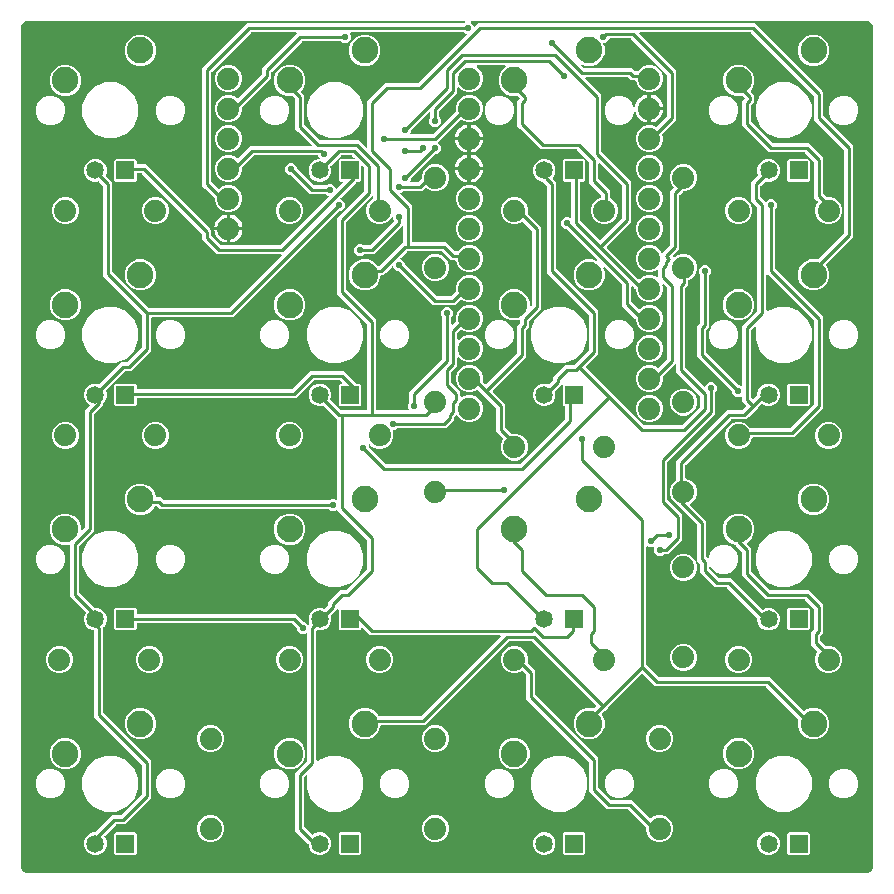
<source format=gbr>
G04 EAGLE Gerber X2 export*
%TF.Part,Single*%
%TF.FileFunction,Copper,L2,Bot,Mixed*%
%TF.FilePolarity,Positive*%
%TF.GenerationSoftware,Autodesk,EAGLE,9.1.2*%
%TF.CreationDate,2018-09-23T14:51:44Z*%
G75*
%MOMM*%
%FSLAX34Y34*%
%LPD*%
%AMOC8*
5,1,8,0,0,1.08239X$1,22.5*%
G01*
%ADD10C,1.879600*%
%ADD11C,2.247900*%
%ADD12C,1.485900*%
%ADD13R,1.485900X1.485900*%
%ADD14C,0.254000*%
%ADD15C,0.558800*%

G36*
X830026Y64577D02*
X830026Y64577D01*
X830075Y64576D01*
X830985Y64666D01*
X831012Y64673D01*
X831041Y64674D01*
X831202Y64720D01*
X832884Y65417D01*
X832939Y65452D01*
X833000Y65477D01*
X833065Y65529D01*
X833093Y65547D01*
X833105Y65562D01*
X833131Y65582D01*
X834418Y66869D01*
X834456Y66923D01*
X834502Y66969D01*
X834542Y67043D01*
X834561Y67069D01*
X834567Y67088D01*
X834583Y67116D01*
X835280Y68798D01*
X835286Y68826D01*
X835299Y68851D01*
X835334Y69015D01*
X835424Y69925D01*
X835422Y69952D01*
X835427Y70000D01*
X835427Y780000D01*
X835423Y780026D01*
X835424Y780075D01*
X835334Y780985D01*
X835327Y781012D01*
X835326Y781041D01*
X835288Y781174D01*
X835284Y781189D01*
X835282Y781192D01*
X835280Y781202D01*
X834583Y782884D01*
X834548Y782939D01*
X834523Y783000D01*
X834471Y783065D01*
X834453Y783093D01*
X834438Y783105D01*
X834418Y783131D01*
X833131Y784418D01*
X833077Y784456D01*
X833031Y784502D01*
X832958Y784542D01*
X832931Y784561D01*
X832912Y784567D01*
X832884Y784583D01*
X831202Y785280D01*
X831174Y785286D01*
X831149Y785299D01*
X830985Y785334D01*
X830075Y785424D01*
X830048Y785422D01*
X830000Y785427D01*
X495777Y785427D01*
X495706Y785416D01*
X495634Y785414D01*
X495585Y785396D01*
X495534Y785388D01*
X495470Y785354D01*
X495403Y785329D01*
X495362Y785297D01*
X495316Y785272D01*
X495267Y785220D01*
X495211Y785176D01*
X495183Y785132D01*
X495147Y785094D01*
X495117Y785029D01*
X495078Y784969D01*
X495065Y784918D01*
X495043Y784871D01*
X495036Y784800D01*
X495018Y784730D01*
X495022Y784678D01*
X495016Y784627D01*
X495032Y784556D01*
X495037Y784485D01*
X495058Y784437D01*
X495069Y784386D01*
X495105Y784325D01*
X495133Y784259D01*
X495178Y784203D01*
X495195Y784175D01*
X495213Y784160D01*
X495238Y784128D01*
X497587Y781779D01*
X497587Y781674D01*
X497598Y781603D01*
X497600Y781531D01*
X497618Y781482D01*
X497626Y781431D01*
X497660Y781368D01*
X497685Y781300D01*
X497717Y781260D01*
X497742Y781214D01*
X497794Y781164D01*
X497838Y781108D01*
X497882Y781080D01*
X497920Y781044D01*
X497985Y781014D01*
X498045Y780975D01*
X498096Y780963D01*
X498143Y780941D01*
X498214Y780933D01*
X498284Y780915D01*
X498336Y780919D01*
X498387Y780914D01*
X498458Y780929D01*
X498529Y780934D01*
X498577Y780955D01*
X498628Y780966D01*
X498689Y781003D01*
X498755Y781031D01*
X498811Y781075D01*
X498839Y781092D01*
X498854Y781110D01*
X498886Y781135D01*
X501342Y783591D01*
X735638Y783591D01*
X793751Y725478D01*
X793751Y705474D01*
X793765Y705384D01*
X793773Y705293D01*
X793785Y705263D01*
X793790Y705231D01*
X793833Y705150D01*
X793869Y705066D01*
X793895Y705034D01*
X793906Y705014D01*
X793929Y704991D01*
X793974Y704936D01*
X819151Y679758D01*
X819151Y602942D01*
X796128Y579919D01*
X796116Y579902D01*
X796101Y579890D01*
X796044Y579803D01*
X795984Y579719D01*
X795978Y579700D01*
X795968Y579683D01*
X795942Y579583D01*
X795912Y579484D01*
X795912Y579464D01*
X795908Y579444D01*
X795916Y579341D01*
X795918Y579238D01*
X795925Y579219D01*
X795927Y579199D01*
X795967Y579104D01*
X796003Y579007D01*
X796015Y578991D01*
X796023Y578973D01*
X796128Y578842D01*
X796652Y578318D01*
X798672Y573440D01*
X798672Y568160D01*
X796652Y563282D01*
X792918Y559548D01*
X788040Y557528D01*
X782760Y557528D01*
X777882Y559548D01*
X774148Y563282D01*
X772128Y568160D01*
X772128Y573440D01*
X774148Y578318D01*
X777882Y582052D01*
X782760Y584072D01*
X788040Y584072D01*
X788605Y583838D01*
X788718Y583812D01*
X788832Y583783D01*
X788838Y583784D01*
X788844Y583782D01*
X788961Y583793D01*
X789077Y583802D01*
X789083Y583805D01*
X789089Y583805D01*
X789196Y583853D01*
X789303Y583899D01*
X789309Y583903D01*
X789314Y583905D01*
X789327Y583918D01*
X789434Y584003D01*
X811306Y605876D01*
X811359Y605949D01*
X811419Y606019D01*
X811431Y606049D01*
X811450Y606075D01*
X811477Y606162D01*
X811511Y606247D01*
X811515Y606288D01*
X811522Y606310D01*
X811521Y606343D01*
X811529Y606414D01*
X811529Y676286D01*
X811515Y676376D01*
X811507Y676467D01*
X811495Y676497D01*
X811490Y676529D01*
X811447Y676610D01*
X811411Y676694D01*
X811385Y676726D01*
X811374Y676746D01*
X811351Y676769D01*
X811306Y676824D01*
X786129Y702002D01*
X786129Y722006D01*
X786115Y722096D01*
X786107Y722187D01*
X786095Y722217D01*
X786090Y722249D01*
X786047Y722330D01*
X786011Y722414D01*
X785985Y722446D01*
X785974Y722466D01*
X785951Y722489D01*
X785906Y722544D01*
X732704Y775746D01*
X732631Y775799D01*
X732561Y775859D01*
X732531Y775871D01*
X732505Y775890D01*
X732418Y775917D01*
X732333Y775951D01*
X732292Y775955D01*
X732270Y775962D01*
X732237Y775961D01*
X732166Y775969D01*
X638418Y775969D01*
X638347Y775958D01*
X638275Y775956D01*
X638226Y775938D01*
X638175Y775930D01*
X638112Y775896D01*
X638044Y775871D01*
X638004Y775839D01*
X637958Y775814D01*
X637908Y775762D01*
X637852Y775718D01*
X637824Y775674D01*
X637788Y775636D01*
X637758Y775571D01*
X637719Y775511D01*
X637707Y775460D01*
X637685Y775413D01*
X637677Y775342D01*
X637659Y775272D01*
X637663Y775220D01*
X637658Y775169D01*
X637673Y775098D01*
X637678Y775027D01*
X637699Y774979D01*
X637710Y774928D01*
X637747Y774867D01*
X637775Y774801D01*
X637819Y774745D01*
X637836Y774717D01*
X637854Y774702D01*
X637879Y774670D01*
X666836Y745714D01*
X669291Y743258D01*
X669291Y702002D01*
X657443Y690154D01*
X657375Y690060D01*
X657305Y689965D01*
X657303Y689959D01*
X657300Y689954D01*
X657266Y689843D01*
X657229Y689732D01*
X657229Y689725D01*
X657227Y689719D01*
X657230Y689603D01*
X657232Y689486D01*
X657234Y689478D01*
X657234Y689473D01*
X657240Y689456D01*
X657278Y689325D01*
X657631Y688474D01*
X657631Y683926D01*
X655890Y679725D01*
X652675Y676510D01*
X648474Y674769D01*
X643926Y674769D01*
X639725Y676510D01*
X636510Y679725D01*
X634769Y683926D01*
X634769Y688474D01*
X636510Y692675D01*
X639725Y695890D01*
X643926Y697631D01*
X648474Y697631D01*
X652012Y696165D01*
X652125Y696139D01*
X652239Y696110D01*
X652245Y696111D01*
X652251Y696109D01*
X652368Y696120D01*
X652484Y696129D01*
X652490Y696132D01*
X652496Y696132D01*
X652603Y696180D01*
X652710Y696226D01*
X652716Y696230D01*
X652721Y696232D01*
X652734Y696245D01*
X652841Y696330D01*
X661446Y704936D01*
X661499Y705009D01*
X661559Y705079D01*
X661571Y705109D01*
X661590Y705135D01*
X661617Y705222D01*
X661651Y705307D01*
X661655Y705348D01*
X661662Y705370D01*
X661661Y705403D01*
X661669Y705474D01*
X661669Y739786D01*
X661655Y739876D01*
X661647Y739967D01*
X661635Y739997D01*
X661630Y740029D01*
X661587Y740110D01*
X661551Y740194D01*
X661525Y740226D01*
X661514Y740246D01*
X661491Y740269D01*
X661482Y740280D01*
X661475Y740292D01*
X661466Y740299D01*
X661446Y740324D01*
X631104Y770666D01*
X631031Y770719D01*
X630961Y770779D01*
X630931Y770791D01*
X630905Y770810D01*
X630818Y770837D01*
X630733Y770871D01*
X630692Y770875D01*
X630670Y770882D01*
X630637Y770881D01*
X630566Y770889D01*
X612648Y770889D01*
X612628Y770886D01*
X612609Y770888D01*
X612507Y770866D01*
X612405Y770850D01*
X612388Y770840D01*
X612368Y770836D01*
X612279Y770783D01*
X612188Y770734D01*
X612174Y770720D01*
X612157Y770710D01*
X612090Y770631D01*
X612018Y770556D01*
X612010Y770538D01*
X611997Y770523D01*
X611958Y770427D01*
X611915Y770333D01*
X611913Y770313D01*
X611905Y770295D01*
X611891Y770165D01*
X609059Y767333D01*
X608199Y767333D01*
X608154Y767326D01*
X608108Y767328D01*
X608033Y767306D01*
X607956Y767294D01*
X607916Y767272D01*
X607871Y767259D01*
X607807Y767215D01*
X607739Y767178D01*
X607707Y767145D01*
X607669Y767119D01*
X607623Y767057D01*
X607569Y767000D01*
X607550Y766958D01*
X607523Y766922D01*
X607499Y766848D01*
X607466Y766777D01*
X607461Y766731D01*
X607446Y766688D01*
X607447Y766610D01*
X607439Y766533D01*
X607448Y766488D01*
X607449Y766442D01*
X607487Y766310D01*
X607491Y766292D01*
X607493Y766288D01*
X607496Y766281D01*
X608672Y763440D01*
X608672Y758160D01*
X606652Y753282D01*
X602918Y749548D01*
X598040Y747528D01*
X592760Y747528D01*
X589572Y748848D01*
X589477Y748870D01*
X589384Y748899D01*
X589358Y748898D01*
X589333Y748904D01*
X589236Y748895D01*
X589138Y748893D01*
X589114Y748884D01*
X589088Y748881D01*
X588999Y748842D01*
X588907Y748808D01*
X588887Y748792D01*
X588863Y748781D01*
X588791Y748715D01*
X588715Y748655D01*
X588701Y748633D01*
X588682Y748615D01*
X588635Y748530D01*
X588582Y748448D01*
X588576Y748422D01*
X588563Y748399D01*
X588546Y748303D01*
X588522Y748209D01*
X588524Y748183D01*
X588520Y748157D01*
X588534Y748061D01*
X588541Y747964D01*
X588552Y747940D01*
X588555Y747914D01*
X588600Y747827D01*
X588638Y747738D01*
X588658Y747712D01*
X588667Y747695D01*
X588691Y747671D01*
X588743Y747607D01*
X590636Y745714D01*
X590709Y745661D01*
X590779Y745601D01*
X590809Y745589D01*
X590835Y745570D01*
X590922Y745543D01*
X591007Y745509D01*
X591048Y745505D01*
X591070Y745498D01*
X591103Y745499D01*
X591174Y745491D01*
X631498Y745491D01*
X633816Y743174D01*
X633889Y743121D01*
X633959Y743061D01*
X633989Y743049D01*
X634015Y743030D01*
X634102Y743003D01*
X634187Y742969D01*
X634228Y742965D01*
X634250Y742958D01*
X634283Y742959D01*
X634354Y742951D01*
X635784Y742951D01*
X635898Y742969D01*
X636015Y742987D01*
X636020Y742989D01*
X636026Y742990D01*
X636129Y743045D01*
X636234Y743098D01*
X636238Y743103D01*
X636244Y743106D01*
X636324Y743190D01*
X636406Y743274D01*
X636410Y743280D01*
X636413Y743284D01*
X636421Y743301D01*
X636487Y743421D01*
X636510Y743475D01*
X639725Y746690D01*
X643926Y748431D01*
X648474Y748431D01*
X652675Y746690D01*
X655890Y743475D01*
X657631Y739274D01*
X657631Y734726D01*
X655890Y730525D01*
X652675Y727310D01*
X648474Y725569D01*
X643926Y725569D01*
X639725Y727310D01*
X636510Y730525D01*
X634714Y734859D01*
X634653Y734959D01*
X634593Y735059D01*
X634588Y735063D01*
X634585Y735068D01*
X634495Y735143D01*
X634406Y735219D01*
X634400Y735221D01*
X634395Y735225D01*
X634287Y735267D01*
X634178Y735311D01*
X634170Y735312D01*
X634165Y735313D01*
X634147Y735314D01*
X634011Y735329D01*
X630882Y735329D01*
X628564Y737646D01*
X628491Y737699D01*
X628421Y737759D01*
X628391Y737771D01*
X628365Y737790D01*
X628278Y737817D01*
X628193Y737851D01*
X628152Y737855D01*
X628130Y737862D01*
X628097Y737861D01*
X628026Y737869D01*
X592698Y737869D01*
X592627Y737858D01*
X592555Y737856D01*
X592506Y737838D01*
X592455Y737830D01*
X592392Y737796D01*
X592324Y737771D01*
X592284Y737739D01*
X592238Y737714D01*
X592188Y737662D01*
X592132Y737618D01*
X592104Y737574D01*
X592068Y737536D01*
X592038Y737471D01*
X591999Y737411D01*
X591987Y737360D01*
X591965Y737313D01*
X591957Y737242D01*
X591939Y737172D01*
X591943Y737120D01*
X591938Y737069D01*
X591953Y736998D01*
X591958Y736927D01*
X591979Y736879D01*
X591990Y736828D01*
X592027Y736767D01*
X592055Y736701D01*
X592099Y736645D01*
X592116Y736617D01*
X592134Y736602D01*
X592159Y736570D01*
X603336Y725394D01*
X605791Y722938D01*
X605791Y674994D01*
X605805Y674904D01*
X605813Y674813D01*
X605825Y674783D01*
X605830Y674751D01*
X605873Y674670D01*
X605909Y674586D01*
X605935Y674554D01*
X605946Y674534D01*
X605969Y674511D01*
X606014Y674456D01*
X631191Y649278D01*
X631191Y615642D01*
X610447Y594898D01*
X610436Y594882D01*
X610420Y594870D01*
X610364Y594782D01*
X610304Y594699D01*
X610298Y594680D01*
X610287Y594663D01*
X610262Y594562D01*
X610232Y594463D01*
X610232Y594444D01*
X610227Y594424D01*
X610235Y594321D01*
X610238Y594218D01*
X610245Y594199D01*
X610246Y594179D01*
X610287Y594084D01*
X610322Y593987D01*
X610335Y593971D01*
X610343Y593953D01*
X610447Y593822D01*
X637014Y567256D01*
X637030Y567244D01*
X637042Y567228D01*
X637130Y567172D01*
X637213Y567112D01*
X637232Y567106D01*
X637249Y567095D01*
X637350Y567070D01*
X637448Y567040D01*
X637468Y567040D01*
X637488Y567035D01*
X637591Y567043D01*
X637694Y567046D01*
X637713Y567053D01*
X637733Y567054D01*
X637828Y567095D01*
X637925Y567131D01*
X637941Y567143D01*
X637959Y567151D01*
X638090Y567256D01*
X639725Y568890D01*
X643926Y570631D01*
X648474Y570631D01*
X652675Y568891D01*
X652750Y568816D01*
X652808Y568774D01*
X652860Y568725D01*
X652907Y568703D01*
X652949Y568672D01*
X653018Y568651D01*
X653083Y568621D01*
X653135Y568615D01*
X653184Y568600D01*
X653256Y568602D01*
X653327Y568594D01*
X653378Y568605D01*
X653430Y568606D01*
X653498Y568631D01*
X653568Y568646D01*
X653613Y568673D01*
X653661Y568691D01*
X653717Y568735D01*
X653779Y568772D01*
X653813Y568812D01*
X653853Y568844D01*
X653892Y568905D01*
X653939Y568959D01*
X653958Y569007D01*
X653986Y569051D01*
X654004Y569121D01*
X654031Y569187D01*
X654039Y569259D01*
X654047Y569290D01*
X654045Y569313D01*
X654049Y569354D01*
X654049Y574446D01*
X654038Y574517D01*
X654036Y574588D01*
X654018Y574637D01*
X654010Y574689D01*
X653976Y574752D01*
X653951Y574819D01*
X653919Y574860D01*
X653894Y574906D01*
X653842Y574956D01*
X653798Y575011D01*
X653754Y575040D01*
X653716Y575075D01*
X653651Y575106D01*
X653591Y575144D01*
X653540Y575157D01*
X653493Y575179D01*
X653422Y575187D01*
X653352Y575205D01*
X653300Y575200D01*
X653249Y575206D01*
X653178Y575191D01*
X653107Y575185D01*
X653059Y575165D01*
X653008Y575154D01*
X652947Y575117D01*
X652881Y575089D01*
X652825Y575044D01*
X652797Y575028D01*
X652782Y575010D01*
X652750Y574984D01*
X652675Y574909D01*
X648474Y573169D01*
X643926Y573169D01*
X639725Y574910D01*
X636510Y578125D01*
X634769Y582326D01*
X634769Y586874D01*
X636510Y591075D01*
X639725Y594290D01*
X643926Y596031D01*
X648474Y596031D01*
X652675Y594290D01*
X655890Y591075D01*
X656467Y589684D01*
X656491Y589645D01*
X656507Y589602D01*
X656555Y589541D01*
X656596Y589475D01*
X656632Y589446D01*
X656660Y589410D01*
X656726Y589368D01*
X656786Y589318D01*
X656828Y589302D01*
X656867Y589277D01*
X656943Y589258D01*
X657015Y589230D01*
X657061Y589228D01*
X657106Y589217D01*
X657183Y589223D01*
X657261Y589220D01*
X657305Y589233D01*
X657351Y589236D01*
X657422Y589267D01*
X657497Y589288D01*
X657535Y589315D01*
X657577Y589333D01*
X657684Y589418D01*
X657699Y589429D01*
X657702Y589433D01*
X657708Y589437D01*
X663986Y595716D01*
X664039Y595789D01*
X664099Y595859D01*
X664111Y595889D01*
X664130Y595915D01*
X664157Y596002D01*
X664191Y596087D01*
X664195Y596128D01*
X664202Y596150D01*
X664201Y596183D01*
X664209Y596254D01*
X664209Y641658D01*
X666704Y644154D01*
X666716Y644170D01*
X666732Y644182D01*
X666788Y644269D01*
X666848Y644353D01*
X666854Y644372D01*
X666865Y644389D01*
X666890Y644490D01*
X666920Y644588D01*
X666920Y644608D01*
X666925Y644628D01*
X666917Y644731D01*
X666914Y644834D01*
X666907Y644853D01*
X666906Y644873D01*
X666865Y644968D01*
X666829Y645065D01*
X666817Y645081D01*
X666809Y645099D01*
X666704Y645230D01*
X665310Y646625D01*
X663569Y650826D01*
X663569Y655374D01*
X665310Y659575D01*
X668525Y662790D01*
X672726Y664531D01*
X677274Y664531D01*
X681475Y662790D01*
X684690Y659575D01*
X686431Y655374D01*
X686431Y650826D01*
X684690Y646625D01*
X681475Y643410D01*
X677274Y641669D01*
X675314Y641669D01*
X675224Y641655D01*
X675133Y641647D01*
X675103Y641635D01*
X675071Y641630D01*
X674990Y641587D01*
X674906Y641551D01*
X674874Y641525D01*
X674854Y641514D01*
X674831Y641491D01*
X674775Y641446D01*
X674455Y641126D01*
X672054Y638724D01*
X672001Y638651D01*
X671941Y638581D01*
X671929Y638551D01*
X671910Y638525D01*
X671883Y638438D01*
X671849Y638353D01*
X671845Y638312D01*
X671838Y638290D01*
X671839Y638257D01*
X671831Y638186D01*
X671831Y592782D01*
X666327Y587278D01*
X666316Y587262D01*
X666300Y587250D01*
X666244Y587162D01*
X666184Y587079D01*
X666178Y587060D01*
X666167Y587043D01*
X666142Y586942D01*
X666112Y586843D01*
X666112Y586824D01*
X666107Y586804D01*
X666115Y586701D01*
X666118Y586598D01*
X666125Y586579D01*
X666126Y586559D01*
X666167Y586464D01*
X666202Y586367D01*
X666215Y586351D01*
X666223Y586333D01*
X666327Y586202D01*
X666694Y585836D01*
X666710Y585824D01*
X666722Y585808D01*
X666809Y585752D01*
X666893Y585692D01*
X666912Y585686D01*
X666929Y585675D01*
X667030Y585650D01*
X667128Y585620D01*
X667148Y585620D01*
X667168Y585615D01*
X667271Y585623D01*
X667374Y585626D01*
X667393Y585633D01*
X667413Y585634D01*
X667508Y585675D01*
X667605Y585711D01*
X667621Y585723D01*
X667639Y585731D01*
X667770Y585836D01*
X668525Y586590D01*
X672726Y588331D01*
X677274Y588331D01*
X681475Y586590D01*
X684690Y583375D01*
X686431Y579174D01*
X686431Y574626D01*
X684690Y570425D01*
X681475Y567210D01*
X679921Y566566D01*
X679821Y566504D01*
X679721Y566444D01*
X679717Y566439D01*
X679712Y566436D01*
X679637Y566346D01*
X679561Y566257D01*
X679559Y566251D01*
X679555Y566247D01*
X679513Y566138D01*
X679469Y566029D01*
X679468Y566022D01*
X679467Y566017D01*
X679466Y565999D01*
X679451Y565862D01*
X679451Y562302D01*
X677134Y559984D01*
X677081Y559911D01*
X677021Y559841D01*
X677009Y559811D01*
X676990Y559785D01*
X676963Y559698D01*
X676929Y559613D01*
X676925Y559572D01*
X676918Y559550D01*
X676919Y559517D01*
X676911Y559446D01*
X676911Y492114D01*
X676925Y492024D01*
X676933Y491933D01*
X676945Y491903D01*
X676950Y491871D01*
X676993Y491790D01*
X677029Y491706D01*
X677055Y491674D01*
X677066Y491654D01*
X677089Y491631D01*
X677134Y491576D01*
X692374Y476335D01*
X692432Y476294D01*
X692484Y476244D01*
X692531Y476222D01*
X692573Y476192D01*
X692642Y476171D01*
X692707Y476141D01*
X692759Y476135D01*
X692809Y476120D01*
X692880Y476121D01*
X692951Y476114D01*
X693002Y476125D01*
X693054Y476126D01*
X693122Y476151D01*
X693192Y476166D01*
X693237Y476192D01*
X693285Y476210D01*
X693341Y476255D01*
X693403Y476292D01*
X693437Y476332D01*
X693477Y476364D01*
X693516Y476424D01*
X693563Y476479D01*
X693582Y476527D01*
X693610Y476571D01*
X693628Y476640D01*
X693655Y476707D01*
X693663Y476778D01*
X693671Y476810D01*
X693669Y476833D01*
X693673Y476874D01*
X693673Y476979D01*
X696501Y479807D01*
X700499Y479807D01*
X703327Y476979D01*
X703327Y472981D01*
X702534Y472188D01*
X702481Y472114D01*
X702421Y472044D01*
X702409Y472014D01*
X702390Y471988D01*
X702363Y471901D01*
X702329Y471816D01*
X702325Y471775D01*
X702318Y471753D01*
X702319Y471721D01*
X702311Y471649D01*
X702311Y453082D01*
X661894Y412664D01*
X661841Y412591D01*
X661781Y412521D01*
X661769Y412491D01*
X661750Y412465D01*
X661723Y412378D01*
X661689Y412293D01*
X661685Y412252D01*
X661678Y412230D01*
X661679Y412197D01*
X661671Y412126D01*
X661671Y380354D01*
X661685Y380264D01*
X661693Y380173D01*
X661705Y380143D01*
X661710Y380111D01*
X661753Y380030D01*
X661789Y379946D01*
X661815Y379914D01*
X661826Y379894D01*
X661849Y379871D01*
X661894Y379816D01*
X674371Y367338D01*
X674371Y346402D01*
X661978Y334009D01*
X658651Y334009D01*
X658561Y333995D01*
X658470Y333987D01*
X658440Y333975D01*
X658408Y333970D01*
X658327Y333927D01*
X658243Y333891D01*
X658211Y333865D01*
X658191Y333854D01*
X658168Y333831D01*
X658112Y333786D01*
X657319Y332993D01*
X653321Y332993D01*
X650493Y335821D01*
X650493Y339852D01*
X650490Y339872D01*
X650492Y339891D01*
X650470Y339993D01*
X650454Y340095D01*
X650444Y340112D01*
X650440Y340132D01*
X650387Y340221D01*
X650338Y340312D01*
X650324Y340326D01*
X650314Y340343D01*
X650235Y340410D01*
X650160Y340482D01*
X650142Y340490D01*
X650127Y340503D01*
X650031Y340542D01*
X649937Y340585D01*
X649917Y340587D01*
X649899Y340595D01*
X649732Y340613D01*
X645701Y340613D01*
X645190Y341124D01*
X645132Y341166D01*
X645080Y341215D01*
X645033Y341237D01*
X644991Y341267D01*
X644922Y341288D01*
X644857Y341319D01*
X644805Y341324D01*
X644755Y341340D01*
X644684Y341338D01*
X644613Y341346D01*
X644562Y341335D01*
X644510Y341333D01*
X644442Y341309D01*
X644372Y341293D01*
X644327Y341267D01*
X644279Y341249D01*
X644223Y341204D01*
X644161Y341167D01*
X644127Y341128D01*
X644087Y341095D01*
X644048Y341035D01*
X644001Y340980D01*
X643982Y340932D01*
X643954Y340888D01*
X643936Y340819D01*
X643909Y340752D01*
X643901Y340681D01*
X643893Y340650D01*
X643895Y340626D01*
X643891Y340585D01*
X643891Y240654D01*
X643905Y240564D01*
X643913Y240473D01*
X643925Y240443D01*
X643930Y240411D01*
X643973Y240330D01*
X644009Y240246D01*
X644035Y240214D01*
X644046Y240194D01*
X644069Y240171D01*
X644114Y240116D01*
X654136Y230094D01*
X654209Y230041D01*
X654279Y229981D01*
X654309Y229969D01*
X654335Y229950D01*
X654422Y229923D01*
X654507Y229889D01*
X654548Y229885D01*
X654570Y229878D01*
X654603Y229879D01*
X654674Y229871D01*
X748338Y229871D01*
X776481Y201728D01*
X776498Y201716D01*
X776510Y201701D01*
X776597Y201644D01*
X776681Y201584D01*
X776700Y201578D01*
X776717Y201568D01*
X776817Y201542D01*
X776916Y201512D01*
X776936Y201512D01*
X776956Y201508D01*
X777059Y201516D01*
X777162Y201518D01*
X777181Y201525D01*
X777201Y201527D01*
X777296Y201567D01*
X777393Y201603D01*
X777409Y201615D01*
X777427Y201623D01*
X777558Y201728D01*
X777882Y202052D01*
X782760Y204072D01*
X788040Y204072D01*
X792918Y202052D01*
X796652Y198318D01*
X798672Y193440D01*
X798672Y188160D01*
X796652Y183282D01*
X792918Y179548D01*
X788040Y177528D01*
X782760Y177528D01*
X777882Y179548D01*
X774148Y183282D01*
X772128Y188160D01*
X772128Y193440D01*
X772479Y194287D01*
X772505Y194401D01*
X772534Y194515D01*
X772534Y194521D01*
X772535Y194527D01*
X772524Y194644D01*
X772515Y194760D01*
X772512Y194765D01*
X772512Y194772D01*
X772464Y194879D01*
X772419Y194986D01*
X772414Y194992D01*
X772412Y194997D01*
X772399Y195010D01*
X772314Y195117D01*
X745404Y222026D01*
X745331Y222079D01*
X745261Y222139D01*
X745231Y222151D01*
X745205Y222170D01*
X745118Y222197D01*
X745033Y222231D01*
X744992Y222235D01*
X744970Y222242D01*
X744937Y222241D01*
X744866Y222249D01*
X651202Y222249D01*
X640618Y232833D01*
X640602Y232844D01*
X640590Y232860D01*
X640502Y232916D01*
X640419Y232976D01*
X640400Y232982D01*
X640383Y232993D01*
X640282Y233018D01*
X640183Y233048D01*
X640164Y233048D01*
X640144Y233053D01*
X640041Y233045D01*
X639938Y233042D01*
X639919Y233035D01*
X639899Y233034D01*
X639804Y232993D01*
X639707Y232958D01*
X639691Y232945D01*
X639673Y232937D01*
X639542Y232833D01*
X611094Y204385D01*
X611094Y204384D01*
X608416Y201706D01*
X608415Y201706D01*
X606378Y199669D01*
X606366Y199652D01*
X606351Y199640D01*
X606294Y199553D01*
X606234Y199469D01*
X606228Y199450D01*
X606218Y199433D01*
X606192Y199332D01*
X606162Y199234D01*
X606162Y199214D01*
X606158Y199195D01*
X606166Y199092D01*
X606168Y198988D01*
X606175Y198969D01*
X606177Y198949D01*
X606217Y198855D01*
X606253Y198757D01*
X606265Y198741D01*
X606273Y198723D01*
X606378Y198592D01*
X606652Y198318D01*
X608672Y193440D01*
X608672Y188160D01*
X606652Y183282D01*
X602918Y179548D01*
X598040Y177528D01*
X592760Y177528D01*
X587882Y179548D01*
X584148Y183282D01*
X582128Y188160D01*
X582128Y193440D01*
X584148Y198318D01*
X587882Y202052D01*
X592760Y204072D01*
X598040Y204072D01*
X598958Y203692D01*
X599072Y203665D01*
X599185Y203637D01*
X599192Y203637D01*
X599198Y203636D01*
X599314Y203647D01*
X599430Y203656D01*
X599436Y203658D01*
X599443Y203659D01*
X599550Y203707D01*
X599657Y203752D01*
X599663Y203757D01*
X599667Y203759D01*
X599681Y203772D01*
X599788Y203857D01*
X601133Y205202D01*
X601144Y205218D01*
X601160Y205230D01*
X601216Y205318D01*
X601276Y205401D01*
X601282Y205420D01*
X601293Y205437D01*
X601318Y205538D01*
X601348Y205637D01*
X601348Y205656D01*
X601353Y205676D01*
X601345Y205779D01*
X601342Y205882D01*
X601335Y205901D01*
X601334Y205921D01*
X601293Y206016D01*
X601258Y206113D01*
X601245Y206129D01*
X601237Y206147D01*
X601133Y206278D01*
X547284Y260126D01*
X547211Y260179D01*
X547141Y260239D01*
X547111Y260251D01*
X547085Y260270D01*
X546998Y260297D01*
X546913Y260331D01*
X546872Y260335D01*
X546850Y260342D01*
X546817Y260341D01*
X546746Y260349D01*
X527674Y260349D01*
X527584Y260335D01*
X527493Y260327D01*
X527463Y260315D01*
X527431Y260310D01*
X527350Y260267D01*
X527266Y260231D01*
X527234Y260205D01*
X527214Y260194D01*
X527191Y260171D01*
X527136Y260126D01*
X456238Y189229D01*
X419433Y189229D01*
X419414Y189226D01*
X419394Y189228D01*
X419293Y189206D01*
X419191Y189190D01*
X419173Y189180D01*
X419154Y189176D01*
X419065Y189123D01*
X418973Y189074D01*
X418960Y189060D01*
X418943Y189050D01*
X418875Y188971D01*
X418804Y188896D01*
X418796Y188878D01*
X418783Y188863D01*
X418744Y188767D01*
X418700Y188673D01*
X418698Y188653D01*
X418691Y188635D01*
X418672Y188468D01*
X418672Y188160D01*
X416652Y183282D01*
X412918Y179548D01*
X408040Y177528D01*
X402760Y177528D01*
X397882Y179548D01*
X394148Y183282D01*
X392128Y188160D01*
X392128Y193440D01*
X394148Y198318D01*
X397882Y202052D01*
X402760Y204072D01*
X408040Y204072D01*
X412918Y202052D01*
X416652Y198318D01*
X417065Y197321D01*
X417127Y197221D01*
X417186Y197121D01*
X417191Y197117D01*
X417194Y197112D01*
X417285Y197037D01*
X417373Y196961D01*
X417379Y196959D01*
X417384Y196955D01*
X417492Y196913D01*
X417601Y196869D01*
X417609Y196868D01*
X417614Y196867D01*
X417632Y196866D01*
X417768Y196851D01*
X452766Y196851D01*
X452856Y196865D01*
X452947Y196873D01*
X452977Y196885D01*
X453009Y196890D01*
X453090Y196933D01*
X453174Y196969D01*
X453206Y196995D01*
X453226Y197006D01*
X453249Y197029D01*
X453304Y197074D01*
X520361Y264130D01*
X520402Y264188D01*
X520452Y264240D01*
X520474Y264287D01*
X520504Y264329D01*
X520525Y264398D01*
X520555Y264463D01*
X520561Y264515D01*
X520576Y264565D01*
X520575Y264636D01*
X520582Y264707D01*
X520571Y264758D01*
X520570Y264810D01*
X520545Y264878D01*
X520530Y264948D01*
X520504Y264993D01*
X520486Y265041D01*
X520441Y265097D01*
X520404Y265159D01*
X520364Y265193D01*
X520332Y265233D01*
X520272Y265272D01*
X520217Y265319D01*
X520169Y265338D01*
X520125Y265366D01*
X520056Y265384D01*
X519989Y265411D01*
X519918Y265419D01*
X519886Y265427D01*
X519863Y265425D01*
X519822Y265429D01*
X409902Y265429D01*
X403462Y271869D01*
X403404Y271911D01*
X403352Y271960D01*
X403304Y271982D01*
X403262Y272013D01*
X403194Y272034D01*
X403128Y272064D01*
X403077Y272070D01*
X403027Y272085D01*
X402955Y272083D01*
X402884Y272091D01*
X402833Y272080D01*
X402781Y272079D01*
X402714Y272054D01*
X402644Y272039D01*
X402599Y272012D01*
X402550Y271994D01*
X402494Y271949D01*
X402433Y271913D01*
X402399Y271873D01*
X402358Y271840D01*
X402319Y271780D01*
X402273Y271726D01*
X402253Y271677D01*
X402225Y271634D01*
X402208Y271564D01*
X402181Y271497D01*
X402173Y271426D01*
X402165Y271395D01*
X402167Y271372D01*
X402162Y271331D01*
X402162Y270928D01*
X400972Y269738D01*
X384428Y269738D01*
X383238Y270928D01*
X383238Y287111D01*
X383226Y287181D01*
X383224Y287253D01*
X383206Y287302D01*
X383198Y287354D01*
X383164Y287417D01*
X383140Y287484D01*
X383107Y287525D01*
X383083Y287571D01*
X383031Y287620D01*
X382986Y287676D01*
X382942Y287704D01*
X382905Y287740D01*
X382840Y287770D01*
X382779Y287809D01*
X382729Y287822D01*
X382682Y287844D01*
X382610Y287852D01*
X382541Y287869D01*
X382489Y287865D01*
X382437Y287871D01*
X382367Y287856D01*
X382296Y287850D01*
X382248Y287830D01*
X382197Y287819D01*
X382135Y287782D01*
X382069Y287754D01*
X382013Y287709D01*
X381986Y287693D01*
X381970Y287675D01*
X381938Y287649D01*
X379816Y285526D01*
X376715Y282425D01*
X376646Y282330D01*
X376577Y282237D01*
X376575Y282231D01*
X376571Y282226D01*
X376537Y282114D01*
X376500Y282003D01*
X376500Y281996D01*
X376499Y281991D01*
X376502Y281874D01*
X376503Y281757D01*
X376505Y281750D01*
X376505Y281745D01*
X376511Y281727D01*
X376549Y281596D01*
X376762Y281082D01*
X376762Y277318D01*
X375322Y273840D01*
X372660Y271178D01*
X369182Y269738D01*
X365322Y269738D01*
X365305Y269742D01*
X365259Y269738D01*
X365213Y269743D01*
X365137Y269726D01*
X365060Y269719D01*
X365018Y269700D01*
X364972Y269690D01*
X364906Y269651D01*
X364835Y269619D01*
X364801Y269588D01*
X364761Y269564D01*
X364711Y269505D01*
X364654Y269453D01*
X364631Y269413D01*
X364601Y269377D01*
X364572Y269305D01*
X364535Y269238D01*
X364527Y269192D01*
X364509Y269149D01*
X364494Y269015D01*
X364491Y268996D01*
X364492Y268991D01*
X364491Y268983D01*
X364491Y159916D01*
X364502Y159845D01*
X364504Y159773D01*
X364522Y159724D01*
X364530Y159673D01*
X364564Y159610D01*
X364589Y159542D01*
X364621Y159502D01*
X364646Y159456D01*
X364698Y159406D01*
X364742Y159350D01*
X364786Y159322D01*
X364824Y159286D01*
X364889Y159256D01*
X364949Y159217D01*
X365000Y159205D01*
X365047Y159183D01*
X365118Y159175D01*
X365188Y159157D01*
X365240Y159161D01*
X365291Y159156D01*
X365362Y159171D01*
X365433Y159176D01*
X365481Y159197D01*
X365532Y159208D01*
X365593Y159245D01*
X365659Y159273D01*
X365715Y159317D01*
X365743Y159334D01*
X365758Y159352D01*
X365790Y159377D01*
X366547Y160134D01*
X375276Y163750D01*
X384724Y163750D01*
X393453Y160134D01*
X400134Y153453D01*
X403750Y144724D01*
X403750Y135276D01*
X400134Y126547D01*
X393453Y119866D01*
X384724Y116250D01*
X375276Y116250D01*
X366547Y119866D01*
X359866Y126547D01*
X356250Y135276D01*
X356250Y144724D01*
X356862Y146202D01*
X356885Y146297D01*
X356913Y146390D01*
X356913Y146416D01*
X356919Y146442D01*
X356910Y146538D01*
X356907Y146636D01*
X356898Y146660D01*
X356896Y146686D01*
X356856Y146775D01*
X356823Y146867D01*
X356806Y146887D01*
X356796Y146911D01*
X356730Y146983D01*
X356669Y147059D01*
X356647Y147073D01*
X356629Y147092D01*
X356544Y147139D01*
X356462Y147192D01*
X356437Y147198D01*
X356414Y147211D01*
X356318Y147228D01*
X356223Y147252D01*
X356197Y147250D01*
X356172Y147255D01*
X356075Y147240D01*
X355978Y147233D01*
X355954Y147223D01*
X355928Y147219D01*
X355841Y147175D01*
X355752Y147137D01*
X355726Y147116D01*
X355709Y147107D01*
X355686Y147084D01*
X355621Y147032D01*
X354554Y145964D01*
X354501Y145890D01*
X354441Y145821D01*
X354429Y145791D01*
X354410Y145765D01*
X354383Y145678D01*
X354349Y145593D01*
X354345Y145552D01*
X354338Y145530D01*
X354339Y145497D01*
X354331Y145426D01*
X354331Y103494D01*
X354345Y103404D01*
X354353Y103313D01*
X354365Y103283D01*
X354370Y103251D01*
X354413Y103170D01*
X354449Y103086D01*
X354475Y103054D01*
X354486Y103034D01*
X354509Y103011D01*
X354554Y102956D01*
X360576Y96934D01*
X360592Y96922D01*
X360604Y96906D01*
X360691Y96850D01*
X360775Y96790D01*
X360794Y96784D01*
X360811Y96773D01*
X360911Y96748D01*
X361010Y96718D01*
X361030Y96718D01*
X361050Y96713D01*
X361153Y96721D01*
X361256Y96724D01*
X361275Y96731D01*
X361295Y96733D01*
X361390Y96773D01*
X361487Y96809D01*
X361503Y96821D01*
X361521Y96829D01*
X361652Y96934D01*
X361940Y97222D01*
X365418Y98662D01*
X369182Y98662D01*
X372660Y97222D01*
X375322Y94560D01*
X376762Y91082D01*
X376762Y87318D01*
X375322Y83840D01*
X372660Y81178D01*
X369182Y79738D01*
X365418Y79738D01*
X361940Y81178D01*
X359278Y83840D01*
X357838Y87318D01*
X357838Y88578D01*
X357823Y88668D01*
X357816Y88759D01*
X357803Y88788D01*
X357798Y88820D01*
X357755Y88901D01*
X357720Y88985D01*
X357694Y89017D01*
X357683Y89038D01*
X357660Y89060D01*
X357615Y89116D01*
X346709Y100022D01*
X346709Y148898D01*
X356646Y158836D01*
X356699Y158909D01*
X356759Y158979D01*
X356771Y159009D01*
X356790Y159035D01*
X356817Y159122D01*
X356851Y159207D01*
X356855Y159248D01*
X356862Y159270D01*
X356861Y159303D01*
X356869Y159374D01*
X356869Y266925D01*
X356858Y266996D01*
X356856Y267068D01*
X356838Y267117D01*
X356830Y267168D01*
X356796Y267232D01*
X356771Y267299D01*
X356739Y267340D01*
X356714Y267386D01*
X356662Y267435D01*
X356618Y267491D01*
X356574Y267519D01*
X356536Y267555D01*
X356471Y267585D01*
X356411Y267624D01*
X356360Y267637D01*
X356313Y267659D01*
X356242Y267666D01*
X356172Y267684D01*
X356120Y267680D01*
X356069Y267686D01*
X355998Y267670D01*
X355927Y267665D01*
X355879Y267644D01*
X355828Y267633D01*
X355767Y267597D01*
X355701Y267569D01*
X355645Y267524D01*
X355617Y267507D01*
X355602Y267489D01*
X355570Y267464D01*
X355059Y266953D01*
X351061Y266953D01*
X348233Y269781D01*
X348233Y270902D01*
X348232Y270909D01*
X348232Y270911D01*
X348231Y270918D01*
X348219Y270992D01*
X348211Y271083D01*
X348199Y271113D01*
X348194Y271145D01*
X348151Y271226D01*
X348115Y271310D01*
X348089Y271342D01*
X348078Y271362D01*
X348055Y271385D01*
X348010Y271440D01*
X344084Y275366D01*
X344011Y275419D01*
X343941Y275479D01*
X343911Y275491D01*
X343885Y275510D01*
X343798Y275537D01*
X343713Y275571D01*
X343672Y275575D01*
X343650Y275582D01*
X343617Y275581D01*
X343546Y275589D01*
X212923Y275589D01*
X212904Y275586D01*
X212884Y275588D01*
X212783Y275566D01*
X212681Y275550D01*
X212663Y275540D01*
X212644Y275536D01*
X212555Y275483D01*
X212463Y275434D01*
X212450Y275420D01*
X212433Y275410D01*
X212365Y275331D01*
X212294Y275256D01*
X212286Y275238D01*
X212273Y275223D01*
X212234Y275127D01*
X212190Y275033D01*
X212188Y275013D01*
X212181Y274995D01*
X212162Y274828D01*
X212162Y270928D01*
X210972Y269738D01*
X194428Y269738D01*
X193238Y270928D01*
X193238Y287472D01*
X194428Y288662D01*
X210972Y288662D01*
X212162Y287472D01*
X212162Y283972D01*
X212165Y283952D01*
X212163Y283933D01*
X212185Y283831D01*
X212202Y283729D01*
X212211Y283712D01*
X212216Y283692D01*
X212269Y283603D01*
X212317Y283512D01*
X212331Y283498D01*
X212342Y283481D01*
X212420Y283414D01*
X212495Y283342D01*
X212513Y283334D01*
X212529Y283321D01*
X212625Y283282D01*
X212718Y283239D01*
X212738Y283237D01*
X212757Y283229D01*
X212923Y283211D01*
X347018Y283211D01*
X353400Y276830D01*
X353473Y276777D01*
X353543Y276717D01*
X353573Y276705D01*
X353599Y276686D01*
X353686Y276659D01*
X353771Y276625D01*
X353812Y276621D01*
X353834Y276614D01*
X353867Y276615D01*
X353938Y276607D01*
X355059Y276607D01*
X357050Y274616D01*
X357066Y274604D01*
X357079Y274589D01*
X357166Y274533D01*
X357250Y274472D01*
X357269Y274466D01*
X357286Y274456D01*
X357386Y274430D01*
X357485Y274400D01*
X357505Y274401D01*
X357524Y274396D01*
X357627Y274404D01*
X357731Y274406D01*
X357750Y274413D01*
X357769Y274415D01*
X357865Y274455D01*
X357962Y274491D01*
X357977Y274503D01*
X357996Y274511D01*
X358127Y274616D01*
X358354Y274843D01*
X358423Y274939D01*
X358492Y275032D01*
X358494Y275038D01*
X358498Y275043D01*
X358532Y275154D01*
X358568Y275266D01*
X358568Y275272D01*
X358570Y275278D01*
X358567Y275395D01*
X358566Y275512D01*
X358564Y275519D01*
X358564Y275524D01*
X358557Y275542D01*
X358519Y275673D01*
X357838Y277318D01*
X357838Y281082D01*
X359278Y284560D01*
X361940Y287222D01*
X365418Y288662D01*
X369182Y288662D01*
X370827Y287981D01*
X370941Y287954D01*
X371054Y287926D01*
X371060Y287926D01*
X371067Y287925D01*
X371183Y287936D01*
X371299Y287945D01*
X371305Y287947D01*
X371311Y287948D01*
X371419Y287995D01*
X371526Y288041D01*
X371532Y288046D01*
X371536Y288048D01*
X371550Y288060D01*
X371657Y288146D01*
X374426Y290916D01*
X374473Y290980D01*
X374489Y290997D01*
X374492Y291005D01*
X374539Y291059D01*
X374551Y291089D01*
X374570Y291115D01*
X374597Y291202D01*
X374631Y291287D01*
X374635Y291328D01*
X374642Y291350D01*
X374641Y291383D01*
X374649Y291454D01*
X374649Y293678D01*
X384502Y303531D01*
X389266Y303531D01*
X389356Y303545D01*
X389447Y303553D01*
X389477Y303565D01*
X389509Y303570D01*
X389590Y303613D01*
X389674Y303649D01*
X389706Y303675D01*
X389726Y303686D01*
X389749Y303709D01*
X389804Y303754D01*
X407446Y321396D01*
X407499Y321469D01*
X407559Y321539D01*
X407571Y321569D01*
X407590Y321595D01*
X407617Y321682D01*
X407651Y321767D01*
X407655Y321808D01*
X407662Y321830D01*
X407661Y321863D01*
X407669Y321934D01*
X407669Y346086D01*
X407655Y346176D01*
X407647Y346267D01*
X407635Y346297D01*
X407630Y346329D01*
X407587Y346410D01*
X407551Y346494D01*
X407525Y346526D01*
X407514Y346546D01*
X407491Y346568D01*
X407446Y346624D01*
X384724Y369346D01*
X382257Y371814D01*
X382241Y371826D01*
X382228Y371841D01*
X382141Y371897D01*
X382057Y371958D01*
X382038Y371964D01*
X382021Y371974D01*
X381921Y372000D01*
X381822Y372030D01*
X381802Y372029D01*
X381783Y372034D01*
X381680Y372026D01*
X381576Y372024D01*
X381557Y372017D01*
X381537Y372015D01*
X381442Y371975D01*
X381345Y371939D01*
X381329Y371927D01*
X381311Y371919D01*
X381180Y371814D01*
X380459Y371093D01*
X376461Y371093D01*
X375668Y371886D01*
X375594Y371939D01*
X375524Y371999D01*
X375494Y372011D01*
X375468Y372030D01*
X375381Y372057D01*
X375296Y372091D01*
X375255Y372095D01*
X375233Y372102D01*
X375201Y372101D01*
X375129Y372109D01*
X232102Y372109D01*
X229784Y374426D01*
X229711Y374479D01*
X229641Y374539D01*
X229611Y374551D01*
X229585Y374570D01*
X229498Y374597D01*
X229413Y374631D01*
X229372Y374635D01*
X229350Y374642D01*
X229317Y374641D01*
X229246Y374649D01*
X227727Y374649D01*
X227612Y374630D01*
X227496Y374613D01*
X227490Y374611D01*
X227484Y374610D01*
X227382Y374555D01*
X227276Y374502D01*
X227272Y374497D01*
X227267Y374494D01*
X227186Y374410D01*
X227104Y374326D01*
X227101Y374320D01*
X227097Y374316D01*
X227089Y374299D01*
X227023Y374179D01*
X226652Y373282D01*
X222918Y369548D01*
X218040Y367528D01*
X212760Y367528D01*
X207882Y369548D01*
X204148Y373282D01*
X202128Y378160D01*
X202128Y383440D01*
X204148Y388318D01*
X207882Y392052D01*
X212760Y394072D01*
X218040Y394072D01*
X222918Y392052D01*
X226652Y388318D01*
X228672Y383440D01*
X228672Y383032D01*
X228675Y383012D01*
X228673Y382993D01*
X228695Y382891D01*
X228712Y382789D01*
X228721Y382772D01*
X228726Y382752D01*
X228779Y382663D01*
X228827Y382572D01*
X228841Y382558D01*
X228852Y382541D01*
X228930Y382474D01*
X229005Y382402D01*
X229023Y382394D01*
X229039Y382381D01*
X229135Y382342D01*
X229228Y382299D01*
X229248Y382297D01*
X229267Y382289D01*
X229433Y382271D01*
X232718Y382271D01*
X235036Y379954D01*
X235109Y379901D01*
X235179Y379841D01*
X235209Y379829D01*
X235235Y379810D01*
X235322Y379783D01*
X235407Y379749D01*
X235448Y379745D01*
X235470Y379738D01*
X235503Y379739D01*
X235574Y379731D01*
X375129Y379731D01*
X375219Y379745D01*
X375310Y379753D01*
X375340Y379765D01*
X375372Y379770D01*
X375453Y379813D01*
X375537Y379849D01*
X375569Y379875D01*
X375589Y379886D01*
X375612Y379909D01*
X375668Y379954D01*
X376461Y380747D01*
X380459Y380747D01*
X380970Y380236D01*
X381028Y380194D01*
X381080Y380145D01*
X381127Y380123D01*
X381169Y380093D01*
X381238Y380072D01*
X381303Y380041D01*
X381355Y380036D01*
X381405Y380020D01*
X381476Y380022D01*
X381547Y380014D01*
X381598Y380025D01*
X381650Y380027D01*
X381718Y380051D01*
X381788Y380067D01*
X381833Y380093D01*
X381881Y380111D01*
X381937Y380156D01*
X381999Y380193D01*
X382033Y380232D01*
X382073Y380265D01*
X382112Y380325D01*
X382159Y380380D01*
X382178Y380428D01*
X382206Y380472D01*
X382224Y380541D01*
X382251Y380608D01*
X382259Y380679D01*
X382267Y380710D01*
X382265Y380734D01*
X382269Y380775D01*
X382269Y447686D01*
X382255Y447776D01*
X382247Y447867D01*
X382235Y447897D01*
X382230Y447929D01*
X382187Y448010D01*
X382151Y448094D01*
X382125Y448126D01*
X382114Y448146D01*
X382091Y448169D01*
X382046Y448224D01*
X370497Y459774D01*
X370403Y459842D01*
X370308Y459912D01*
X370302Y459914D01*
X370297Y459917D01*
X370186Y459952D01*
X370074Y459988D01*
X370068Y459988D01*
X370062Y459990D01*
X369945Y459987D01*
X369829Y459986D01*
X369821Y459983D01*
X369816Y459983D01*
X369799Y459977D01*
X369667Y459939D01*
X369182Y459738D01*
X365418Y459738D01*
X361940Y461178D01*
X359278Y463840D01*
X357838Y467318D01*
X357838Y471082D01*
X359278Y474560D01*
X361940Y477222D01*
X365418Y478662D01*
X369182Y478662D01*
X372660Y477222D01*
X375322Y474560D01*
X376762Y471082D01*
X376762Y467318D01*
X376069Y465645D01*
X376042Y465531D01*
X376014Y465418D01*
X376014Y465411D01*
X376013Y465405D01*
X376024Y465289D01*
X376033Y465172D01*
X376035Y465167D01*
X376036Y465160D01*
X376084Y465053D01*
X376129Y464946D01*
X376134Y464940D01*
X376136Y464936D01*
X376149Y464922D01*
X376234Y464815D01*
X384896Y456154D01*
X384969Y456101D01*
X385039Y456041D01*
X385069Y456029D01*
X385095Y456010D01*
X385182Y455983D01*
X385267Y455949D01*
X385308Y455945D01*
X385330Y455938D01*
X385363Y455939D01*
X385434Y455931D01*
X406908Y455931D01*
X406928Y455934D01*
X406947Y455932D01*
X407049Y455954D01*
X407151Y455970D01*
X407168Y455980D01*
X407188Y455984D01*
X407277Y456037D01*
X407368Y456086D01*
X407382Y456100D01*
X407399Y456110D01*
X407466Y456189D01*
X407538Y456264D01*
X407546Y456282D01*
X407559Y456297D01*
X407598Y456393D01*
X407641Y456487D01*
X407643Y456507D01*
X407651Y456525D01*
X407669Y456692D01*
X407669Y528966D01*
X407668Y528973D01*
X407668Y528975D01*
X407667Y528981D01*
X407655Y529056D01*
X407647Y529147D01*
X407635Y529177D01*
X407630Y529209D01*
X407587Y529290D01*
X407551Y529374D01*
X407525Y529406D01*
X407514Y529426D01*
X407491Y529449D01*
X407446Y529504D01*
X382269Y554682D01*
X382269Y618798D01*
X404906Y641436D01*
X404959Y641509D01*
X405019Y641579D01*
X405031Y641609D01*
X405050Y641635D01*
X405077Y641722D01*
X405111Y641807D01*
X405115Y641848D01*
X405122Y641870D01*
X405121Y641903D01*
X405129Y641974D01*
X405129Y661046D01*
X405115Y661136D01*
X405107Y661227D01*
X405095Y661257D01*
X405090Y661289D01*
X405047Y661369D01*
X405011Y661454D01*
X404985Y661486D01*
X404974Y661506D01*
X404951Y661528D01*
X404906Y661584D01*
X403462Y663029D01*
X403404Y663071D01*
X403352Y663120D01*
X403304Y663142D01*
X403262Y663173D01*
X403194Y663194D01*
X403128Y663224D01*
X403077Y663230D01*
X403027Y663245D01*
X402955Y663243D01*
X402884Y663251D01*
X402833Y663240D01*
X402781Y663239D01*
X402714Y663214D01*
X402644Y663199D01*
X402599Y663172D01*
X402550Y663154D01*
X402494Y663109D01*
X402433Y663073D01*
X402399Y663033D01*
X402358Y663000D01*
X402319Y662940D01*
X402273Y662886D01*
X402253Y662837D01*
X402225Y662794D01*
X402208Y662724D01*
X402181Y662657D01*
X402173Y662586D01*
X402165Y662555D01*
X402167Y662532D01*
X402162Y662491D01*
X402162Y650928D01*
X400972Y649738D01*
X398902Y649738D01*
X398812Y649723D01*
X398721Y649716D01*
X398692Y649703D01*
X398660Y649698D01*
X398579Y649655D01*
X398495Y649620D01*
X398463Y649594D01*
X398442Y649583D01*
X398420Y649560D01*
X398364Y649515D01*
X397595Y648746D01*
X384895Y636046D01*
X384854Y635988D01*
X384804Y635936D01*
X384782Y635889D01*
X384752Y635847D01*
X384731Y635778D01*
X384701Y635713D01*
X384695Y635661D01*
X384680Y635611D01*
X384681Y635540D01*
X384674Y635469D01*
X384685Y635418D01*
X384686Y635366D01*
X384711Y635298D01*
X384726Y635228D01*
X384752Y635183D01*
X384770Y635135D01*
X384815Y635079D01*
X384852Y635017D01*
X384892Y634983D01*
X384924Y634943D01*
X384984Y634904D01*
X385039Y634857D01*
X385087Y634838D01*
X385131Y634810D01*
X385200Y634792D01*
X385267Y634765D01*
X385338Y634757D01*
X385370Y634749D01*
X385393Y634751D01*
X385434Y634747D01*
X385539Y634747D01*
X388367Y631919D01*
X388367Y627921D01*
X385539Y625093D01*
X384418Y625093D01*
X384328Y625079D01*
X384237Y625071D01*
X384207Y625059D01*
X384175Y625054D01*
X384094Y625011D01*
X384010Y624975D01*
X383978Y624949D01*
X383958Y624938D01*
X383935Y624915D01*
X383879Y624870D01*
X296134Y537124D01*
X293678Y534669D01*
X225552Y534669D01*
X225532Y534666D01*
X225513Y534668D01*
X225411Y534646D01*
X225309Y534630D01*
X225292Y534620D01*
X225272Y534616D01*
X225183Y534563D01*
X225092Y534514D01*
X225078Y534500D01*
X225061Y534490D01*
X224994Y534411D01*
X224922Y534336D01*
X224914Y534318D01*
X224901Y534303D01*
X224862Y534206D01*
X224819Y534113D01*
X224817Y534093D01*
X224809Y534075D01*
X224791Y533908D01*
X224791Y506422D01*
X207318Y488949D01*
X202554Y488949D01*
X202464Y488935D01*
X202373Y488927D01*
X202343Y488915D01*
X202311Y488910D01*
X202230Y488867D01*
X202146Y488831D01*
X202114Y488805D01*
X202094Y488794D01*
X202071Y488771D01*
X202016Y488726D01*
X186422Y473132D01*
X186378Y473072D01*
X186339Y473031D01*
X186323Y472997D01*
X186284Y472944D01*
X186282Y472938D01*
X186278Y472933D01*
X186248Y472835D01*
X186235Y472808D01*
X186233Y472789D01*
X186207Y472710D01*
X186208Y472704D01*
X186206Y472698D01*
X186209Y472581D01*
X186209Y472569D01*
X186208Y472563D01*
X186209Y472560D01*
X186210Y472464D01*
X186212Y472457D01*
X186212Y472452D01*
X186218Y472434D01*
X186257Y472303D01*
X186762Y471082D01*
X186762Y467318D01*
X185322Y463840D01*
X184374Y462892D01*
X184321Y462818D01*
X184261Y462749D01*
X184249Y462719D01*
X184230Y462692D01*
X184203Y462605D01*
X184169Y462521D01*
X184165Y462480D01*
X184158Y462457D01*
X184159Y462425D01*
X184151Y462354D01*
X184151Y460702D01*
X176754Y453304D01*
X176701Y453231D01*
X176641Y453161D01*
X176629Y453131D01*
X176610Y453105D01*
X176583Y453018D01*
X176549Y452933D01*
X176545Y452892D01*
X176538Y452870D01*
X176539Y452837D01*
X176531Y452766D01*
X176531Y354022D01*
X164054Y341544D01*
X164001Y341471D01*
X163941Y341401D01*
X163929Y341371D01*
X163910Y341345D01*
X163883Y341258D01*
X163849Y341173D01*
X163845Y341132D01*
X163838Y341110D01*
X163839Y341077D01*
X163831Y341006D01*
X163831Y301614D01*
X163845Y301524D01*
X163853Y301433D01*
X163865Y301403D01*
X163870Y301371D01*
X163913Y301290D01*
X163949Y301206D01*
X163975Y301174D01*
X163986Y301154D01*
X164009Y301131D01*
X164054Y301076D01*
X176244Y288885D01*
X176318Y288832D01*
X176387Y288773D01*
X176418Y288760D01*
X176444Y288742D01*
X176531Y288715D01*
X176616Y288681D01*
X176657Y288676D01*
X176679Y288669D01*
X176711Y288670D01*
X176782Y288662D01*
X179182Y288662D01*
X182660Y287222D01*
X185322Y284560D01*
X186762Y281082D01*
X186762Y277318D01*
X185322Y273840D01*
X184374Y272892D01*
X184326Y272825D01*
X184323Y272822D01*
X184321Y272819D01*
X184321Y272818D01*
X184261Y272749D01*
X184249Y272719D01*
X184230Y272692D01*
X184203Y272605D01*
X184169Y272521D01*
X184165Y272480D01*
X184158Y272457D01*
X184159Y272425D01*
X184151Y272354D01*
X184151Y200014D01*
X184165Y199924D01*
X184173Y199833D01*
X184185Y199803D01*
X184190Y199771D01*
X184233Y199690D01*
X184269Y199606D01*
X184295Y199574D01*
X184306Y199554D01*
X184329Y199531D01*
X184374Y199476D01*
X224791Y159058D01*
X224791Y127962D01*
X202238Y105409D01*
X194934Y105409D01*
X194844Y105395D01*
X194753Y105387D01*
X194723Y105375D01*
X194691Y105370D01*
X194610Y105327D01*
X194526Y105291D01*
X194494Y105265D01*
X194474Y105254D01*
X194451Y105231D01*
X194396Y105186D01*
X185084Y95874D01*
X185072Y95858D01*
X185056Y95846D01*
X185000Y95759D01*
X184940Y95675D01*
X184934Y95656D01*
X184923Y95639D01*
X184898Y95539D01*
X184868Y95440D01*
X184868Y95420D01*
X184863Y95400D01*
X184871Y95297D01*
X184874Y95194D01*
X184881Y95175D01*
X184883Y95155D01*
X184923Y95060D01*
X184959Y94963D01*
X184971Y94947D01*
X184979Y94929D01*
X185084Y94798D01*
X185322Y94560D01*
X186762Y91082D01*
X186762Y87318D01*
X185322Y83840D01*
X182660Y81178D01*
X179182Y79738D01*
X175418Y79738D01*
X171940Y81178D01*
X169278Y83840D01*
X167838Y87318D01*
X167838Y91082D01*
X169278Y94560D01*
X171940Y97222D01*
X175418Y98662D01*
X176778Y98662D01*
X176868Y98677D01*
X176959Y98684D01*
X176988Y98697D01*
X177020Y98702D01*
X177101Y98745D01*
X177185Y98780D01*
X177217Y98806D01*
X177238Y98817D01*
X177260Y98840D01*
X177316Y98885D01*
X191462Y113031D01*
X198766Y113031D01*
X198856Y113045D01*
X198947Y113053D01*
X198977Y113065D01*
X199009Y113070D01*
X199090Y113113D01*
X199174Y113149D01*
X199206Y113175D01*
X199226Y113186D01*
X199249Y113209D01*
X199304Y113254D01*
X216946Y130896D01*
X216999Y130969D01*
X217059Y131039D01*
X217071Y131069D01*
X217090Y131095D01*
X217117Y131182D01*
X217151Y131267D01*
X217155Y131308D01*
X217162Y131330D01*
X217161Y131363D01*
X217169Y131434D01*
X217169Y155586D01*
X217155Y155676D01*
X217147Y155767D01*
X217135Y155797D01*
X217130Y155829D01*
X217087Y155910D01*
X217051Y155994D01*
X217025Y156026D01*
X217014Y156046D01*
X216991Y156069D01*
X216946Y156124D01*
X176529Y196542D01*
X176529Y268977D01*
X176526Y268996D01*
X176528Y269016D01*
X176506Y269117D01*
X176490Y269219D01*
X176480Y269237D01*
X176476Y269256D01*
X176423Y269345D01*
X176374Y269437D01*
X176360Y269450D01*
X176350Y269467D01*
X176271Y269535D01*
X176196Y269606D01*
X176178Y269614D01*
X176163Y269627D01*
X176067Y269666D01*
X175973Y269710D01*
X175953Y269712D01*
X175935Y269719D01*
X175768Y269738D01*
X175418Y269738D01*
X171940Y271178D01*
X169278Y273840D01*
X167838Y277318D01*
X167838Y281082D01*
X169234Y284452D01*
X169260Y284566D01*
X169289Y284680D01*
X169289Y284686D01*
X169290Y284692D01*
X169279Y284808D01*
X169270Y284925D01*
X169267Y284930D01*
X169267Y284937D01*
X169219Y285044D01*
X169174Y285151D01*
X169169Y285157D01*
X169167Y285161D01*
X169154Y285175D01*
X169069Y285282D01*
X156209Y298142D01*
X156209Y341680D01*
X156207Y341695D01*
X156208Y341707D01*
X156202Y341735D01*
X156204Y341771D01*
X156182Y341846D01*
X156170Y341923D01*
X156148Y341963D01*
X156135Y342007D01*
X156091Y342071D01*
X156054Y342140D01*
X156021Y342172D01*
X155995Y342209D01*
X155932Y342256D01*
X155876Y342309D01*
X155834Y342329D01*
X155798Y342356D01*
X155724Y342380D01*
X155653Y342413D01*
X155607Y342418D01*
X155564Y342432D01*
X155486Y342432D01*
X155409Y342440D01*
X155364Y342430D01*
X155318Y342430D01*
X155187Y342392D01*
X155168Y342388D01*
X155164Y342385D01*
X155157Y342383D01*
X154540Y342128D01*
X149260Y342128D01*
X144382Y344148D01*
X140648Y347882D01*
X138628Y352760D01*
X138628Y358040D01*
X140648Y362918D01*
X144382Y366652D01*
X149260Y368672D01*
X154540Y368672D01*
X159418Y366652D01*
X163152Y362918D01*
X165172Y358040D01*
X165172Y355279D01*
X165184Y355209D01*
X165186Y355137D01*
X165204Y355088D01*
X165212Y355036D01*
X165246Y354973D01*
X165270Y354906D01*
X165303Y354865D01*
X165327Y354819D01*
X165379Y354770D01*
X165424Y354714D01*
X165468Y354686D01*
X165505Y354650D01*
X165570Y354620D01*
X165631Y354581D01*
X165681Y354568D01*
X165728Y354546D01*
X165800Y354538D01*
X165869Y354521D01*
X165921Y354525D01*
X165973Y354519D01*
X166043Y354534D01*
X166114Y354540D01*
X166162Y354560D01*
X166213Y354571D01*
X166275Y354608D01*
X166341Y354636D01*
X166397Y354681D01*
X166424Y354697D01*
X166440Y354715D01*
X166472Y354741D01*
X168686Y356956D01*
X168739Y357030D01*
X168799Y357099D01*
X168811Y357129D01*
X168830Y357155D01*
X168857Y357242D01*
X168891Y357327D01*
X168895Y357368D01*
X168902Y357390D01*
X168901Y357423D01*
X168909Y357494D01*
X168909Y456238D01*
X172484Y459814D01*
X172511Y459851D01*
X172545Y459882D01*
X172583Y459950D01*
X172628Y460013D01*
X172641Y460057D01*
X172664Y460097D01*
X172677Y460174D01*
X172700Y460248D01*
X172699Y460294D01*
X172707Y460339D01*
X172696Y460417D01*
X172694Y460494D01*
X172678Y460537D01*
X172671Y460583D01*
X172636Y460652D01*
X172609Y460725D01*
X172581Y460761D01*
X172560Y460802D01*
X172504Y460857D01*
X172456Y460917D01*
X172417Y460942D01*
X172384Y460974D01*
X172265Y461040D01*
X172249Y461050D01*
X172244Y461052D01*
X172237Y461055D01*
X171940Y461178D01*
X169278Y463840D01*
X167838Y467318D01*
X167838Y471082D01*
X169278Y474560D01*
X171940Y477222D01*
X175418Y478662D01*
X179182Y478662D01*
X180120Y478274D01*
X180233Y478247D01*
X180347Y478219D01*
X180353Y478219D01*
X180359Y478218D01*
X180476Y478229D01*
X180592Y478238D01*
X180598Y478240D01*
X180604Y478241D01*
X180712Y478289D01*
X180819Y478334D01*
X180824Y478339D01*
X180829Y478341D01*
X180843Y478354D01*
X180950Y478439D01*
X196626Y494116D01*
X198909Y496399D01*
X198966Y496478D01*
X199028Y496553D01*
X199038Y496577D01*
X199053Y496598D01*
X199062Y496628D01*
X199068Y496626D01*
X199158Y496589D01*
X199191Y496586D01*
X199209Y496580D01*
X199242Y496580D01*
X199325Y496571D01*
X203846Y496571D01*
X203936Y496585D01*
X204027Y496593D01*
X204057Y496605D01*
X204089Y496610D01*
X204170Y496653D01*
X204254Y496689D01*
X204286Y496715D01*
X204306Y496726D01*
X204329Y496749D01*
X204384Y496794D01*
X216946Y509356D01*
X216999Y509429D01*
X217059Y509499D01*
X217071Y509529D01*
X217090Y509555D01*
X217117Y509642D01*
X217129Y509672D01*
X217141Y509699D01*
X217142Y509705D01*
X217151Y509727D01*
X217155Y509768D01*
X217162Y509790D01*
X217161Y509823D01*
X217169Y509894D01*
X217169Y536586D01*
X217155Y536676D01*
X217147Y536767D01*
X217135Y536797D01*
X217130Y536829D01*
X217087Y536910D01*
X217051Y536994D01*
X217025Y537026D01*
X217014Y537046D01*
X216991Y537069D01*
X216946Y537124D01*
X184149Y569922D01*
X184149Y645806D01*
X184135Y645896D01*
X184127Y645987D01*
X184115Y646017D01*
X184110Y646049D01*
X184067Y646129D01*
X184031Y646214D01*
X184005Y646246D01*
X183994Y646266D01*
X183971Y646288D01*
X183926Y646344D01*
X180497Y649774D01*
X180402Y649842D01*
X180398Y649845D01*
X180376Y649864D01*
X180369Y649866D01*
X180308Y649912D01*
X180302Y649914D01*
X180297Y649917D01*
X180186Y649952D01*
X180075Y649988D01*
X180068Y649988D01*
X180062Y649990D01*
X179945Y649987D01*
X179829Y649986D01*
X179821Y649983D01*
X179816Y649983D01*
X179799Y649977D01*
X179667Y649939D01*
X179182Y649738D01*
X175418Y649738D01*
X171940Y651178D01*
X169278Y653840D01*
X167838Y657318D01*
X167838Y661082D01*
X169278Y664560D01*
X171940Y667222D01*
X175418Y668662D01*
X179182Y668662D01*
X182660Y667222D01*
X185322Y664560D01*
X186762Y661082D01*
X186762Y657318D01*
X186069Y655645D01*
X186043Y655531D01*
X186014Y655418D01*
X186014Y655411D01*
X186013Y655405D01*
X186024Y655289D01*
X186033Y655172D01*
X186035Y655167D01*
X186036Y655160D01*
X186084Y655053D01*
X186129Y654946D01*
X186134Y654940D01*
X186136Y654936D01*
X186149Y654922D01*
X186234Y654815D01*
X191771Y649278D01*
X191771Y573394D01*
X191785Y573304D01*
X191793Y573213D01*
X191805Y573183D01*
X191810Y573151D01*
X191853Y573070D01*
X191889Y572986D01*
X191915Y572954D01*
X191926Y572934D01*
X191949Y572911D01*
X191994Y572856D01*
X222336Y542514D01*
X222409Y542461D01*
X222479Y542401D01*
X222509Y542389D01*
X222535Y542370D01*
X222622Y542343D01*
X222707Y542309D01*
X222748Y542305D01*
X222770Y542298D01*
X222803Y542299D01*
X222874Y542291D01*
X290206Y542291D01*
X290296Y542305D01*
X290387Y542313D01*
X290417Y542325D01*
X290449Y542330D01*
X290530Y542373D01*
X290614Y542409D01*
X290646Y542435D01*
X290666Y542446D01*
X290689Y542469D01*
X290744Y542514D01*
X334941Y586710D01*
X334982Y586768D01*
X335032Y586820D01*
X335054Y586867D01*
X335084Y586909D01*
X335105Y586978D01*
X335135Y587043D01*
X335141Y587095D01*
X335156Y587145D01*
X335155Y587216D01*
X335162Y587287D01*
X335151Y587338D01*
X335150Y587390D01*
X335125Y587458D01*
X335110Y587528D01*
X335084Y587573D01*
X335066Y587621D01*
X335021Y587677D01*
X334984Y587739D01*
X334944Y587773D01*
X334912Y587813D01*
X334852Y587852D01*
X334797Y587899D01*
X334749Y587918D01*
X334705Y587946D01*
X334636Y587964D01*
X334569Y587991D01*
X334498Y587999D01*
X334466Y588007D01*
X334443Y588005D01*
X334402Y588009D01*
X280362Y588009D01*
X267969Y600402D01*
X267969Y605166D01*
X267955Y605256D01*
X267947Y605347D01*
X267935Y605377D01*
X267930Y605409D01*
X267887Y605490D01*
X267851Y605574D01*
X267825Y605606D01*
X267814Y605626D01*
X267791Y605649D01*
X267746Y605704D01*
X217084Y656366D01*
X217011Y656419D01*
X216941Y656479D01*
X216911Y656491D01*
X216885Y656510D01*
X216798Y656537D01*
X216713Y656571D01*
X216672Y656575D01*
X216650Y656582D01*
X216617Y656581D01*
X216546Y656589D01*
X212923Y656589D01*
X212904Y656586D01*
X212884Y656588D01*
X212783Y656566D01*
X212681Y656550D01*
X212663Y656540D01*
X212644Y656536D01*
X212555Y656483D01*
X212463Y656434D01*
X212450Y656420D01*
X212433Y656410D01*
X212365Y656331D01*
X212294Y656256D01*
X212286Y656238D01*
X212273Y656223D01*
X212234Y656127D01*
X212190Y656033D01*
X212188Y656013D01*
X212181Y655995D01*
X212162Y655828D01*
X212162Y650928D01*
X210972Y649738D01*
X194428Y649738D01*
X193238Y650928D01*
X193238Y667472D01*
X194428Y668662D01*
X210972Y668662D01*
X212162Y667472D01*
X212162Y664972D01*
X212165Y664952D01*
X212163Y664933D01*
X212185Y664831D01*
X212202Y664729D01*
X212211Y664712D01*
X212216Y664692D01*
X212269Y664603D01*
X212317Y664512D01*
X212331Y664498D01*
X212342Y664481D01*
X212420Y664414D01*
X212495Y664342D01*
X212513Y664334D01*
X212529Y664321D01*
X212625Y664282D01*
X212718Y664239D01*
X212738Y664237D01*
X212757Y664229D01*
X212923Y664211D01*
X220018Y664211D01*
X275591Y608638D01*
X275591Y603874D01*
X275605Y603784D01*
X275613Y603693D01*
X275625Y603663D01*
X275630Y603631D01*
X275673Y603550D01*
X275709Y603466D01*
X275735Y603434D01*
X275746Y603414D01*
X275769Y603391D01*
X275814Y603336D01*
X283296Y595854D01*
X283369Y595801D01*
X283439Y595741D01*
X283469Y595729D01*
X283495Y595710D01*
X283582Y595683D01*
X283667Y595649D01*
X283708Y595645D01*
X283730Y595638D01*
X283763Y595639D01*
X283834Y595631D01*
X333386Y595631D01*
X333476Y595645D01*
X333567Y595653D01*
X333597Y595665D01*
X333629Y595670D01*
X333710Y595713D01*
X333794Y595749D01*
X333826Y595775D01*
X333846Y595786D01*
X333869Y595809D01*
X333924Y595854D01*
X374565Y636494D01*
X374606Y636552D01*
X374656Y636604D01*
X374678Y636651D01*
X374708Y636693D01*
X374729Y636762D01*
X374759Y636827D01*
X374765Y636879D01*
X374780Y636929D01*
X374779Y637000D01*
X374786Y637071D01*
X374775Y637122D01*
X374774Y637174D01*
X374749Y637242D01*
X374734Y637312D01*
X374708Y637357D01*
X374690Y637405D01*
X374645Y637461D01*
X374608Y637523D01*
X374568Y637557D01*
X374536Y637597D01*
X374476Y637636D01*
X374421Y637683D01*
X374373Y637702D01*
X374329Y637730D01*
X374260Y637748D01*
X374193Y637775D01*
X374122Y637783D01*
X374090Y637791D01*
X374067Y637789D01*
X374026Y637793D01*
X373921Y637793D01*
X373128Y638586D01*
X373054Y638639D01*
X372984Y638699D01*
X372954Y638711D01*
X372928Y638730D01*
X372841Y638757D01*
X372756Y638791D01*
X372715Y638795D01*
X372693Y638802D01*
X372661Y638801D01*
X372589Y638809D01*
X359102Y638809D01*
X342560Y655350D01*
X342487Y655403D01*
X342417Y655463D01*
X342387Y655475D01*
X342361Y655494D01*
X342274Y655521D01*
X342189Y655555D01*
X342148Y655559D01*
X342126Y655566D01*
X342093Y655565D01*
X342022Y655573D01*
X340901Y655573D01*
X338073Y658401D01*
X338073Y662399D01*
X340901Y665227D01*
X344899Y665227D01*
X347727Y662399D01*
X347727Y661278D01*
X347741Y661188D01*
X347749Y661097D01*
X347761Y661067D01*
X347766Y661035D01*
X347809Y660954D01*
X347845Y660870D01*
X347871Y660838D01*
X347882Y660818D01*
X347905Y660795D01*
X347950Y660740D01*
X362036Y646654D01*
X362109Y646601D01*
X362179Y646541D01*
X362209Y646529D01*
X362235Y646510D01*
X362322Y646483D01*
X362407Y646449D01*
X362448Y646445D01*
X362470Y646438D01*
X362503Y646439D01*
X362574Y646431D01*
X372589Y646431D01*
X372679Y646445D01*
X372770Y646453D01*
X372800Y646465D01*
X372832Y646470D01*
X372913Y646513D01*
X372997Y646549D01*
X373029Y646575D01*
X373049Y646586D01*
X373072Y646609D01*
X373128Y646654D01*
X373921Y647447D01*
X377919Y647447D01*
X380747Y644619D01*
X380747Y644514D01*
X380758Y644443D01*
X380760Y644371D01*
X380778Y644322D01*
X380786Y644271D01*
X380820Y644208D01*
X380845Y644140D01*
X380877Y644100D01*
X380902Y644054D01*
X380953Y644004D01*
X380998Y643948D01*
X381042Y643920D01*
X381080Y643884D01*
X381145Y643854D01*
X381205Y643815D01*
X381256Y643803D01*
X381303Y643781D01*
X381374Y643773D01*
X381444Y643755D01*
X381496Y643759D01*
X381547Y643754D01*
X381618Y643769D01*
X381689Y643774D01*
X381737Y643795D01*
X381788Y643806D01*
X381849Y643843D01*
X381915Y643871D01*
X381971Y643915D01*
X381999Y643932D01*
X382014Y643950D01*
X382046Y643975D01*
X386509Y648438D01*
X386551Y648496D01*
X386600Y648548D01*
X386622Y648596D01*
X386653Y648638D01*
X386674Y648706D01*
X386704Y648772D01*
X386710Y648823D01*
X386725Y648873D01*
X386723Y648945D01*
X386731Y649016D01*
X386720Y649067D01*
X386719Y649119D01*
X386694Y649186D01*
X386679Y649256D01*
X386652Y649301D01*
X386634Y649350D01*
X386589Y649406D01*
X386553Y649467D01*
X386513Y649501D01*
X386480Y649542D01*
X386420Y649581D01*
X386366Y649627D01*
X386317Y649647D01*
X386274Y649675D01*
X386204Y649692D01*
X386137Y649719D01*
X386066Y649727D01*
X386035Y649735D01*
X386012Y649733D01*
X385971Y649738D01*
X384428Y649738D01*
X383238Y650928D01*
X383238Y667472D01*
X384428Y668662D01*
X395991Y668662D01*
X396061Y668674D01*
X396133Y668676D01*
X396182Y668694D01*
X396234Y668702D01*
X396297Y668736D01*
X396364Y668760D01*
X396405Y668793D01*
X396451Y668817D01*
X396500Y668869D01*
X396556Y668914D01*
X396584Y668958D01*
X396620Y668995D01*
X396650Y669060D01*
X396689Y669121D01*
X396702Y669171D01*
X396724Y669218D01*
X396732Y669290D01*
X396749Y669359D01*
X396745Y669411D01*
X396751Y669463D01*
X396736Y669533D01*
X396730Y669604D01*
X396710Y669652D01*
X396699Y669703D01*
X396662Y669765D01*
X396634Y669831D01*
X396589Y669887D01*
X396573Y669914D01*
X396555Y669930D01*
X396529Y669962D01*
X394884Y671606D01*
X394810Y671659D01*
X394741Y671719D01*
X394711Y671731D01*
X394685Y671750D01*
X394598Y671777D01*
X394513Y671811D01*
X394472Y671815D01*
X394450Y671822D01*
X394417Y671821D01*
X394346Y671829D01*
X385434Y671829D01*
X385344Y671815D01*
X385253Y671807D01*
X385223Y671795D01*
X385191Y671790D01*
X385110Y671747D01*
X385026Y671711D01*
X384994Y671685D01*
X384974Y671674D01*
X384951Y671651D01*
X384895Y671606D01*
X376422Y663132D01*
X376353Y663038D01*
X376284Y662944D01*
X376282Y662938D01*
X376278Y662933D01*
X376244Y662821D01*
X376207Y662710D01*
X376208Y662704D01*
X376206Y662698D01*
X376209Y662581D01*
X376210Y662464D01*
X376212Y662457D01*
X376212Y662452D01*
X376219Y662434D01*
X376257Y662303D01*
X376762Y661082D01*
X376762Y657318D01*
X375322Y653840D01*
X372660Y651178D01*
X369182Y649738D01*
X365418Y649738D01*
X361940Y651178D01*
X359278Y653840D01*
X357838Y657318D01*
X357838Y661082D01*
X359278Y664560D01*
X361940Y667222D01*
X365418Y668662D01*
X366614Y668662D01*
X366685Y668674D01*
X366756Y668676D01*
X366805Y668694D01*
X366857Y668702D01*
X366920Y668736D01*
X366987Y668760D01*
X367028Y668793D01*
X367074Y668817D01*
X367123Y668869D01*
X367179Y668914D01*
X367208Y668958D01*
X367243Y668995D01*
X367274Y669060D01*
X367312Y669121D01*
X367325Y669171D01*
X367347Y669218D01*
X367355Y669290D01*
X367372Y669359D01*
X367368Y669411D01*
X367374Y669463D01*
X367359Y669533D01*
X367353Y669604D01*
X367333Y669652D01*
X367322Y669703D01*
X367285Y669765D01*
X367257Y669831D01*
X367212Y669887D01*
X367196Y669914D01*
X367178Y669930D01*
X367152Y669962D01*
X366012Y671102D01*
X366012Y671107D01*
X365990Y671209D01*
X365974Y671311D01*
X365964Y671328D01*
X365960Y671348D01*
X365907Y671437D01*
X365858Y671528D01*
X365844Y671542D01*
X365834Y671559D01*
X365755Y671626D01*
X365680Y671698D01*
X365662Y671706D01*
X365647Y671719D01*
X365551Y671758D01*
X365457Y671801D01*
X365437Y671803D01*
X365419Y671811D01*
X365252Y671829D01*
X311774Y671829D01*
X311684Y671815D01*
X311593Y671807D01*
X311563Y671795D01*
X311531Y671790D01*
X311450Y671747D01*
X311366Y671711D01*
X311334Y671685D01*
X311314Y671674D01*
X311291Y671651D01*
X311236Y671606D01*
X301654Y662024D01*
X301601Y661951D01*
X301541Y661881D01*
X301529Y661851D01*
X301510Y661825D01*
X301483Y661738D01*
X301449Y661653D01*
X301445Y661612D01*
X301438Y661590D01*
X301439Y661557D01*
X301431Y661486D01*
X301431Y658526D01*
X299690Y654325D01*
X296475Y651110D01*
X292274Y649369D01*
X287726Y649369D01*
X283525Y651110D01*
X280310Y654325D01*
X278569Y658526D01*
X278569Y663074D01*
X280310Y667275D01*
X283525Y670490D01*
X287726Y672231D01*
X292274Y672231D01*
X296475Y670490D01*
X297370Y669596D01*
X297386Y669584D01*
X297398Y669568D01*
X297486Y669512D01*
X297570Y669452D01*
X297589Y669446D01*
X297605Y669435D01*
X297706Y669410D01*
X297805Y669380D01*
X297825Y669380D01*
X297844Y669375D01*
X297947Y669383D01*
X298051Y669386D01*
X298069Y669393D01*
X298089Y669394D01*
X298184Y669435D01*
X298282Y669471D01*
X298297Y669483D01*
X298315Y669491D01*
X298446Y669596D01*
X305846Y676996D01*
X308302Y679451D01*
X359802Y679451D01*
X359873Y679462D01*
X359945Y679464D01*
X359994Y679482D01*
X360045Y679490D01*
X360108Y679524D01*
X360176Y679549D01*
X360216Y679581D01*
X360262Y679606D01*
X360312Y679658D01*
X360368Y679702D01*
X360396Y679746D01*
X360432Y679784D01*
X360462Y679849D01*
X360501Y679909D01*
X360513Y679960D01*
X360535Y680007D01*
X360543Y680078D01*
X360561Y680148D01*
X360557Y680200D01*
X360562Y680251D01*
X360547Y680322D01*
X360542Y680393D01*
X360521Y680441D01*
X360510Y680492D01*
X360473Y680553D01*
X360445Y680619D01*
X360401Y680675D01*
X360384Y680703D01*
X360366Y680718D01*
X360341Y680750D01*
X349164Y691926D01*
X346709Y694382D01*
X346709Y719466D01*
X346695Y719556D01*
X346687Y719647D01*
X346675Y719677D01*
X346670Y719709D01*
X346627Y719790D01*
X346591Y719874D01*
X346565Y719906D01*
X346554Y719926D01*
X346531Y719949D01*
X346486Y720004D01*
X344586Y721905D01*
X344512Y721958D01*
X344443Y722017D01*
X344412Y722030D01*
X344386Y722048D01*
X344299Y722075D01*
X344214Y722109D01*
X344173Y722114D01*
X344151Y722121D01*
X344119Y722120D01*
X344048Y722128D01*
X339260Y722128D01*
X334382Y724148D01*
X330648Y727882D01*
X328628Y732760D01*
X328628Y738040D01*
X330648Y742918D01*
X334382Y746652D01*
X339260Y748672D01*
X344540Y748672D01*
X349418Y746652D01*
X353152Y742918D01*
X355172Y738040D01*
X355172Y732760D01*
X353152Y727882D01*
X351808Y726538D01*
X351796Y726522D01*
X351781Y726509D01*
X351725Y726422D01*
X351664Y726338D01*
X351658Y726319D01*
X351648Y726302D01*
X351622Y726202D01*
X351592Y726103D01*
X351592Y726083D01*
X351588Y726064D01*
X351596Y725961D01*
X351598Y725857D01*
X351605Y725839D01*
X351607Y725819D01*
X351647Y725724D01*
X351683Y725626D01*
X351695Y725611D01*
X351703Y725592D01*
X351808Y725461D01*
X354331Y722938D01*
X354331Y697854D01*
X354345Y697764D01*
X354353Y697673D01*
X354365Y697643D01*
X354370Y697611D01*
X354413Y697530D01*
X354449Y697446D01*
X354475Y697414D01*
X354486Y697394D01*
X354509Y697371D01*
X354554Y697316D01*
X367116Y684754D01*
X367189Y684701D01*
X367259Y684641D01*
X367289Y684629D01*
X367315Y684610D01*
X367402Y684583D01*
X367487Y684549D01*
X367528Y684545D01*
X367550Y684538D01*
X367583Y684539D01*
X367654Y684531D01*
X400358Y684531D01*
X402814Y682076D01*
X406370Y678519D01*
X406428Y678478D01*
X406480Y678428D01*
X406527Y678406D01*
X406569Y678376D01*
X406638Y678355D01*
X406703Y678325D01*
X406755Y678319D01*
X406805Y678304D01*
X406876Y678305D01*
X406947Y678298D01*
X406998Y678309D01*
X407050Y678310D01*
X407118Y678335D01*
X407188Y678350D01*
X407233Y678376D01*
X407281Y678394D01*
X407337Y678439D01*
X407399Y678476D01*
X407433Y678516D01*
X407473Y678548D01*
X407512Y678608D01*
X407559Y678663D01*
X407578Y678711D01*
X407606Y678755D01*
X407624Y678824D01*
X407651Y678891D01*
X407659Y678962D01*
X407667Y678994D01*
X407665Y679017D01*
X407669Y679058D01*
X407669Y717858D01*
X410124Y720314D01*
X410125Y720314D01*
X422602Y732791D01*
X450226Y732791D01*
X450316Y732805D01*
X450407Y732813D01*
X450437Y732825D01*
X450469Y732830D01*
X450550Y732873D01*
X450634Y732909D01*
X450666Y732935D01*
X450686Y732946D01*
X450709Y732969D01*
X450764Y733014D01*
X491405Y773654D01*
X491446Y773712D01*
X491496Y773764D01*
X491518Y773811D01*
X491548Y773853D01*
X491569Y773922D01*
X491599Y773987D01*
X491605Y774039D01*
X491620Y774089D01*
X491619Y774160D01*
X491626Y774231D01*
X491615Y774282D01*
X491614Y774334D01*
X491589Y774402D01*
X491574Y774472D01*
X491548Y774517D01*
X491530Y774565D01*
X491485Y774621D01*
X491448Y774683D01*
X491408Y774717D01*
X491376Y774757D01*
X491316Y774796D01*
X491261Y774843D01*
X491213Y774862D01*
X491169Y774890D01*
X491100Y774908D01*
X491033Y774935D01*
X490962Y774943D01*
X490930Y774951D01*
X490907Y774949D01*
X490866Y774953D01*
X490761Y774953D01*
X489968Y775746D01*
X489894Y775799D01*
X489824Y775859D01*
X489794Y775871D01*
X489768Y775890D01*
X489681Y775917D01*
X489596Y775951D01*
X489555Y775955D01*
X489533Y775962D01*
X489501Y775961D01*
X489429Y775969D01*
X393475Y775969D01*
X393404Y775958D01*
X393332Y775956D01*
X393283Y775938D01*
X393232Y775930D01*
X393168Y775896D01*
X393101Y775871D01*
X393060Y775839D01*
X393014Y775814D01*
X392965Y775762D01*
X392909Y775718D01*
X392881Y775674D01*
X392845Y775636D01*
X392815Y775571D01*
X392776Y775511D01*
X392763Y775460D01*
X392741Y775413D01*
X392734Y775342D01*
X392716Y775272D01*
X392720Y775220D01*
X392714Y775169D01*
X392730Y775098D01*
X392735Y775027D01*
X392756Y774979D01*
X392767Y774928D01*
X392803Y774867D01*
X392831Y774801D01*
X392876Y774745D01*
X392893Y774717D01*
X392911Y774702D01*
X392936Y774670D01*
X393447Y774159D01*
X393447Y770161D01*
X390619Y767333D01*
X386621Y767333D01*
X385828Y768126D01*
X385754Y768179D01*
X385684Y768239D01*
X385654Y768251D01*
X385628Y768270D01*
X385541Y768297D01*
X385456Y768331D01*
X385415Y768335D01*
X385393Y768342D01*
X385361Y768341D01*
X385289Y768349D01*
X352414Y768349D01*
X352324Y768335D01*
X352233Y768327D01*
X352203Y768315D01*
X352171Y768310D01*
X352090Y768267D01*
X352006Y768231D01*
X351974Y768205D01*
X351954Y768194D01*
X351931Y768171D01*
X351876Y768126D01*
X326614Y742864D01*
X326561Y742791D01*
X326501Y742721D01*
X326489Y742691D01*
X326470Y742665D01*
X326443Y742578D01*
X326409Y742493D01*
X326405Y742452D01*
X326398Y742430D01*
X326399Y742397D01*
X326391Y742326D01*
X326391Y737562D01*
X301654Y712824D01*
X301601Y712751D01*
X301541Y712681D01*
X301529Y712651D01*
X301510Y712625D01*
X301483Y712538D01*
X301449Y712453D01*
X301445Y712412D01*
X301438Y712390D01*
X301439Y712357D01*
X301431Y712286D01*
X301431Y709326D01*
X299690Y705125D01*
X296475Y701910D01*
X292274Y700169D01*
X287726Y700169D01*
X283525Y701910D01*
X280310Y705125D01*
X278569Y709326D01*
X278569Y713874D01*
X280310Y718075D01*
X283525Y721290D01*
X287726Y723031D01*
X292274Y723031D01*
X296475Y721290D01*
X297370Y720396D01*
X297386Y720384D01*
X297398Y720368D01*
X297486Y720312D01*
X297570Y720252D01*
X297589Y720246D01*
X297605Y720235D01*
X297706Y720210D01*
X297805Y720180D01*
X297825Y720180D01*
X297844Y720175D01*
X297947Y720183D01*
X298051Y720186D01*
X298069Y720193D01*
X298089Y720194D01*
X298184Y720235D01*
X298282Y720271D01*
X298297Y720283D01*
X298315Y720291D01*
X298446Y720396D01*
X318546Y740496D01*
X318599Y740569D01*
X318659Y740639D01*
X318671Y740669D01*
X318690Y740695D01*
X318717Y740782D01*
X318751Y740867D01*
X318755Y740908D01*
X318762Y740930D01*
X318761Y740963D01*
X318769Y741034D01*
X318769Y745798D01*
X346486Y773516D01*
X347641Y774670D01*
X347682Y774728D01*
X347732Y774780D01*
X347754Y774827D01*
X347784Y774869D01*
X347805Y774938D01*
X347835Y775003D01*
X347841Y775055D01*
X347856Y775105D01*
X347855Y775176D01*
X347862Y775247D01*
X347851Y775298D01*
X347850Y775350D01*
X347825Y775418D01*
X347810Y775488D01*
X347784Y775533D01*
X347766Y775581D01*
X347721Y775637D01*
X347684Y775699D01*
X347644Y775733D01*
X347612Y775773D01*
X347552Y775812D01*
X347497Y775859D01*
X347449Y775878D01*
X347405Y775906D01*
X347336Y775924D01*
X347269Y775951D01*
X347198Y775959D01*
X347167Y775967D01*
X347143Y775965D01*
X347102Y775969D01*
X309234Y775969D01*
X309144Y775955D01*
X309053Y775947D01*
X309023Y775935D01*
X308991Y775930D01*
X308910Y775887D01*
X308826Y775851D01*
X308794Y775825D01*
X308774Y775814D01*
X308751Y775791D01*
X308696Y775746D01*
X275814Y742864D01*
X275761Y742791D01*
X275701Y742721D01*
X275689Y742691D01*
X275670Y742665D01*
X275643Y742578D01*
X275609Y742493D01*
X275605Y742452D01*
X275598Y742430D01*
X275599Y742397D01*
X275591Y742326D01*
X275591Y649594D01*
X275605Y649504D01*
X275613Y649413D01*
X275625Y649383D01*
X275630Y649351D01*
X275673Y649270D01*
X275709Y649186D01*
X275735Y649154D01*
X275746Y649134D01*
X275769Y649111D01*
X275814Y649056D01*
X281114Y643756D01*
X281130Y643744D01*
X281142Y643728D01*
X281229Y643672D01*
X281313Y643612D01*
X281332Y643606D01*
X281349Y643595D01*
X281450Y643570D01*
X281548Y643540D01*
X281568Y643540D01*
X281588Y643535D01*
X281691Y643543D01*
X281794Y643546D01*
X281813Y643553D01*
X281833Y643554D01*
X281928Y643595D01*
X282025Y643631D01*
X282041Y643643D01*
X282059Y643651D01*
X282190Y643756D01*
X283525Y645090D01*
X287726Y646831D01*
X292274Y646831D01*
X296475Y645090D01*
X299690Y641875D01*
X301431Y637674D01*
X301431Y633126D01*
X299690Y628925D01*
X296475Y625710D01*
X292274Y623969D01*
X287726Y623969D01*
X283525Y625710D01*
X280310Y628925D01*
X278569Y633126D01*
X278569Y635206D01*
X278555Y635296D01*
X278547Y635387D01*
X278535Y635417D01*
X278530Y635449D01*
X278487Y635530D01*
X278451Y635614D01*
X278425Y635646D01*
X278414Y635666D01*
X278391Y635689D01*
X278346Y635745D01*
X270424Y643666D01*
X267969Y646122D01*
X267969Y745798D01*
X305762Y783591D01*
X489429Y783591D01*
X489519Y783605D01*
X489610Y783613D01*
X489640Y783625D01*
X489672Y783630D01*
X489753Y783673D01*
X489837Y783709D01*
X489869Y783735D01*
X489889Y783746D01*
X489912Y783769D01*
X489968Y783814D01*
X490282Y784128D01*
X490324Y784186D01*
X490373Y784238D01*
X490395Y784285D01*
X490425Y784327D01*
X490446Y784396D01*
X490477Y784461D01*
X490482Y784513D01*
X490498Y784563D01*
X490496Y784634D01*
X490504Y784705D01*
X490493Y784756D01*
X490491Y784808D01*
X490467Y784876D01*
X490451Y784946D01*
X490425Y784991D01*
X490407Y785039D01*
X490362Y785095D01*
X490325Y785157D01*
X490286Y785191D01*
X490253Y785231D01*
X490193Y785270D01*
X490138Y785317D01*
X490090Y785336D01*
X490046Y785364D01*
X489977Y785382D01*
X489910Y785409D01*
X489839Y785417D01*
X489808Y785425D01*
X489784Y785423D01*
X489743Y785427D01*
X120000Y785427D01*
X119974Y785423D01*
X119925Y785424D01*
X119015Y785334D01*
X118988Y785327D01*
X118959Y785326D01*
X118798Y785280D01*
X117116Y784583D01*
X117061Y784548D01*
X117000Y784523D01*
X116935Y784471D01*
X116907Y784453D01*
X116895Y784438D01*
X116869Y784418D01*
X115582Y783131D01*
X115544Y783077D01*
X115498Y783031D01*
X115458Y782957D01*
X115439Y782931D01*
X115433Y782912D01*
X115417Y782884D01*
X114720Y781202D01*
X114714Y781174D01*
X114701Y781149D01*
X114696Y781126D01*
X114690Y781114D01*
X114687Y781084D01*
X114666Y780985D01*
X114576Y780075D01*
X114578Y780048D01*
X114573Y780000D01*
X114573Y70000D01*
X114577Y69974D01*
X114576Y69925D01*
X114666Y69015D01*
X114673Y68988D01*
X114674Y68959D01*
X114720Y68798D01*
X115417Y67116D01*
X115452Y67061D01*
X115477Y67000D01*
X115529Y66935D01*
X115547Y66907D01*
X115562Y66895D01*
X115582Y66869D01*
X116869Y65582D01*
X116923Y65544D01*
X116969Y65498D01*
X117043Y65458D01*
X117069Y65439D01*
X117088Y65433D01*
X117116Y65417D01*
X118798Y64720D01*
X118826Y64714D01*
X118851Y64701D01*
X119015Y64666D01*
X119925Y64576D01*
X119952Y64578D01*
X120000Y64573D01*
X830000Y64573D01*
X830026Y64577D01*
G37*
G36*
X536676Y410225D02*
X536676Y410225D01*
X536767Y410233D01*
X536797Y410245D01*
X536829Y410250D01*
X536910Y410293D01*
X536994Y410329D01*
X537026Y410355D01*
X537046Y410366D01*
X537069Y410389D01*
X537124Y410434D01*
X575086Y448396D01*
X575139Y448469D01*
X575199Y448539D01*
X575211Y448569D01*
X575230Y448595D01*
X575257Y448682D01*
X575291Y448767D01*
X575295Y448808D01*
X575302Y448830D01*
X575301Y448863D01*
X575309Y448934D01*
X575309Y458977D01*
X575306Y458996D01*
X575308Y459016D01*
X575286Y459117D01*
X575270Y459219D01*
X575260Y459237D01*
X575256Y459256D01*
X575203Y459345D01*
X575154Y459437D01*
X575140Y459450D01*
X575130Y459467D01*
X575051Y459535D01*
X574976Y459606D01*
X574958Y459614D01*
X574943Y459627D01*
X574847Y459666D01*
X574753Y459710D01*
X574733Y459712D01*
X574715Y459719D01*
X574548Y459738D01*
X574428Y459738D01*
X573238Y460928D01*
X573238Y477111D01*
X573226Y477181D01*
X573224Y477253D01*
X573206Y477302D01*
X573198Y477354D01*
X573164Y477417D01*
X573140Y477484D01*
X573107Y477525D01*
X573083Y477571D01*
X573031Y477620D01*
X572986Y477676D01*
X572942Y477704D01*
X572905Y477740D01*
X572840Y477770D01*
X572779Y477809D01*
X572729Y477822D01*
X572682Y477844D01*
X572610Y477852D01*
X572541Y477869D01*
X572489Y477865D01*
X572437Y477871D01*
X572367Y477856D01*
X572296Y477850D01*
X572248Y477830D01*
X572197Y477819D01*
X572135Y477782D01*
X572069Y477754D01*
X572013Y477709D01*
X571986Y477693D01*
X571970Y477675D01*
X571938Y477649D01*
X570316Y476026D01*
X566715Y472425D01*
X566646Y472330D01*
X566577Y472237D01*
X566575Y472231D01*
X566571Y472226D01*
X566536Y472113D01*
X566500Y472003D01*
X566500Y471996D01*
X566499Y471991D01*
X566502Y471874D01*
X566503Y471757D01*
X566505Y471750D01*
X566505Y471745D01*
X566511Y471727D01*
X566549Y471596D01*
X566762Y471082D01*
X566762Y467318D01*
X565322Y463840D01*
X562660Y461178D01*
X559182Y459738D01*
X555418Y459738D01*
X551940Y461178D01*
X549278Y463840D01*
X547838Y467318D01*
X547838Y471082D01*
X549278Y474560D01*
X551940Y477222D01*
X555418Y478662D01*
X559182Y478662D01*
X560827Y477981D01*
X560892Y477966D01*
X560931Y477950D01*
X560979Y477945D01*
X561054Y477926D01*
X561060Y477926D01*
X561067Y477925D01*
X561183Y477936D01*
X561299Y477945D01*
X561305Y477947D01*
X561311Y477948D01*
X561361Y477970D01*
X561370Y477971D01*
X561399Y477987D01*
X561419Y477995D01*
X561526Y478041D01*
X561532Y478046D01*
X561536Y478048D01*
X561550Y478060D01*
X561573Y478079D01*
X561587Y478086D01*
X561602Y478102D01*
X561657Y478146D01*
X564926Y481416D01*
X564979Y481490D01*
X565039Y481559D01*
X565051Y481589D01*
X565070Y481615D01*
X565097Y481702D01*
X565131Y481787D01*
X565135Y481828D01*
X565142Y481850D01*
X565141Y481883D01*
X565149Y481954D01*
X565149Y484178D01*
X575002Y494031D01*
X582306Y494031D01*
X582396Y494045D01*
X582487Y494053D01*
X582517Y494065D01*
X582549Y494070D01*
X582630Y494113D01*
X582714Y494149D01*
X582746Y494175D01*
X582766Y494186D01*
X582789Y494209D01*
X582844Y494254D01*
X595406Y506816D01*
X595459Y506889D01*
X595519Y506959D01*
X595531Y506989D01*
X595550Y507015D01*
X595577Y507102D01*
X595611Y507187D01*
X595615Y507228D01*
X595622Y507250D01*
X595621Y507283D01*
X595629Y507354D01*
X595629Y536586D01*
X595615Y536676D01*
X595607Y536767D01*
X595595Y536797D01*
X595590Y536829D01*
X595547Y536910D01*
X595511Y536994D01*
X595485Y537026D01*
X595474Y537046D01*
X595451Y537069D01*
X595406Y537124D01*
X560069Y572462D01*
X560069Y645806D01*
X560055Y645896D01*
X560047Y645987D01*
X560035Y646017D01*
X560030Y646049D01*
X559987Y646130D01*
X559951Y646214D01*
X559925Y646246D01*
X559914Y646266D01*
X559891Y646289D01*
X559846Y646344D01*
X556676Y649515D01*
X556602Y649568D01*
X556533Y649627D01*
X556502Y649640D01*
X556476Y649658D01*
X556389Y649685D01*
X556304Y649719D01*
X556263Y649724D01*
X556241Y649731D01*
X556209Y649730D01*
X556138Y649738D01*
X555418Y649738D01*
X551940Y651178D01*
X549278Y653840D01*
X547838Y657318D01*
X547838Y661082D01*
X549278Y664560D01*
X551940Y667222D01*
X555418Y668662D01*
X559182Y668662D01*
X562660Y667222D01*
X565322Y664560D01*
X566762Y661082D01*
X566762Y657318D01*
X565322Y653840D01*
X564764Y653282D01*
X564752Y653266D01*
X564736Y653253D01*
X564681Y653166D01*
X564620Y653082D01*
X564614Y653063D01*
X564603Y653047D01*
X564578Y652946D01*
X564548Y652847D01*
X564548Y652827D01*
X564543Y652808D01*
X564551Y652705D01*
X564554Y652601D01*
X564561Y652583D01*
X564563Y652563D01*
X564603Y652468D01*
X564639Y652370D01*
X564651Y652355D01*
X564659Y652336D01*
X564764Y652206D01*
X567691Y649278D01*
X567691Y575934D01*
X567705Y575844D01*
X567713Y575753D01*
X567725Y575723D01*
X567730Y575691D01*
X567773Y575610D01*
X567809Y575526D01*
X567835Y575494D01*
X567846Y575474D01*
X567869Y575451D01*
X567914Y575396D01*
X603251Y540058D01*
X603251Y503882D01*
X592667Y493298D01*
X592656Y493282D01*
X592640Y493270D01*
X592584Y493182D01*
X592524Y493099D01*
X592518Y493080D01*
X592507Y493063D01*
X592482Y492962D01*
X592452Y492863D01*
X592452Y492844D01*
X592447Y492824D01*
X592455Y492721D01*
X592458Y492618D01*
X592465Y492599D01*
X592466Y492579D01*
X592507Y492484D01*
X592542Y492387D01*
X592555Y492371D01*
X592563Y492353D01*
X592667Y492222D01*
X613495Y471394D01*
X613496Y471394D01*
X616174Y468716D01*
X616174Y468715D01*
X641436Y443454D01*
X641509Y443401D01*
X641579Y443341D01*
X641609Y443329D01*
X641635Y443310D01*
X641722Y443283D01*
X641807Y443249D01*
X641848Y443245D01*
X641870Y443238D01*
X641903Y443239D01*
X641974Y443231D01*
X673746Y443231D01*
X673836Y443245D01*
X673927Y443253D01*
X673957Y443265D01*
X673989Y443270D01*
X674070Y443313D01*
X674154Y443349D01*
X674186Y443375D01*
X674206Y443386D01*
X674229Y443409D01*
X674285Y443454D01*
X689386Y458555D01*
X689439Y458629D01*
X689499Y458699D01*
X689511Y458729D01*
X689530Y458755D01*
X689557Y458842D01*
X689591Y458927D01*
X689595Y458968D01*
X689602Y458990D01*
X689601Y459022D01*
X689609Y459094D01*
X689609Y468006D01*
X689595Y468096D01*
X689587Y468187D01*
X689575Y468217D01*
X689570Y468249D01*
X689527Y468330D01*
X689491Y468414D01*
X689465Y468446D01*
X689454Y468466D01*
X689431Y468489D01*
X689386Y468544D01*
X669289Y488642D01*
X669289Y494422D01*
X669278Y494493D01*
X669276Y494565D01*
X669258Y494614D01*
X669250Y494665D01*
X669216Y494728D01*
X669191Y494796D01*
X669159Y494836D01*
X669134Y494882D01*
X669082Y494932D01*
X669038Y494988D01*
X668994Y495016D01*
X668956Y495052D01*
X668891Y495082D01*
X668831Y495121D01*
X668780Y495133D01*
X668733Y495155D01*
X668662Y495163D01*
X668592Y495181D01*
X668540Y495177D01*
X668489Y495182D01*
X668418Y495167D01*
X668347Y495162D01*
X668299Y495141D01*
X668248Y495130D01*
X668187Y495093D01*
X668121Y495065D01*
X668065Y495021D01*
X668037Y495004D01*
X668022Y494986D01*
X667990Y494961D01*
X666836Y493806D01*
X657854Y484824D01*
X657801Y484751D01*
X657741Y484681D01*
X657729Y484651D01*
X657710Y484625D01*
X657683Y484538D01*
X657649Y484453D01*
X657645Y484412D01*
X657638Y484390D01*
X657639Y484357D01*
X657631Y484286D01*
X657631Y480726D01*
X655890Y476525D01*
X652675Y473310D01*
X648474Y471569D01*
X643926Y471569D01*
X639725Y473310D01*
X636510Y476525D01*
X634769Y480726D01*
X634769Y485274D01*
X636510Y489475D01*
X639725Y492690D01*
X643926Y494431D01*
X648474Y494431D01*
X652675Y492691D01*
X653270Y492096D01*
X653286Y492084D01*
X653298Y492068D01*
X653386Y492012D01*
X653470Y491952D01*
X653489Y491946D01*
X653505Y491935D01*
X653606Y491910D01*
X653705Y491880D01*
X653725Y491880D01*
X653744Y491875D01*
X653847Y491883D01*
X653951Y491886D01*
X653969Y491893D01*
X653989Y491894D01*
X654084Y491935D01*
X654182Y491971D01*
X654197Y491983D01*
X654215Y491991D01*
X654346Y492096D01*
X661446Y499196D01*
X661499Y499269D01*
X661559Y499339D01*
X661571Y499369D01*
X661590Y499395D01*
X661617Y499482D01*
X661651Y499567D01*
X661655Y499608D01*
X661662Y499630D01*
X661661Y499663D01*
X661669Y499734D01*
X661669Y559446D01*
X661655Y559536D01*
X661647Y559627D01*
X661635Y559657D01*
X661630Y559689D01*
X661587Y559770D01*
X661551Y559854D01*
X661525Y559886D01*
X661514Y559906D01*
X661491Y559929D01*
X661446Y559984D01*
X658692Y562739D01*
X658613Y562796D01*
X658538Y562858D01*
X658513Y562867D01*
X658492Y562882D01*
X658399Y562911D01*
X658308Y562946D01*
X658282Y562947D01*
X658257Y562955D01*
X658160Y562952D01*
X658062Y562956D01*
X658037Y562949D01*
X658011Y562948D01*
X657920Y562915D01*
X657826Y562888D01*
X657805Y562873D01*
X657780Y562864D01*
X657704Y562803D01*
X657624Y562748D01*
X657609Y562727D01*
X657588Y562710D01*
X657535Y562628D01*
X657477Y562550D01*
X657469Y562525D01*
X657455Y562503D01*
X657431Y562409D01*
X657401Y562316D01*
X657401Y562290D01*
X657395Y562265D01*
X657403Y562168D01*
X657404Y562070D01*
X657413Y562039D01*
X657414Y562020D01*
X657427Y561989D01*
X657450Y561909D01*
X657631Y561474D01*
X657631Y556926D01*
X655890Y552725D01*
X652675Y549510D01*
X648474Y547769D01*
X643926Y547769D01*
X639725Y549510D01*
X636510Y552725D01*
X634769Y556926D01*
X634769Y558406D01*
X634755Y558496D01*
X634747Y558587D01*
X634735Y558617D01*
X634730Y558649D01*
X634687Y558730D01*
X634651Y558814D01*
X634625Y558846D01*
X634614Y558866D01*
X634591Y558888D01*
X634546Y558945D01*
X633506Y559984D01*
X633506Y559985D01*
X632490Y561001D01*
X632432Y561042D01*
X632380Y561092D01*
X632333Y561114D01*
X632291Y561144D01*
X632222Y561165D01*
X632157Y561195D01*
X632105Y561201D01*
X632055Y561216D01*
X631984Y561215D01*
X631913Y561222D01*
X631862Y561211D01*
X631810Y561210D01*
X631742Y561185D01*
X631672Y561170D01*
X631628Y561144D01*
X631579Y561126D01*
X631523Y561081D01*
X631461Y561044D01*
X631427Y561004D01*
X631387Y560972D01*
X631348Y560912D01*
X631301Y560857D01*
X631282Y560809D01*
X631254Y560765D01*
X631236Y560696D01*
X631209Y560629D01*
X631201Y560558D01*
X631193Y560526D01*
X631195Y560503D01*
X631191Y560462D01*
X631191Y547994D01*
X631205Y547904D01*
X631213Y547813D01*
X631225Y547783D01*
X631230Y547751D01*
X631273Y547670D01*
X631309Y547586D01*
X631335Y547554D01*
X631346Y547534D01*
X631369Y547511D01*
X631397Y547476D01*
X631398Y547476D01*
X631398Y547475D01*
X631414Y547456D01*
X637014Y541856D01*
X637030Y541844D01*
X637042Y541828D01*
X637129Y541772D01*
X637213Y541712D01*
X637232Y541706D01*
X637249Y541695D01*
X637350Y541670D01*
X637448Y541640D01*
X637468Y541640D01*
X637488Y541635D01*
X637591Y541643D01*
X637694Y541646D01*
X637713Y541653D01*
X637733Y541654D01*
X637828Y541695D01*
X637925Y541731D01*
X637941Y541743D01*
X637959Y541751D01*
X638090Y541856D01*
X639725Y543490D01*
X643926Y545231D01*
X648474Y545231D01*
X652675Y543490D01*
X655890Y540275D01*
X657631Y536074D01*
X657631Y531526D01*
X655890Y527325D01*
X652675Y524110D01*
X648474Y522369D01*
X643926Y522369D01*
X639725Y524110D01*
X636510Y527325D01*
X634769Y531526D01*
X634769Y533006D01*
X634755Y533096D01*
X634747Y533187D01*
X634735Y533217D01*
X634730Y533249D01*
X634687Y533330D01*
X634651Y533414D01*
X634625Y533446D01*
X634614Y533466D01*
X634591Y533489D01*
X634546Y533544D01*
X623569Y544522D01*
X623569Y561986D01*
X623555Y562076D01*
X623547Y562167D01*
X623535Y562197D01*
X623530Y562229D01*
X623487Y562310D01*
X623451Y562394D01*
X623425Y562426D01*
X623414Y562446D01*
X623391Y562469D01*
X623346Y562524D01*
X608721Y577150D01*
X608642Y577207D01*
X608567Y577269D01*
X608542Y577278D01*
X608521Y577294D01*
X608428Y577322D01*
X608337Y577357D01*
X608311Y577358D01*
X608286Y577366D01*
X608188Y577364D01*
X608091Y577368D01*
X608066Y577360D01*
X608040Y577360D01*
X607948Y577326D01*
X607855Y577299D01*
X607834Y577284D01*
X607809Y577275D01*
X607733Y577214D01*
X607653Y577159D01*
X607637Y577138D01*
X607617Y577122D01*
X607564Y577040D01*
X607506Y576962D01*
X607498Y576937D01*
X607484Y576915D01*
X607460Y576820D01*
X607430Y576728D01*
X607430Y576701D01*
X607424Y576676D01*
X607431Y576579D01*
X607432Y576482D01*
X607441Y576450D01*
X607443Y576431D01*
X607456Y576401D01*
X607479Y576321D01*
X608672Y573440D01*
X608672Y568160D01*
X606652Y563282D01*
X602918Y559548D01*
X598040Y557528D01*
X592760Y557528D01*
X587882Y559548D01*
X584148Y563282D01*
X582128Y568160D01*
X582128Y573440D01*
X584148Y578318D01*
X587882Y582052D01*
X592760Y584072D01*
X598040Y584072D01*
X600921Y582879D01*
X601015Y582857D01*
X601108Y582828D01*
X601135Y582829D01*
X601160Y582823D01*
X601257Y582832D01*
X601354Y582835D01*
X601379Y582844D01*
X601405Y582846D01*
X601494Y582886D01*
X601585Y582919D01*
X601606Y582935D01*
X601630Y582946D01*
X601701Y583012D01*
X601777Y583073D01*
X601791Y583095D01*
X601811Y583112D01*
X601858Y583198D01*
X601910Y583280D01*
X601917Y583305D01*
X601929Y583328D01*
X601947Y583424D01*
X601970Y583518D01*
X601968Y583544D01*
X601973Y583570D01*
X601959Y583666D01*
X601951Y583763D01*
X601941Y583787D01*
X601937Y583813D01*
X601893Y583900D01*
X601855Y583990D01*
X601835Y584015D01*
X601826Y584033D01*
X601802Y584056D01*
X601750Y584121D01*
X576240Y609630D01*
X576167Y609683D01*
X576097Y609743D01*
X576067Y609755D01*
X576041Y609774D01*
X575954Y609801D01*
X575869Y609835D01*
X575828Y609839D01*
X575806Y609846D01*
X575773Y609845D01*
X575702Y609853D01*
X574581Y609853D01*
X571753Y612681D01*
X571753Y616679D01*
X574581Y619507D01*
X578579Y619507D01*
X579090Y618996D01*
X579148Y618954D01*
X579200Y618905D01*
X579247Y618883D01*
X579289Y618853D01*
X579358Y618832D01*
X579423Y618801D01*
X579475Y618796D01*
X579525Y618780D01*
X579596Y618782D01*
X579667Y618774D01*
X579718Y618785D01*
X579770Y618787D01*
X579838Y618811D01*
X579908Y618827D01*
X579953Y618853D01*
X580001Y618871D01*
X580057Y618916D01*
X580119Y618953D01*
X580153Y618992D01*
X580193Y619025D01*
X580232Y619085D01*
X580279Y619140D01*
X580298Y619188D01*
X580326Y619232D01*
X580344Y619301D01*
X580371Y619368D01*
X580379Y619439D01*
X580387Y619470D01*
X580385Y619494D01*
X580389Y619535D01*
X580389Y648977D01*
X580386Y648996D01*
X580388Y649016D01*
X580366Y649117D01*
X580350Y649219D01*
X580340Y649237D01*
X580336Y649256D01*
X580283Y649345D01*
X580234Y649437D01*
X580220Y649450D01*
X580210Y649467D01*
X580131Y649535D01*
X580056Y649606D01*
X580038Y649614D01*
X580023Y649627D01*
X579927Y649666D01*
X579833Y649710D01*
X579813Y649712D01*
X579795Y649719D01*
X579628Y649738D01*
X574428Y649738D01*
X573238Y650928D01*
X573238Y667472D01*
X574428Y668662D01*
X590972Y668662D01*
X592162Y667472D01*
X592162Y650928D01*
X590972Y649738D01*
X588772Y649738D01*
X588752Y649735D01*
X588733Y649737D01*
X588631Y649715D01*
X588529Y649698D01*
X588512Y649689D01*
X588492Y649684D01*
X588403Y649631D01*
X588312Y649583D01*
X588298Y649569D01*
X588281Y649558D01*
X588214Y649480D01*
X588142Y649405D01*
X588134Y649387D01*
X588121Y649371D01*
X588082Y649275D01*
X588039Y649182D01*
X588037Y649162D01*
X588029Y649143D01*
X588011Y648977D01*
X588011Y616574D01*
X588025Y616484D01*
X588033Y616393D01*
X588045Y616363D01*
X588050Y616331D01*
X588093Y616250D01*
X588129Y616166D01*
X588155Y616134D01*
X588166Y616114D01*
X588189Y616091D01*
X588234Y616036D01*
X603982Y600287D01*
X603998Y600276D01*
X604010Y600260D01*
X604098Y600204D01*
X604181Y600144D01*
X604200Y600138D01*
X604217Y600127D01*
X604318Y600102D01*
X604417Y600072D01*
X604436Y600072D01*
X604456Y600067D01*
X604559Y600075D01*
X604662Y600078D01*
X604681Y600085D01*
X604701Y600086D01*
X604796Y600127D01*
X604893Y600162D01*
X604909Y600175D01*
X604927Y600183D01*
X605058Y600287D01*
X623346Y618576D01*
X623399Y618649D01*
X623459Y618719D01*
X623471Y618749D01*
X623490Y618775D01*
X623517Y618862D01*
X623551Y618947D01*
X623555Y618988D01*
X623562Y619010D01*
X623561Y619043D01*
X623569Y619114D01*
X623569Y645806D01*
X623555Y645896D01*
X623547Y645987D01*
X623535Y646017D01*
X623530Y646049D01*
X623487Y646130D01*
X623451Y646214D01*
X623425Y646246D01*
X623414Y646266D01*
X623391Y646289D01*
X623346Y646344D01*
X604550Y665141D01*
X604492Y665182D01*
X604440Y665232D01*
X604393Y665254D01*
X604351Y665284D01*
X604282Y665305D01*
X604217Y665335D01*
X604165Y665341D01*
X604115Y665356D01*
X604044Y665355D01*
X603973Y665362D01*
X603922Y665351D01*
X603870Y665350D01*
X603802Y665325D01*
X603732Y665310D01*
X603687Y665284D01*
X603639Y665266D01*
X603583Y665221D01*
X603521Y665184D01*
X603487Y665144D01*
X603447Y665112D01*
X603408Y665052D01*
X603361Y664997D01*
X603342Y664949D01*
X603314Y664905D01*
X603296Y664836D01*
X603269Y664769D01*
X603261Y664698D01*
X603253Y664666D01*
X603255Y664643D01*
X603251Y664602D01*
X603251Y652134D01*
X603265Y652044D01*
X603273Y651953D01*
X603285Y651923D01*
X603290Y651891D01*
X603333Y651810D01*
X603369Y651726D01*
X603395Y651694D01*
X603406Y651674D01*
X603429Y651651D01*
X603474Y651596D01*
X613411Y641658D01*
X613411Y635681D01*
X613430Y635567D01*
X613447Y635450D01*
X613449Y635445D01*
X613450Y635439D01*
X613505Y635336D01*
X613558Y635231D01*
X613563Y635227D01*
X613566Y635221D01*
X613650Y635141D01*
X613734Y635059D01*
X613740Y635055D01*
X613744Y635052D01*
X613761Y635044D01*
X613881Y634978D01*
X614575Y634690D01*
X617790Y631475D01*
X619531Y627274D01*
X619531Y622726D01*
X617790Y618525D01*
X614575Y615310D01*
X610374Y613569D01*
X605826Y613569D01*
X601625Y615310D01*
X598410Y618525D01*
X596669Y622726D01*
X596669Y627274D01*
X598410Y631475D01*
X601625Y634690D01*
X605319Y636221D01*
X605419Y636282D01*
X605519Y636342D01*
X605523Y636347D01*
X605528Y636350D01*
X605603Y636440D01*
X605679Y636529D01*
X605681Y636535D01*
X605685Y636540D01*
X605727Y636648D01*
X605771Y636757D01*
X605772Y636765D01*
X605773Y636769D01*
X605774Y636788D01*
X605789Y636924D01*
X605789Y638186D01*
X605775Y638276D01*
X605767Y638367D01*
X605755Y638397D01*
X605750Y638429D01*
X605707Y638510D01*
X605671Y638594D01*
X605645Y638626D01*
X605634Y638646D01*
X605611Y638669D01*
X605566Y638724D01*
X595629Y648662D01*
X595629Y666126D01*
X595615Y666216D01*
X595607Y666307D01*
X595595Y666337D01*
X595590Y666369D01*
X595547Y666450D01*
X595511Y666534D01*
X595485Y666566D01*
X595474Y666586D01*
X595451Y666609D01*
X595406Y666664D01*
X585384Y676686D01*
X585311Y676739D01*
X585241Y676799D01*
X585211Y676811D01*
X585185Y676830D01*
X585098Y676857D01*
X585013Y676891D01*
X584972Y676895D01*
X584950Y676902D01*
X584917Y676901D01*
X584846Y676909D01*
X554682Y676909D01*
X537125Y694466D01*
X537124Y694466D01*
X534669Y696922D01*
X534669Y717858D01*
X536363Y719552D01*
X536374Y719568D01*
X536390Y719580D01*
X536446Y719668D01*
X536506Y719751D01*
X536512Y719770D01*
X536523Y719787D01*
X536548Y719888D01*
X536578Y719987D01*
X536578Y720006D01*
X536583Y720026D01*
X536575Y720129D01*
X536572Y720232D01*
X536565Y720251D01*
X536564Y720271D01*
X536523Y720366D01*
X536488Y720463D01*
X536475Y720479D01*
X536467Y720497D01*
X536363Y720628D01*
X535086Y721905D01*
X535012Y721958D01*
X534943Y722017D01*
X534913Y722029D01*
X534886Y722048D01*
X534799Y722075D01*
X534714Y722109D01*
X534674Y722114D01*
X534651Y722121D01*
X534619Y722120D01*
X534548Y722128D01*
X529260Y722128D01*
X524382Y724148D01*
X520648Y727882D01*
X518628Y732760D01*
X518628Y738040D01*
X520648Y742918D01*
X524460Y746730D01*
X524502Y746788D01*
X524551Y746840D01*
X524573Y746887D01*
X524604Y746929D01*
X524625Y746998D01*
X524655Y747063D01*
X524661Y747115D01*
X524676Y747165D01*
X524674Y747236D01*
X524682Y747307D01*
X524671Y747358D01*
X524670Y747410D01*
X524645Y747478D01*
X524630Y747548D01*
X524603Y747593D01*
X524585Y747641D01*
X524540Y747697D01*
X524503Y747759D01*
X524464Y747793D01*
X524431Y747833D01*
X524371Y747872D01*
X524317Y747919D01*
X524268Y747938D01*
X524224Y747966D01*
X524155Y747984D01*
X524088Y748011D01*
X524017Y748019D01*
X523986Y748027D01*
X523963Y748025D01*
X523922Y748029D01*
X500774Y748029D01*
X500703Y748018D01*
X500632Y748016D01*
X500583Y747998D01*
X500531Y747990D01*
X500468Y747956D01*
X500401Y747931D01*
X500360Y747899D01*
X500314Y747874D01*
X500265Y747822D01*
X500209Y747778D01*
X500180Y747734D01*
X500145Y747696D01*
X500114Y747631D01*
X500076Y747571D01*
X500063Y747520D01*
X500041Y747473D01*
X500033Y747402D01*
X500015Y747332D01*
X500020Y747280D01*
X500014Y747229D01*
X500029Y747158D01*
X500035Y747087D01*
X500055Y747039D01*
X500066Y746988D01*
X500103Y746927D01*
X500131Y746861D01*
X500176Y746805D01*
X500192Y746777D01*
X500210Y746762D01*
X500236Y746730D01*
X503490Y743475D01*
X505231Y739274D01*
X505231Y734726D01*
X503490Y730525D01*
X500275Y727310D01*
X496074Y725569D01*
X491526Y725569D01*
X487325Y727310D01*
X485170Y729464D01*
X485112Y729506D01*
X485060Y729555D01*
X485013Y729577D01*
X484971Y729608D01*
X484902Y729629D01*
X484837Y729659D01*
X484785Y729665D01*
X484735Y729680D01*
X484664Y729678D01*
X484593Y729686D01*
X484542Y729675D01*
X484490Y729674D01*
X484422Y729649D01*
X484352Y729634D01*
X484307Y729607D01*
X484259Y729589D01*
X484203Y729544D01*
X484141Y729508D01*
X484107Y729468D01*
X484067Y729436D01*
X484028Y729375D01*
X483981Y729321D01*
X483962Y729273D01*
X483934Y729229D01*
X483916Y729159D01*
X483889Y729093D01*
X483881Y729021D01*
X483873Y728990D01*
X483875Y728967D01*
X483871Y728926D01*
X483871Y724862D01*
X468854Y709844D01*
X468801Y709771D01*
X468741Y709701D01*
X468729Y709671D01*
X468710Y709645D01*
X468683Y709558D01*
X468649Y709473D01*
X468645Y709432D01*
X468638Y709410D01*
X468639Y709377D01*
X468631Y709306D01*
X468631Y704371D01*
X468645Y704281D01*
X468653Y704190D01*
X468665Y704160D01*
X468670Y704128D01*
X468713Y704047D01*
X468749Y703963D01*
X468775Y703931D01*
X468786Y703911D01*
X468809Y703888D01*
X468854Y703832D01*
X469647Y703039D01*
X469647Y699041D01*
X466819Y696213D01*
X462821Y696213D01*
X459993Y699041D01*
X459993Y703039D01*
X460786Y703832D01*
X460839Y703906D01*
X460899Y703976D01*
X460911Y704006D01*
X460930Y704032D01*
X460957Y704119D01*
X460991Y704204D01*
X460995Y704245D01*
X461002Y704267D01*
X461001Y704299D01*
X461009Y704371D01*
X461009Y707782D01*
X460998Y707853D01*
X460996Y707925D01*
X460978Y707974D01*
X460970Y708025D01*
X460936Y708088D01*
X460911Y708156D01*
X460879Y708196D01*
X460854Y708242D01*
X460803Y708292D01*
X460758Y708348D01*
X460714Y708376D01*
X460676Y708412D01*
X460611Y708442D01*
X460551Y708481D01*
X460500Y708493D01*
X460453Y708515D01*
X460382Y708523D01*
X460312Y708541D01*
X460260Y708537D01*
X460209Y708542D01*
X460138Y708527D01*
X460067Y708522D01*
X460019Y708501D01*
X459968Y708490D01*
X459907Y708453D01*
X459841Y708425D01*
X459785Y708381D01*
X459757Y708364D01*
X459742Y708346D01*
X459710Y708321D01*
X444470Y693081D01*
X444417Y693007D01*
X444357Y692937D01*
X444345Y692907D01*
X444326Y692881D01*
X444299Y692794D01*
X444265Y692709D01*
X444261Y692668D01*
X444254Y692646D01*
X444255Y692614D01*
X444247Y692542D01*
X444247Y691421D01*
X443736Y690910D01*
X443694Y690852D01*
X443645Y690800D01*
X443623Y690753D01*
X443593Y690711D01*
X443572Y690642D01*
X443541Y690577D01*
X443536Y690525D01*
X443520Y690475D01*
X443522Y690404D01*
X443514Y690333D01*
X443525Y690282D01*
X443527Y690230D01*
X443551Y690162D01*
X443567Y690092D01*
X443593Y690047D01*
X443611Y689999D01*
X443656Y689943D01*
X443693Y689881D01*
X443732Y689847D01*
X443765Y689807D01*
X443825Y689768D01*
X443880Y689721D01*
X443928Y689702D01*
X443972Y689674D01*
X444041Y689656D01*
X444108Y689629D01*
X444179Y689621D01*
X444210Y689613D01*
X444234Y689615D01*
X444275Y689611D01*
X462926Y689611D01*
X463016Y689625D01*
X463107Y689633D01*
X463137Y689645D01*
X463169Y689650D01*
X463250Y689693D01*
X463334Y689729D01*
X463366Y689755D01*
X463386Y689766D01*
X463409Y689789D01*
X463464Y689834D01*
X482182Y708551D01*
X482249Y708645D01*
X482320Y708740D01*
X482322Y708746D01*
X482325Y708751D01*
X482359Y708861D01*
X482396Y708974D01*
X482396Y708980D01*
X482398Y708986D01*
X482395Y709104D01*
X482393Y709220D01*
X482391Y709227D01*
X482391Y709232D01*
X482385Y709249D01*
X482369Y709303D01*
X482369Y713874D01*
X484110Y718075D01*
X487325Y721290D01*
X491526Y723031D01*
X496074Y723031D01*
X500275Y721290D01*
X503490Y718075D01*
X505231Y713874D01*
X505231Y709326D01*
X503490Y705125D01*
X500275Y701910D01*
X496074Y700169D01*
X491526Y700169D01*
X487309Y701916D01*
X487244Y701958D01*
X487161Y702018D01*
X487141Y702024D01*
X487125Y702035D01*
X487024Y702060D01*
X486925Y702090D01*
X486905Y702090D01*
X486886Y702095D01*
X486783Y702087D01*
X486680Y702084D01*
X486661Y702077D01*
X486641Y702076D01*
X486546Y702035D01*
X486449Y702000D01*
X486433Y701987D01*
X486415Y701979D01*
X486284Y701874D01*
X467656Y683247D01*
X467644Y683231D01*
X467629Y683218D01*
X467598Y683170D01*
X467565Y683136D01*
X467546Y683093D01*
X467512Y683047D01*
X467507Y683028D01*
X467496Y683011D01*
X467482Y682956D01*
X467462Y682913D01*
X467457Y682866D01*
X467440Y682812D01*
X467441Y682792D01*
X467436Y682773D01*
X467440Y682717D01*
X467435Y682668D01*
X467445Y682621D01*
X467446Y682566D01*
X467453Y682547D01*
X467455Y682527D01*
X467476Y682477D01*
X467487Y682428D01*
X467512Y682385D01*
X467531Y682335D01*
X467543Y682319D01*
X467551Y682301D01*
X467597Y682244D01*
X467613Y682217D01*
X467630Y682202D01*
X467656Y682170D01*
X469647Y680179D01*
X469647Y676181D01*
X466819Y673353D01*
X465698Y673353D01*
X465608Y673339D01*
X465517Y673331D01*
X465487Y673319D01*
X465455Y673314D01*
X465374Y673271D01*
X465290Y673235D01*
X465258Y673209D01*
X465238Y673198D01*
X465215Y673175D01*
X465159Y673130D01*
X444470Y652441D01*
X444417Y652367D01*
X444357Y652297D01*
X444345Y652267D01*
X444326Y652241D01*
X444299Y652154D01*
X444265Y652069D01*
X444261Y652028D01*
X444254Y652006D01*
X444255Y651974D01*
X444247Y651902D01*
X444247Y650781D01*
X443736Y650270D01*
X443694Y650212D01*
X443645Y650160D01*
X443623Y650113D01*
X443593Y650071D01*
X443572Y650002D01*
X443541Y649937D01*
X443536Y649885D01*
X443520Y649835D01*
X443522Y649764D01*
X443514Y649693D01*
X443525Y649642D01*
X443527Y649590D01*
X443551Y649522D01*
X443567Y649452D01*
X443593Y649407D01*
X443611Y649359D01*
X443656Y649303D01*
X443693Y649241D01*
X443732Y649207D01*
X443765Y649167D01*
X443825Y649128D01*
X443880Y649081D01*
X443928Y649062D01*
X443972Y649034D01*
X444041Y649016D01*
X444108Y648989D01*
X444179Y648981D01*
X444210Y648973D01*
X444234Y648975D01*
X444275Y648971D01*
X450226Y648971D01*
X450316Y648985D01*
X450407Y648993D01*
X450437Y649005D01*
X450469Y649010D01*
X450549Y649053D01*
X450634Y649089D01*
X450666Y649115D01*
X450686Y649126D01*
X450708Y649149D01*
X450764Y649194D01*
X453346Y651775D01*
X453399Y651849D01*
X453459Y651919D01*
X453471Y651949D01*
X453490Y651975D01*
X453517Y652062D01*
X453551Y652147D01*
X453555Y652188D01*
X453562Y652210D01*
X453561Y652242D01*
X453569Y652314D01*
X453569Y655374D01*
X455310Y659575D01*
X458525Y662790D01*
X462726Y664531D01*
X467274Y664531D01*
X471475Y662790D01*
X474690Y659575D01*
X476431Y655374D01*
X476431Y650826D01*
X474690Y646625D01*
X471475Y643410D01*
X467274Y641669D01*
X462726Y641669D01*
X458525Y643410D01*
X457680Y644254D01*
X457664Y644266D01*
X457651Y644282D01*
X457564Y644338D01*
X457480Y644398D01*
X457461Y644404D01*
X457445Y644415D01*
X457344Y644440D01*
X457245Y644470D01*
X457225Y644470D01*
X457206Y644475D01*
X457103Y644467D01*
X456999Y644464D01*
X456981Y644457D01*
X456961Y644456D01*
X456866Y644415D01*
X456768Y644379D01*
X456753Y644367D01*
X456735Y644359D01*
X456604Y644254D01*
X456154Y643804D01*
X453698Y641349D01*
X437671Y641349D01*
X437581Y641335D01*
X437490Y641327D01*
X437460Y641315D01*
X437428Y641310D01*
X437347Y641267D01*
X437263Y641231D01*
X437231Y641205D01*
X437211Y641194D01*
X437188Y641171D01*
X437132Y641126D01*
X436339Y640333D01*
X436234Y640333D01*
X436163Y640322D01*
X436091Y640320D01*
X436042Y640302D01*
X435991Y640294D01*
X435928Y640260D01*
X435860Y640235D01*
X435820Y640203D01*
X435774Y640178D01*
X435724Y640126D01*
X435668Y640082D01*
X435640Y640038D01*
X435604Y640000D01*
X435574Y639935D01*
X435535Y639875D01*
X435523Y639824D01*
X435501Y639777D01*
X435493Y639706D01*
X435475Y639636D01*
X435479Y639584D01*
X435474Y639533D01*
X435489Y639462D01*
X435494Y639391D01*
X435515Y639343D01*
X435526Y639292D01*
X435563Y639231D01*
X435591Y639165D01*
X435635Y639109D01*
X435652Y639081D01*
X435670Y639066D01*
X435695Y639034D01*
X443316Y631414D01*
X445771Y628958D01*
X445771Y598932D01*
X445774Y598912D01*
X445772Y598893D01*
X445794Y598791D01*
X445810Y598689D01*
X445820Y598672D01*
X445824Y598652D01*
X445877Y598563D01*
X445926Y598472D01*
X445940Y598458D01*
X445950Y598441D01*
X446029Y598374D01*
X446104Y598302D01*
X446122Y598294D01*
X446137Y598281D01*
X446233Y598242D01*
X446327Y598199D01*
X446347Y598197D01*
X446365Y598189D01*
X446532Y598171D01*
X474018Y598171D01*
X481416Y590774D01*
X481489Y590721D01*
X481559Y590661D01*
X481589Y590649D01*
X481615Y590630D01*
X481702Y590603D01*
X481787Y590569D01*
X481828Y590565D01*
X481850Y590558D01*
X481883Y590559D01*
X481954Y590551D01*
X483384Y590551D01*
X483498Y590569D01*
X483615Y590587D01*
X483620Y590589D01*
X483626Y590590D01*
X483729Y590645D01*
X483834Y590698D01*
X483838Y590703D01*
X483844Y590706D01*
X483924Y590790D01*
X484006Y590874D01*
X484010Y590880D01*
X484013Y590884D01*
X484021Y590901D01*
X484087Y591021D01*
X484110Y591075D01*
X487325Y594290D01*
X491526Y596031D01*
X496074Y596031D01*
X500275Y594290D01*
X503490Y591075D01*
X505231Y586874D01*
X505231Y582326D01*
X503490Y578125D01*
X500275Y574910D01*
X496074Y573169D01*
X491526Y573169D01*
X487325Y574910D01*
X484110Y578125D01*
X482314Y582459D01*
X482253Y582559D01*
X482193Y582659D01*
X482188Y582663D01*
X482185Y582668D01*
X482095Y582743D01*
X482006Y582819D01*
X482000Y582821D01*
X481995Y582825D01*
X481887Y582867D01*
X481778Y582911D01*
X481770Y582912D01*
X481765Y582913D01*
X481747Y582914D01*
X481611Y582929D01*
X478482Y582929D01*
X471084Y590326D01*
X471011Y590379D01*
X470941Y590439D01*
X470911Y590451D01*
X470885Y590470D01*
X470798Y590497D01*
X470713Y590531D01*
X470672Y590535D01*
X470650Y590542D01*
X470617Y590541D01*
X470546Y590549D01*
X441314Y590549D01*
X441224Y590535D01*
X441133Y590527D01*
X441103Y590515D01*
X441071Y590510D01*
X440990Y590467D01*
X440906Y590431D01*
X440874Y590405D01*
X440854Y590394D01*
X440831Y590371D01*
X440776Y590326D01*
X435695Y585246D01*
X435654Y585188D01*
X435604Y585136D01*
X435582Y585089D01*
X435552Y585047D01*
X435531Y584978D01*
X435501Y584913D01*
X435495Y584861D01*
X435480Y584811D01*
X435481Y584740D01*
X435474Y584669D01*
X435485Y584618D01*
X435486Y584566D01*
X435511Y584498D01*
X435526Y584428D01*
X435552Y584383D01*
X435570Y584335D01*
X435615Y584279D01*
X435652Y584217D01*
X435692Y584183D01*
X435724Y584143D01*
X435784Y584104D01*
X435839Y584057D01*
X435887Y584038D01*
X435931Y584010D01*
X436000Y583992D01*
X436067Y583965D01*
X436138Y583957D01*
X436170Y583949D01*
X436193Y583951D01*
X436234Y583947D01*
X436339Y583947D01*
X439167Y581119D01*
X439167Y579998D01*
X439181Y579908D01*
X439189Y579817D01*
X439201Y579787D01*
X439206Y579755D01*
X439249Y579674D01*
X439285Y579590D01*
X439311Y579558D01*
X439322Y579538D01*
X439345Y579515D01*
X439390Y579460D01*
X466176Y552674D01*
X466249Y552621D01*
X466319Y552561D01*
X466349Y552549D01*
X466375Y552530D01*
X466462Y552503D01*
X466547Y552469D01*
X466588Y552465D01*
X466610Y552458D01*
X466643Y552459D01*
X466714Y552451D01*
X478166Y552451D01*
X478256Y552465D01*
X478347Y552473D01*
X478377Y552485D01*
X478409Y552490D01*
X478490Y552533D01*
X478574Y552569D01*
X478606Y552595D01*
X478626Y552606D01*
X478649Y552629D01*
X478704Y552674D01*
X482182Y556151D01*
X482249Y556245D01*
X482320Y556340D01*
X482322Y556346D01*
X482325Y556351D01*
X482360Y556462D01*
X482396Y556574D01*
X482396Y556580D01*
X482398Y556586D01*
X482395Y556704D01*
X482393Y556820D01*
X482391Y556827D01*
X482391Y556832D01*
X482385Y556849D01*
X482369Y556903D01*
X482369Y561474D01*
X484110Y565675D01*
X487325Y568890D01*
X491526Y570631D01*
X496074Y570631D01*
X500275Y568890D01*
X503490Y565675D01*
X505231Y561474D01*
X505231Y556926D01*
X503490Y552725D01*
X500275Y549510D01*
X496074Y547769D01*
X491526Y547769D01*
X487309Y549516D01*
X487244Y549558D01*
X487161Y549618D01*
X487141Y549624D01*
X487125Y549635D01*
X487024Y549660D01*
X486925Y549690D01*
X486905Y549690D01*
X486886Y549695D01*
X486783Y549687D01*
X486680Y549684D01*
X486661Y549677D01*
X486641Y549676D01*
X486546Y549635D01*
X486449Y549600D01*
X486433Y549587D01*
X486415Y549579D01*
X486284Y549474D01*
X484094Y547284D01*
X481638Y544829D01*
X463242Y544829D01*
X434000Y574070D01*
X433927Y574123D01*
X433857Y574183D01*
X433827Y574195D01*
X433801Y574214D01*
X433714Y574241D01*
X433629Y574275D01*
X433588Y574279D01*
X433566Y574286D01*
X433533Y574285D01*
X433462Y574293D01*
X432341Y574293D01*
X429513Y577121D01*
X429513Y577226D01*
X429502Y577297D01*
X429500Y577369D01*
X429482Y577418D01*
X429474Y577469D01*
X429440Y577532D01*
X429415Y577600D01*
X429383Y577640D01*
X429358Y577686D01*
X429306Y577736D01*
X429262Y577792D01*
X429218Y577820D01*
X429180Y577856D01*
X429115Y577886D01*
X429055Y577925D01*
X429004Y577937D01*
X428957Y577959D01*
X428886Y577967D01*
X428816Y577985D01*
X428764Y577981D01*
X428713Y577986D01*
X428642Y577971D01*
X428571Y577966D01*
X428523Y577945D01*
X428472Y577934D01*
X428411Y577897D01*
X428345Y577869D01*
X428289Y577825D01*
X428261Y577808D01*
X428246Y577790D01*
X428214Y577765D01*
X423134Y572684D01*
X420678Y570229D01*
X419433Y570229D01*
X419414Y570226D01*
X419394Y570228D01*
X419293Y570206D01*
X419191Y570190D01*
X419173Y570180D01*
X419154Y570176D01*
X419065Y570123D01*
X418973Y570074D01*
X418960Y570060D01*
X418943Y570050D01*
X418875Y569971D01*
X418804Y569896D01*
X418796Y569878D01*
X418783Y569863D01*
X418744Y569767D01*
X418700Y569673D01*
X418698Y569653D01*
X418691Y569635D01*
X418672Y569468D01*
X418672Y568160D01*
X416652Y563282D01*
X412918Y559548D01*
X408040Y557528D01*
X402760Y557528D01*
X397882Y559548D01*
X394148Y563282D01*
X392128Y568160D01*
X392128Y573440D01*
X394148Y578318D01*
X397882Y582052D01*
X402760Y584072D01*
X408040Y584072D01*
X412918Y582052D01*
X416709Y578260D01*
X416737Y578216D01*
X416772Y578187D01*
X416801Y578151D01*
X416866Y578109D01*
X416926Y578059D01*
X416969Y578043D01*
X417008Y578018D01*
X417083Y577999D01*
X417156Y577971D01*
X417202Y577969D01*
X417246Y577958D01*
X417324Y577964D01*
X417401Y577961D01*
X417446Y577973D01*
X417492Y577977D01*
X417563Y578007D01*
X417638Y578029D01*
X417676Y578055D01*
X417718Y578073D01*
X417824Y578158D01*
X417840Y578169D01*
X417843Y578173D01*
X417849Y578178D01*
X437926Y598256D01*
X437979Y598329D01*
X438039Y598399D01*
X438051Y598429D01*
X438070Y598455D01*
X438097Y598542D01*
X438131Y598627D01*
X438135Y598668D01*
X438142Y598690D01*
X438141Y598723D01*
X438149Y598794D01*
X438149Y611262D01*
X438138Y611333D01*
X438136Y611405D01*
X438118Y611454D01*
X438110Y611505D01*
X438076Y611568D01*
X438051Y611636D01*
X438019Y611676D01*
X437994Y611722D01*
X437942Y611772D01*
X437898Y611828D01*
X437854Y611856D01*
X437816Y611892D01*
X437751Y611922D01*
X437691Y611961D01*
X437640Y611973D01*
X437593Y611995D01*
X437522Y612003D01*
X437452Y612021D01*
X437400Y612017D01*
X437349Y612022D01*
X437278Y612007D01*
X437207Y612002D01*
X437159Y611981D01*
X437108Y611970D01*
X437047Y611933D01*
X436981Y611905D01*
X436925Y611861D01*
X436897Y611844D01*
X436882Y611826D01*
X436850Y611801D01*
X435696Y610646D01*
X413058Y588009D01*
X404651Y588009D01*
X404561Y587995D01*
X404470Y587987D01*
X404440Y587975D01*
X404408Y587970D01*
X404327Y587927D01*
X404243Y587891D01*
X404211Y587865D01*
X404191Y587854D01*
X404168Y587831D01*
X404112Y587786D01*
X403319Y586993D01*
X399321Y586993D01*
X396493Y589821D01*
X396493Y593819D01*
X399321Y596647D01*
X403319Y596647D01*
X404112Y595854D01*
X404186Y595801D01*
X404256Y595741D01*
X404286Y595729D01*
X404312Y595710D01*
X404399Y595683D01*
X404484Y595649D01*
X404525Y595645D01*
X404547Y595638D01*
X404579Y595639D01*
X404651Y595631D01*
X409586Y595631D01*
X409676Y595645D01*
X409767Y595653D01*
X409797Y595665D01*
X409829Y595670D01*
X409910Y595713D01*
X409994Y595749D01*
X410026Y595775D01*
X410046Y595786D01*
X410069Y595809D01*
X410124Y595854D01*
X430234Y615963D01*
X430246Y615979D01*
X430261Y615992D01*
X430292Y616039D01*
X430303Y616051D01*
X430312Y616071D01*
X430317Y616079D01*
X430378Y616163D01*
X430383Y616182D01*
X430394Y616199D01*
X430420Y616299D01*
X430450Y616398D01*
X430449Y616418D01*
X430454Y616437D01*
X430446Y616540D01*
X430444Y616644D01*
X430437Y616663D01*
X430435Y616683D01*
X430395Y616778D01*
X430359Y616875D01*
X430347Y616891D01*
X430339Y616909D01*
X430234Y617040D01*
X429513Y617761D01*
X429513Y618857D01*
X429498Y618953D01*
X429488Y619050D01*
X429478Y619074D01*
X429474Y619100D01*
X429428Y619186D01*
X429388Y619275D01*
X429371Y619294D01*
X429358Y619317D01*
X429288Y619384D01*
X429222Y619456D01*
X429199Y619469D01*
X429180Y619487D01*
X429092Y619528D01*
X429006Y619575D01*
X428981Y619579D01*
X428957Y619590D01*
X428860Y619601D01*
X428764Y619618D01*
X428738Y619614D01*
X428713Y619617D01*
X428618Y619597D01*
X428521Y619583D01*
X428498Y619571D01*
X428472Y619565D01*
X428389Y619515D01*
X428302Y619471D01*
X428283Y619452D01*
X428261Y619439D01*
X428198Y619365D01*
X428130Y619295D01*
X428114Y619267D01*
X428101Y619252D01*
X428089Y619221D01*
X428049Y619148D01*
X427790Y618525D01*
X424575Y615310D01*
X420374Y613569D01*
X415826Y613569D01*
X411625Y615310D01*
X408410Y618525D01*
X406669Y622726D01*
X406669Y627274D01*
X408410Y631475D01*
X411625Y634690D01*
X412279Y634962D01*
X412379Y635023D01*
X412479Y635083D01*
X412483Y635088D01*
X412488Y635091D01*
X412563Y635182D01*
X412639Y635270D01*
X412641Y635276D01*
X412645Y635281D01*
X412687Y635389D01*
X412731Y635498D01*
X412732Y635506D01*
X412733Y635510D01*
X412734Y635529D01*
X412749Y635665D01*
X412749Y636662D01*
X412738Y636733D01*
X412736Y636805D01*
X412718Y636854D01*
X412710Y636905D01*
X412676Y636968D01*
X412651Y637036D01*
X412619Y637076D01*
X412594Y637122D01*
X412542Y637172D01*
X412498Y637228D01*
X412454Y637256D01*
X412416Y637292D01*
X412351Y637322D01*
X412291Y637361D01*
X412240Y637373D01*
X412193Y637395D01*
X412122Y637403D01*
X412052Y637421D01*
X412000Y637417D01*
X411949Y637422D01*
X411878Y637407D01*
X411807Y637402D01*
X411759Y637381D01*
X411708Y637370D01*
X411647Y637333D01*
X411581Y637305D01*
X411525Y637261D01*
X411497Y637244D01*
X411482Y637226D01*
X411450Y637201D01*
X390114Y615864D01*
X390061Y615791D01*
X390001Y615721D01*
X389989Y615691D01*
X389970Y615665D01*
X389943Y615578D01*
X389909Y615493D01*
X389905Y615452D01*
X389898Y615430D01*
X389899Y615397D01*
X389891Y615326D01*
X389891Y558154D01*
X389905Y558064D01*
X389913Y557973D01*
X389925Y557943D01*
X389930Y557911D01*
X389973Y557830D01*
X390009Y557746D01*
X390035Y557714D01*
X390046Y557694D01*
X390069Y557671D01*
X390114Y557616D01*
X415291Y532438D01*
X415291Y456692D01*
X415294Y456672D01*
X415292Y456653D01*
X415314Y456551D01*
X415330Y456449D01*
X415340Y456432D01*
X415344Y456412D01*
X415397Y456323D01*
X415446Y456232D01*
X415460Y456218D01*
X415470Y456201D01*
X415549Y456134D01*
X415624Y456062D01*
X415642Y456054D01*
X415657Y456041D01*
X415753Y456002D01*
X415847Y455959D01*
X415867Y455957D01*
X415885Y455949D01*
X416052Y455931D01*
X442185Y455931D01*
X442256Y455942D01*
X442328Y455944D01*
X442377Y455962D01*
X442428Y455970D01*
X442492Y456004D01*
X442559Y456029D01*
X442600Y456061D01*
X442646Y456086D01*
X442695Y456138D01*
X442751Y456182D01*
X442779Y456226D01*
X442815Y456264D01*
X442845Y456329D01*
X442884Y456389D01*
X442897Y456440D01*
X442919Y456487D01*
X442926Y456558D01*
X442944Y456628D01*
X442940Y456680D01*
X442946Y456731D01*
X442930Y456802D01*
X442925Y456873D01*
X442904Y456921D01*
X442893Y456972D01*
X442857Y457033D01*
X442829Y457099D01*
X442784Y457155D01*
X442767Y457183D01*
X442749Y457198D01*
X442724Y457230D01*
X442213Y457741D01*
X442213Y461739D01*
X443006Y462532D01*
X443059Y462606D01*
X443119Y462676D01*
X443131Y462706D01*
X443150Y462732D01*
X443177Y462819D01*
X443211Y462904D01*
X443215Y462945D01*
X443222Y462967D01*
X443221Y462999D01*
X443229Y463071D01*
X443229Y471478D01*
X470946Y499196D01*
X470999Y499269D01*
X471059Y499339D01*
X471071Y499369D01*
X471090Y499395D01*
X471117Y499482D01*
X471151Y499567D01*
X471155Y499608D01*
X471162Y499630D01*
X471161Y499663D01*
X471169Y499734D01*
X471169Y535149D01*
X471155Y535239D01*
X471147Y535330D01*
X471135Y535360D01*
X471130Y535392D01*
X471087Y535473D01*
X471051Y535557D01*
X471025Y535589D01*
X471014Y535609D01*
X470991Y535632D01*
X470946Y535688D01*
X470153Y536481D01*
X470153Y540479D01*
X472981Y543307D01*
X476979Y543307D01*
X479807Y540479D01*
X479807Y536481D01*
X479014Y535688D01*
X478961Y535614D01*
X478901Y535544D01*
X478889Y535514D01*
X478870Y535488D01*
X478843Y535401D01*
X478809Y535316D01*
X478805Y535275D01*
X478798Y535253D01*
X478799Y535221D01*
X478791Y535149D01*
X478791Y529198D01*
X478802Y529127D01*
X478804Y529055D01*
X478822Y529006D01*
X478830Y528955D01*
X478864Y528892D01*
X478889Y528824D01*
X478921Y528784D01*
X478946Y528738D01*
X478997Y528688D01*
X479042Y528632D01*
X479086Y528604D01*
X479124Y528568D01*
X479189Y528538D01*
X479249Y528499D01*
X479300Y528487D01*
X479347Y528465D01*
X479418Y528457D01*
X479488Y528439D01*
X479540Y528443D01*
X479591Y528438D01*
X479662Y528453D01*
X479733Y528458D01*
X479781Y528479D01*
X479832Y528490D01*
X479893Y528527D01*
X479959Y528555D01*
X480015Y528599D01*
X480043Y528616D01*
X480058Y528634D01*
X480090Y528659D01*
X482182Y530751D01*
X482250Y530846D01*
X482320Y530940D01*
X482322Y530946D01*
X482325Y530951D01*
X482360Y531062D01*
X482396Y531174D01*
X482396Y531180D01*
X482398Y531186D01*
X482395Y531303D01*
X482394Y531419D01*
X482391Y531427D01*
X482391Y531432D01*
X482385Y531449D01*
X482369Y531503D01*
X482369Y536074D01*
X484110Y540275D01*
X487325Y543490D01*
X491526Y545231D01*
X496074Y545231D01*
X500275Y543490D01*
X503490Y540275D01*
X505231Y536074D01*
X505231Y531526D01*
X503490Y527325D01*
X500275Y524110D01*
X496074Y522369D01*
X491526Y522369D01*
X487309Y524116D01*
X487244Y524158D01*
X487161Y524218D01*
X487141Y524224D01*
X487125Y524235D01*
X487024Y524260D01*
X486925Y524290D01*
X486905Y524290D01*
X486886Y524295D01*
X486783Y524287D01*
X486680Y524284D01*
X486661Y524277D01*
X486641Y524276D01*
X486546Y524235D01*
X486449Y524200D01*
X486433Y524187D01*
X486415Y524179D01*
X486284Y524074D01*
X484094Y521884D01*
X484041Y521810D01*
X483981Y521741D01*
X483969Y521711D01*
X483950Y521685D01*
X483923Y521598D01*
X483889Y521513D01*
X483885Y521472D01*
X483878Y521450D01*
X483879Y521417D01*
X483871Y521346D01*
X483871Y516474D01*
X483882Y516403D01*
X483884Y516332D01*
X483902Y516283D01*
X483910Y516231D01*
X483944Y516168D01*
X483969Y516101D01*
X484001Y516060D01*
X484026Y516014D01*
X484078Y515965D01*
X484122Y515909D01*
X484166Y515880D01*
X484204Y515845D01*
X484269Y515814D01*
X484329Y515776D01*
X484380Y515763D01*
X484427Y515741D01*
X484498Y515733D01*
X484568Y515715D01*
X484620Y515720D01*
X484671Y515714D01*
X484742Y515729D01*
X484813Y515735D01*
X484861Y515755D01*
X484912Y515766D01*
X484973Y515803D01*
X485039Y515831D01*
X485095Y515876D01*
X485123Y515892D01*
X485138Y515910D01*
X485170Y515936D01*
X487325Y518090D01*
X491526Y519831D01*
X496074Y519831D01*
X500275Y518090D01*
X503490Y514875D01*
X505231Y510674D01*
X505231Y506126D01*
X503490Y501925D01*
X500275Y498710D01*
X496074Y496969D01*
X491526Y496969D01*
X487325Y498710D01*
X485170Y500864D01*
X485112Y500906D01*
X485060Y500955D01*
X485013Y500977D01*
X484971Y501008D01*
X484902Y501029D01*
X484837Y501059D01*
X484785Y501065D01*
X484735Y501080D01*
X484664Y501078D01*
X484593Y501086D01*
X484542Y501075D01*
X484490Y501074D01*
X484422Y501049D01*
X484352Y501034D01*
X484307Y501007D01*
X484259Y500989D01*
X484203Y500944D01*
X484141Y500908D01*
X484107Y500868D01*
X484067Y500836D01*
X484028Y500775D01*
X483981Y500721D01*
X483962Y500673D01*
X483934Y500629D01*
X483916Y500559D01*
X483889Y500493D01*
X483881Y500421D01*
X483873Y500390D01*
X483875Y500367D01*
X483871Y500326D01*
X483871Y493722D01*
X479014Y488864D01*
X478961Y488791D01*
X478901Y488721D01*
X478889Y488691D01*
X478870Y488665D01*
X478843Y488578D01*
X478809Y488493D01*
X478805Y488452D01*
X478798Y488430D01*
X478799Y488397D01*
X478791Y488326D01*
X478791Y479414D01*
X478805Y479324D01*
X478813Y479233D01*
X478825Y479203D01*
X478830Y479171D01*
X478873Y479090D01*
X478909Y479006D01*
X478935Y478974D01*
X478946Y478954D01*
X478969Y478931D01*
X479014Y478876D01*
X486411Y471478D01*
X486411Y468051D01*
X486418Y468006D01*
X486416Y467960D01*
X486438Y467885D01*
X486450Y467808D01*
X486472Y467768D01*
X486485Y467724D01*
X486529Y467660D01*
X486566Y467591D01*
X486599Y467559D01*
X486625Y467522D01*
X486688Y467475D01*
X486744Y467422D01*
X486786Y467402D01*
X486822Y467375D01*
X486896Y467351D01*
X486967Y467318D01*
X487013Y467313D01*
X487056Y467299D01*
X487134Y467299D01*
X487211Y467291D01*
X487256Y467301D01*
X487302Y467301D01*
X487434Y467339D01*
X487452Y467343D01*
X487456Y467346D01*
X487463Y467348D01*
X491526Y469031D01*
X496074Y469031D01*
X500275Y467290D01*
X503490Y464075D01*
X505231Y459874D01*
X505231Y455326D01*
X503490Y451125D01*
X500275Y447910D01*
X496074Y446169D01*
X491526Y446169D01*
X487325Y447910D01*
X484110Y451125D01*
X483903Y451625D01*
X483878Y451664D01*
X483863Y451707D01*
X483814Y451768D01*
X483773Y451834D01*
X483738Y451863D01*
X483709Y451899D01*
X483643Y451941D01*
X483583Y451991D01*
X483541Y452007D01*
X483502Y452032D01*
X483426Y452051D01*
X483354Y452079D01*
X483308Y452081D01*
X483263Y452092D01*
X483186Y452086D01*
X483108Y452089D01*
X483064Y452076D01*
X483018Y452073D01*
X482947Y452042D01*
X482872Y452021D01*
X482834Y451995D01*
X482792Y451977D01*
X482685Y451891D01*
X482670Y451880D01*
X482667Y451876D01*
X482661Y451872D01*
X481554Y450764D01*
X481501Y450690D01*
X481441Y450621D01*
X481429Y450591D01*
X481410Y450565D01*
X481383Y450478D01*
X481349Y450393D01*
X481345Y450352D01*
X481338Y450330D01*
X481339Y450297D01*
X481331Y450226D01*
X481331Y448002D01*
X474018Y440689D01*
X432591Y440689D01*
X432501Y440675D01*
X432410Y440667D01*
X432380Y440655D01*
X432348Y440650D01*
X432267Y440607D01*
X432183Y440571D01*
X432151Y440545D01*
X432131Y440534D01*
X432108Y440511D01*
X432052Y440466D01*
X431259Y439673D01*
X429676Y439673D01*
X429631Y439666D01*
X429585Y439668D01*
X429510Y439646D01*
X429433Y439634D01*
X429393Y439612D01*
X429349Y439599D01*
X429285Y439555D01*
X429216Y439518D01*
X429184Y439485D01*
X429147Y439459D01*
X429100Y439397D01*
X429047Y439340D01*
X429027Y439298D01*
X429000Y439262D01*
X428976Y439188D01*
X428943Y439117D01*
X428938Y439071D01*
X428924Y439028D01*
X428924Y438950D01*
X428916Y438873D01*
X428926Y438828D01*
X428926Y438782D01*
X428964Y438650D01*
X428968Y438632D01*
X428971Y438628D01*
X428973Y438621D01*
X429531Y437274D01*
X429531Y432726D01*
X427790Y428525D01*
X424575Y425310D01*
X420374Y423569D01*
X415826Y423569D01*
X411625Y425310D01*
X409986Y426948D01*
X409928Y426990D01*
X409876Y427039D01*
X409829Y427061D01*
X409787Y427092D01*
X409718Y427113D01*
X409653Y427143D01*
X409601Y427149D01*
X409551Y427164D01*
X409480Y427162D01*
X409409Y427170D01*
X409358Y427159D01*
X409306Y427158D01*
X409238Y427133D01*
X409168Y427118D01*
X409123Y427091D01*
X409075Y427073D01*
X409019Y427028D01*
X408957Y426992D01*
X408923Y426952D01*
X408883Y426920D01*
X408844Y426859D01*
X408797Y426805D01*
X408778Y426757D01*
X408750Y426713D01*
X408732Y426643D01*
X408705Y426577D01*
X408697Y426505D01*
X408689Y426474D01*
X408691Y426451D01*
X408687Y426410D01*
X408687Y425058D01*
X408701Y424968D01*
X408709Y424877D01*
X408721Y424847D01*
X408726Y424815D01*
X408769Y424734D01*
X408805Y424650D01*
X408831Y424618D01*
X408842Y424598D01*
X408865Y424575D01*
X408910Y424520D01*
X422996Y410434D01*
X423069Y410381D01*
X423139Y410321D01*
X423169Y410309D01*
X423195Y410290D01*
X423282Y410263D01*
X423367Y410229D01*
X423408Y410225D01*
X423430Y410218D01*
X423463Y410219D01*
X423534Y410211D01*
X536586Y410211D01*
X536676Y410225D01*
G37*
%LPC*%
G36*
X745418Y269738D02*
X745418Y269738D01*
X741940Y271178D01*
X739278Y273840D01*
X737838Y277318D01*
X737838Y280078D01*
X737823Y280168D01*
X737816Y280259D01*
X737803Y280288D01*
X737798Y280320D01*
X737755Y280401D01*
X737720Y280485D01*
X737694Y280517D01*
X737683Y280538D01*
X737660Y280560D01*
X737615Y280616D01*
X712384Y305846D01*
X712311Y305899D01*
X712241Y305959D01*
X712211Y305971D01*
X712185Y305990D01*
X712098Y306017D01*
X712013Y306051D01*
X711972Y306055D01*
X711950Y306062D01*
X711917Y306061D01*
X711846Y306069D01*
X702002Y306069D01*
X689609Y318462D01*
X689609Y325766D01*
X689595Y325856D01*
X689587Y325947D01*
X689575Y325977D01*
X689570Y326009D01*
X689527Y326090D01*
X689491Y326174D01*
X689465Y326206D01*
X689454Y326226D01*
X689431Y326249D01*
X689386Y326304D01*
X687069Y328622D01*
X687069Y358786D01*
X687055Y358876D01*
X687047Y358967D01*
X687035Y358997D01*
X687030Y359029D01*
X686987Y359110D01*
X686951Y359194D01*
X686925Y359226D01*
X686914Y359246D01*
X686891Y359269D01*
X686846Y359324D01*
X669377Y376794D01*
X669324Y376832D01*
X669277Y376878D01*
X669204Y376918D01*
X669177Y376937D01*
X669159Y376943D01*
X669130Y376959D01*
X668525Y377210D01*
X665310Y380425D01*
X663569Y384626D01*
X663569Y389174D01*
X665310Y393375D01*
X668525Y396590D01*
X668819Y396712D01*
X668918Y396774D01*
X669019Y396834D01*
X669023Y396839D01*
X669028Y396842D01*
X669103Y396932D01*
X669179Y397021D01*
X669181Y397027D01*
X669185Y397031D01*
X669227Y397140D01*
X669271Y397249D01*
X669272Y397256D01*
X669273Y397261D01*
X669274Y397279D01*
X669289Y397416D01*
X669289Y413058D01*
X712162Y455931D01*
X724546Y455931D01*
X724636Y455945D01*
X724727Y455953D01*
X724757Y455965D01*
X724789Y455970D01*
X724869Y456013D01*
X724954Y456049D01*
X724986Y456075D01*
X725006Y456086D01*
X725028Y456109D01*
X725084Y456154D01*
X728133Y459202D01*
X728144Y459218D01*
X728160Y459230D01*
X728216Y459318D01*
X728276Y459401D01*
X728282Y459420D01*
X728293Y459437D01*
X728318Y459538D01*
X728348Y459637D01*
X728348Y459656D01*
X728353Y459676D01*
X728345Y459779D01*
X728342Y459882D01*
X728335Y459901D01*
X728334Y459921D01*
X728293Y460016D01*
X728258Y460113D01*
X728245Y460129D01*
X728237Y460147D01*
X728133Y460278D01*
X725169Y463242D01*
X725169Y467585D01*
X725158Y467656D01*
X725156Y467728D01*
X725138Y467777D01*
X725130Y467828D01*
X725096Y467892D01*
X725071Y467959D01*
X725039Y468000D01*
X725014Y468046D01*
X724962Y468095D01*
X724918Y468151D01*
X724874Y468179D01*
X724836Y468215D01*
X724771Y468245D01*
X724711Y468284D01*
X724660Y468297D01*
X724613Y468319D01*
X724542Y468326D01*
X724472Y468344D01*
X724420Y468340D01*
X724369Y468346D01*
X724298Y468330D01*
X724227Y468325D01*
X724179Y468304D01*
X724128Y468293D01*
X724067Y468257D01*
X724001Y468229D01*
X723945Y468184D01*
X723917Y468167D01*
X723902Y468149D01*
X723870Y468124D01*
X723359Y467613D01*
X719361Y467613D01*
X716533Y470441D01*
X716533Y471562D01*
X716519Y471652D01*
X716511Y471743D01*
X716499Y471773D01*
X716494Y471805D01*
X716451Y471886D01*
X716415Y471970D01*
X716389Y472002D01*
X716378Y472022D01*
X716355Y472045D01*
X716310Y472100D01*
X687069Y501342D01*
X687069Y527358D01*
X689386Y529676D01*
X689439Y529749D01*
X689499Y529819D01*
X689511Y529849D01*
X689530Y529875D01*
X689557Y529962D01*
X689591Y530047D01*
X689595Y530088D01*
X689602Y530110D01*
X689601Y530143D01*
X689609Y530214D01*
X689609Y570709D01*
X689595Y570799D01*
X689587Y570890D01*
X689575Y570920D01*
X689570Y570952D01*
X689527Y571033D01*
X689491Y571117D01*
X689465Y571149D01*
X689454Y571169D01*
X689431Y571192D01*
X689386Y571248D01*
X688593Y572041D01*
X688593Y576039D01*
X691421Y578867D01*
X695419Y578867D01*
X698247Y576039D01*
X698247Y572041D01*
X697454Y571248D01*
X697401Y571174D01*
X697341Y571104D01*
X697329Y571074D01*
X697310Y571048D01*
X697283Y570961D01*
X697249Y570876D01*
X697245Y570835D01*
X697238Y570813D01*
X697239Y570781D01*
X697231Y570709D01*
X697231Y527124D01*
X697246Y527028D01*
X697256Y526931D01*
X697266Y526907D01*
X697270Y526881D01*
X697316Y526795D01*
X697356Y526706D01*
X697373Y526687D01*
X697378Y526677D01*
X697318Y526672D01*
X697294Y526662D01*
X697268Y526658D01*
X697181Y526614D01*
X697091Y526576D01*
X697066Y526556D01*
X697049Y526547D01*
X697025Y526523D01*
X696961Y526471D01*
X694914Y524424D01*
X694861Y524350D01*
X694801Y524281D01*
X694789Y524251D01*
X694770Y524225D01*
X694743Y524138D01*
X694709Y524053D01*
X694705Y524012D01*
X694698Y523990D01*
X694699Y523957D01*
X694691Y523886D01*
X694691Y504814D01*
X694705Y504724D01*
X694713Y504633D01*
X694725Y504603D01*
X694730Y504571D01*
X694773Y504490D01*
X694809Y504406D01*
X694835Y504374D01*
X694846Y504354D01*
X694869Y504331D01*
X694914Y504276D01*
X721700Y477490D01*
X721773Y477437D01*
X721843Y477377D01*
X721873Y477365D01*
X721899Y477346D01*
X721986Y477319D01*
X722071Y477285D01*
X722112Y477281D01*
X722134Y477274D01*
X722167Y477275D01*
X722238Y477267D01*
X723359Y477267D01*
X723870Y476756D01*
X723928Y476714D01*
X723980Y476665D01*
X724027Y476643D01*
X724069Y476613D01*
X724138Y476592D01*
X724203Y476561D01*
X724255Y476556D01*
X724305Y476540D01*
X724376Y476542D01*
X724447Y476534D01*
X724498Y476545D01*
X724550Y476547D01*
X724618Y476571D01*
X724688Y476587D01*
X724733Y476613D01*
X724781Y476631D01*
X724837Y476676D01*
X724899Y476713D01*
X724933Y476752D01*
X724973Y476785D01*
X725012Y476845D01*
X725059Y476900D01*
X725078Y476948D01*
X725106Y476992D01*
X725124Y477061D01*
X725151Y477128D01*
X725159Y477199D01*
X725167Y477230D01*
X725165Y477254D01*
X725169Y477295D01*
X725169Y527358D01*
X737646Y539836D01*
X737691Y539898D01*
X737718Y539926D01*
X737723Y539937D01*
X737759Y539979D01*
X737771Y540009D01*
X737790Y540035D01*
X737817Y540122D01*
X737851Y540207D01*
X737855Y540248D01*
X737862Y540270D01*
X737861Y540303D01*
X737869Y540374D01*
X737869Y628026D01*
X737855Y628116D01*
X737847Y628207D01*
X737835Y628237D01*
X737830Y628269D01*
X737787Y628350D01*
X737751Y628434D01*
X737725Y628466D01*
X737714Y628486D01*
X737691Y628509D01*
X737646Y628564D01*
X732789Y633422D01*
X732789Y649278D01*
X735244Y651734D01*
X738354Y654843D01*
X738422Y654938D01*
X738492Y655032D01*
X738494Y655038D01*
X738498Y655043D01*
X738532Y655154D01*
X738568Y655266D01*
X738568Y655272D01*
X738570Y655278D01*
X738567Y655395D01*
X738566Y655512D01*
X738564Y655519D01*
X738564Y655524D01*
X738557Y655541D01*
X738519Y655673D01*
X737838Y657318D01*
X737838Y661082D01*
X739278Y664560D01*
X741940Y667222D01*
X745418Y668662D01*
X749182Y668662D01*
X752660Y667222D01*
X755322Y664560D01*
X756762Y661082D01*
X756762Y657318D01*
X755322Y653840D01*
X752660Y651178D01*
X749182Y649738D01*
X745418Y649738D01*
X744904Y649951D01*
X744790Y649977D01*
X744677Y650006D01*
X744671Y650005D01*
X744665Y650007D01*
X744548Y649996D01*
X744432Y649987D01*
X744426Y649984D01*
X744420Y649984D01*
X744313Y649936D01*
X744206Y649890D01*
X744200Y649886D01*
X744195Y649884D01*
X744182Y649871D01*
X744075Y649785D01*
X740634Y646344D01*
X740581Y646270D01*
X740521Y646201D01*
X740509Y646171D01*
X740490Y646145D01*
X740463Y646058D01*
X740429Y645973D01*
X740425Y645932D01*
X740418Y645910D01*
X740419Y645877D01*
X740411Y645806D01*
X740411Y636894D01*
X740425Y636804D01*
X740433Y636713D01*
X740445Y636683D01*
X740450Y636651D01*
X740493Y636570D01*
X740529Y636486D01*
X740555Y636454D01*
X740566Y636434D01*
X740589Y636411D01*
X740634Y636356D01*
X743036Y633954D01*
X744233Y632756D01*
X744249Y632744D01*
X744262Y632729D01*
X744349Y632673D01*
X744433Y632612D01*
X744452Y632607D01*
X744469Y632596D01*
X744569Y632570D01*
X744668Y632540D01*
X744688Y632541D01*
X744707Y632536D01*
X744810Y632544D01*
X744914Y632546D01*
X744933Y632553D01*
X744953Y632555D01*
X745048Y632595D01*
X745145Y632631D01*
X745161Y632643D01*
X745179Y632651D01*
X745310Y632756D01*
X747301Y634747D01*
X751299Y634747D01*
X754127Y631919D01*
X754127Y627921D01*
X753334Y627128D01*
X753281Y627054D01*
X753221Y626984D01*
X753209Y626954D01*
X753190Y626928D01*
X753163Y626841D01*
X753129Y626756D01*
X753125Y626715D01*
X753118Y626693D01*
X753119Y626661D01*
X753111Y626589D01*
X753111Y575934D01*
X753125Y575844D01*
X753133Y575753D01*
X753145Y575723D01*
X753150Y575691D01*
X753193Y575610D01*
X753229Y575526D01*
X753255Y575494D01*
X753266Y575474D01*
X753289Y575451D01*
X753334Y575396D01*
X793751Y534978D01*
X793751Y458162D01*
X768658Y433069D01*
X733981Y433069D01*
X733867Y433050D01*
X733750Y433033D01*
X733745Y433031D01*
X733739Y433030D01*
X733636Y432975D01*
X733531Y432922D01*
X733527Y432917D01*
X733521Y432914D01*
X733441Y432830D01*
X733359Y432746D01*
X733355Y432740D01*
X733352Y432736D01*
X733344Y432719D01*
X733278Y432599D01*
X731590Y428525D01*
X728375Y425310D01*
X724174Y423569D01*
X719626Y423569D01*
X715425Y425310D01*
X712210Y428525D01*
X710469Y432726D01*
X710469Y437274D01*
X712210Y441475D01*
X715425Y444690D01*
X719626Y446431D01*
X724174Y446431D01*
X728375Y444690D01*
X731590Y441475D01*
X731721Y441161D01*
X731782Y441062D01*
X731842Y440961D01*
X731847Y440957D01*
X731850Y440952D01*
X731940Y440878D01*
X732029Y440801D01*
X732035Y440799D01*
X732040Y440795D01*
X732148Y440753D01*
X732257Y440709D01*
X732265Y440708D01*
X732269Y440707D01*
X732288Y440706D01*
X732424Y440691D01*
X765186Y440691D01*
X765276Y440705D01*
X765367Y440713D01*
X765397Y440725D01*
X765429Y440730D01*
X765510Y440773D01*
X765594Y440809D01*
X765626Y440835D01*
X765646Y440846D01*
X765669Y440869D01*
X765724Y440914D01*
X785906Y461096D01*
X785959Y461169D01*
X786019Y461239D01*
X786031Y461269D01*
X786050Y461295D01*
X786077Y461382D01*
X786111Y461467D01*
X786115Y461508D01*
X786122Y461530D01*
X786121Y461563D01*
X786129Y461634D01*
X786129Y531506D01*
X786115Y531596D01*
X786107Y531687D01*
X786095Y531717D01*
X786090Y531749D01*
X786047Y531830D01*
X786011Y531914D01*
X785985Y531946D01*
X785974Y531966D01*
X785951Y531989D01*
X785906Y532044D01*
X746790Y571161D01*
X746732Y571202D01*
X746680Y571252D01*
X746633Y571274D01*
X746591Y571304D01*
X746522Y571325D01*
X746457Y571355D01*
X746405Y571361D01*
X746355Y571376D01*
X746284Y571375D01*
X746213Y571382D01*
X746162Y571371D01*
X746110Y571370D01*
X746042Y571345D01*
X745972Y571330D01*
X745927Y571304D01*
X745879Y571286D01*
X745823Y571241D01*
X745761Y571204D01*
X745727Y571164D01*
X745687Y571132D01*
X745648Y571072D01*
X745601Y571017D01*
X745582Y570969D01*
X745554Y570925D01*
X745536Y570856D01*
X745509Y570789D01*
X745501Y570718D01*
X745493Y570686D01*
X745495Y570663D01*
X745491Y570622D01*
X745491Y540836D01*
X745498Y540791D01*
X745496Y540745D01*
X745518Y540670D01*
X745530Y540593D01*
X745552Y540553D01*
X745565Y540509D01*
X745609Y540445D01*
X745646Y540376D01*
X745679Y540344D01*
X745705Y540306D01*
X745768Y540260D01*
X745824Y540206D01*
X745866Y540187D01*
X745902Y540160D01*
X745976Y540136D01*
X746047Y540103D01*
X746093Y540098D01*
X746136Y540083D01*
X746214Y540084D01*
X746291Y540076D01*
X746336Y540085D01*
X746382Y540086D01*
X746514Y540124D01*
X746532Y540128D01*
X746536Y540130D01*
X746543Y540133D01*
X755276Y543750D01*
X764724Y543750D01*
X773453Y540134D01*
X780134Y533453D01*
X783750Y524724D01*
X783750Y515276D01*
X780134Y506547D01*
X773453Y499866D01*
X764724Y496250D01*
X755276Y496250D01*
X746547Y499866D01*
X739866Y506547D01*
X736250Y515276D01*
X736250Y524724D01*
X736862Y526202D01*
X736885Y526297D01*
X736913Y526390D01*
X736913Y526416D01*
X736919Y526442D01*
X736910Y526538D01*
X736907Y526636D01*
X736898Y526660D01*
X736896Y526686D01*
X736856Y526775D01*
X736823Y526867D01*
X736806Y526887D01*
X736796Y526911D01*
X736730Y526983D01*
X736669Y527059D01*
X736647Y527073D01*
X736629Y527092D01*
X736544Y527139D01*
X736462Y527192D01*
X736437Y527198D01*
X736414Y527211D01*
X736318Y527228D01*
X736223Y527252D01*
X736197Y527250D01*
X736172Y527255D01*
X736075Y527240D01*
X735978Y527233D01*
X735954Y527223D01*
X735928Y527219D01*
X735841Y527175D01*
X735752Y527137D01*
X735726Y527116D01*
X735709Y527107D01*
X735686Y527084D01*
X735621Y527032D01*
X733014Y524424D01*
X732961Y524350D01*
X732901Y524281D01*
X732889Y524251D01*
X732870Y524225D01*
X732843Y524138D01*
X732809Y524053D01*
X732805Y524012D01*
X732798Y523990D01*
X732799Y523957D01*
X732791Y523886D01*
X732791Y466714D01*
X732805Y466624D01*
X732813Y466533D01*
X732825Y466503D01*
X732830Y466471D01*
X732873Y466390D01*
X732909Y466306D01*
X732935Y466274D01*
X732946Y466254D01*
X732969Y466231D01*
X733014Y466176D01*
X733522Y465667D01*
X733538Y465656D01*
X733550Y465640D01*
X733638Y465584D01*
X733721Y465524D01*
X733740Y465518D01*
X733757Y465507D01*
X733858Y465482D01*
X733957Y465452D01*
X733976Y465452D01*
X733996Y465447D01*
X734099Y465455D01*
X734202Y465458D01*
X734221Y465465D01*
X734241Y465466D01*
X734336Y465507D01*
X734433Y465542D01*
X734449Y465555D01*
X734467Y465563D01*
X734598Y465667D01*
X737615Y468684D01*
X737668Y468758D01*
X737727Y468827D01*
X737740Y468858D01*
X737758Y468884D01*
X737785Y468971D01*
X737819Y469056D01*
X737824Y469096D01*
X737831Y469119D01*
X737830Y469151D01*
X737838Y469222D01*
X737838Y471082D01*
X739278Y474560D01*
X741940Y477222D01*
X745418Y478662D01*
X749182Y478662D01*
X752660Y477222D01*
X755322Y474560D01*
X756762Y471082D01*
X756762Y467318D01*
X755322Y463840D01*
X752660Y461178D01*
X749182Y459738D01*
X745418Y459738D01*
X741933Y461181D01*
X741923Y461194D01*
X741836Y461249D01*
X741752Y461310D01*
X741733Y461316D01*
X741717Y461327D01*
X741616Y461352D01*
X741517Y461382D01*
X741497Y461382D01*
X741478Y461387D01*
X741375Y461379D01*
X741271Y461376D01*
X741253Y461369D01*
X741233Y461367D01*
X741138Y461327D01*
X741040Y461291D01*
X741025Y461279D01*
X741006Y461271D01*
X740876Y461166D01*
X738094Y458385D01*
X738094Y458384D01*
X735416Y455706D01*
X735415Y455706D01*
X730474Y450764D01*
X728018Y448309D01*
X715634Y448309D01*
X715544Y448295D01*
X715453Y448287D01*
X715423Y448275D01*
X715391Y448270D01*
X715310Y448227D01*
X715226Y448191D01*
X715194Y448165D01*
X715174Y448154D01*
X715151Y448131D01*
X715096Y448086D01*
X677134Y410124D01*
X677081Y410051D01*
X677021Y409981D01*
X677009Y409951D01*
X676990Y409925D01*
X676963Y409838D01*
X676929Y409753D01*
X676925Y409712D01*
X676918Y409690D01*
X676919Y409657D01*
X676911Y409586D01*
X676911Y398990D01*
X676930Y398875D01*
X676947Y398759D01*
X676949Y398753D01*
X676950Y398747D01*
X677005Y398644D01*
X677058Y398540D01*
X677063Y398535D01*
X677066Y398530D01*
X677150Y398450D01*
X677234Y398367D01*
X677240Y398364D01*
X677244Y398360D01*
X677261Y398352D01*
X677381Y398286D01*
X681475Y396590D01*
X684690Y393375D01*
X686431Y389174D01*
X686431Y384626D01*
X684690Y380425D01*
X681475Y377210D01*
X681301Y377137D01*
X681261Y377113D01*
X681218Y377097D01*
X681158Y377049D01*
X681091Y377008D01*
X681062Y376972D01*
X681026Y376944D01*
X680984Y376878D01*
X680935Y376818D01*
X680918Y376775D01*
X680893Y376737D01*
X680874Y376661D01*
X680846Y376589D01*
X680845Y376543D01*
X680833Y376498D01*
X680839Y376421D01*
X680836Y376343D01*
X680849Y376299D01*
X680852Y376253D01*
X680883Y376181D01*
X680905Y376107D01*
X680931Y376069D01*
X680949Y376027D01*
X681034Y375920D01*
X681045Y375904D01*
X681049Y375901D01*
X681054Y375896D01*
X694691Y362258D01*
X694691Y332094D01*
X694705Y332004D01*
X694713Y331913D01*
X694725Y331883D01*
X694730Y331851D01*
X694773Y331771D01*
X694809Y331686D01*
X694835Y331654D01*
X694846Y331634D01*
X694869Y331612D01*
X694914Y331556D01*
X695581Y330888D01*
X695639Y330847D01*
X695691Y330797D01*
X695738Y330775D01*
X695780Y330745D01*
X695849Y330724D01*
X695914Y330694D01*
X695966Y330688D01*
X696016Y330673D01*
X696087Y330674D01*
X696158Y330667D01*
X696209Y330678D01*
X696261Y330679D01*
X696329Y330704D01*
X696399Y330719D01*
X696444Y330745D01*
X696492Y330763D01*
X696548Y330808D01*
X696610Y330845D01*
X696644Y330885D01*
X696684Y330917D01*
X696723Y330977D01*
X696770Y331032D01*
X696789Y331080D01*
X696817Y331124D01*
X696835Y331193D01*
X696862Y331260D01*
X696870Y331331D01*
X696878Y331362D01*
X696876Y331386D01*
X696880Y331427D01*
X696880Y332451D01*
X698756Y336979D01*
X702221Y340444D01*
X706749Y342320D01*
X711651Y342320D01*
X716179Y340444D01*
X719644Y336979D01*
X721520Y332451D01*
X721520Y327549D01*
X719644Y323021D01*
X716179Y319556D01*
X711651Y317680D01*
X706749Y317680D01*
X702221Y319556D01*
X698756Y323021D01*
X698695Y323168D01*
X698644Y323250D01*
X698598Y323336D01*
X698579Y323354D01*
X698566Y323377D01*
X698491Y323439D01*
X698420Y323506D01*
X698396Y323517D01*
X698376Y323533D01*
X698285Y323568D01*
X698197Y323609D01*
X698171Y323612D01*
X698147Y323622D01*
X698049Y323626D01*
X697953Y323637D01*
X697927Y323631D01*
X697901Y323632D01*
X697807Y323605D01*
X697712Y323584D01*
X697690Y323571D01*
X697665Y323564D01*
X697585Y323508D01*
X697501Y323458D01*
X697484Y323438D01*
X697463Y323423D01*
X697405Y323345D01*
X697341Y323271D01*
X697331Y323247D01*
X697316Y323226D01*
X697286Y323134D01*
X697249Y323043D01*
X697246Y323011D01*
X697240Y322992D01*
X697240Y322959D01*
X697231Y322876D01*
X697231Y321934D01*
X697245Y321844D01*
X697253Y321753D01*
X697265Y321723D01*
X697270Y321691D01*
X697313Y321610D01*
X697349Y321526D01*
X697375Y321494D01*
X697386Y321474D01*
X697409Y321451D01*
X697454Y321396D01*
X704936Y313914D01*
X705009Y313861D01*
X705079Y313801D01*
X705109Y313789D01*
X705135Y313770D01*
X705222Y313743D01*
X705307Y313709D01*
X705348Y313705D01*
X705370Y313698D01*
X705403Y313699D01*
X705474Y313691D01*
X715318Y313691D01*
X717774Y311236D01*
X741473Y287537D01*
X741566Y287469D01*
X741661Y287399D01*
X741667Y287397D01*
X741672Y287393D01*
X741783Y287359D01*
X741895Y287323D01*
X741901Y287323D01*
X741907Y287321D01*
X742024Y287324D01*
X742141Y287325D01*
X742148Y287327D01*
X742153Y287327D01*
X742171Y287334D01*
X742302Y287372D01*
X745418Y288662D01*
X749182Y288662D01*
X752660Y287222D01*
X755322Y284560D01*
X756762Y281082D01*
X756762Y277318D01*
X755322Y273840D01*
X752660Y271178D01*
X749182Y269738D01*
X745418Y269738D01*
G37*
%LPD*%
%LPC*%
G36*
X529626Y413569D02*
X529626Y413569D01*
X525425Y415310D01*
X522210Y418525D01*
X520469Y422726D01*
X520469Y427274D01*
X522212Y431481D01*
X522222Y431488D01*
X522278Y431576D01*
X522338Y431659D01*
X522344Y431679D01*
X522355Y431695D01*
X522380Y431796D01*
X522410Y431895D01*
X522410Y431915D01*
X522415Y431934D01*
X522407Y432037D01*
X522404Y432140D01*
X522397Y432159D01*
X522396Y432179D01*
X522355Y432274D01*
X522320Y432371D01*
X522307Y432387D01*
X522299Y432405D01*
X522194Y432536D01*
X516889Y437842D01*
X516889Y457846D01*
X516875Y457936D01*
X516867Y458027D01*
X516855Y458057D01*
X516850Y458089D01*
X516807Y458170D01*
X516771Y458254D01*
X516745Y458286D01*
X516734Y458306D01*
X516711Y458329D01*
X516666Y458384D01*
X506644Y468406D01*
X501546Y473504D01*
X501530Y473516D01*
X501518Y473532D01*
X501431Y473588D01*
X501347Y473648D01*
X501328Y473654D01*
X501311Y473665D01*
X501211Y473690D01*
X501112Y473720D01*
X501092Y473720D01*
X501072Y473725D01*
X500969Y473717D01*
X500866Y473714D01*
X500847Y473707D01*
X500827Y473706D01*
X500732Y473665D01*
X500635Y473629D01*
X500619Y473617D01*
X500601Y473609D01*
X500470Y473504D01*
X500275Y473310D01*
X496074Y471569D01*
X491526Y471569D01*
X487325Y473310D01*
X484110Y476525D01*
X482369Y480726D01*
X482369Y485274D01*
X484110Y489475D01*
X487325Y492690D01*
X491526Y494431D01*
X496074Y494431D01*
X500275Y492690D01*
X503490Y489475D01*
X505231Y485274D01*
X505231Y480914D01*
X505245Y480824D01*
X505253Y480733D01*
X505265Y480703D01*
X505270Y480671D01*
X505313Y480590D01*
X505349Y480506D01*
X505375Y480474D01*
X505386Y480454D01*
X505409Y480431D01*
X505454Y480376D01*
X507462Y478367D01*
X507478Y478356D01*
X507490Y478340D01*
X507578Y478284D01*
X507661Y478224D01*
X507680Y478218D01*
X507697Y478207D01*
X507798Y478182D01*
X507897Y478152D01*
X507916Y478152D01*
X507936Y478147D01*
X508039Y478155D01*
X508142Y478158D01*
X508161Y478165D01*
X508181Y478166D01*
X508276Y478207D01*
X508373Y478242D01*
X508389Y478255D01*
X508407Y478263D01*
X508538Y478367D01*
X534446Y504276D01*
X534499Y504349D01*
X534559Y504419D01*
X534571Y504449D01*
X534590Y504475D01*
X534617Y504562D01*
X534651Y504647D01*
X534655Y504688D01*
X534662Y504710D01*
X534661Y504743D01*
X534669Y504814D01*
X534669Y527358D01*
X536986Y529676D01*
X537039Y529749D01*
X537099Y529819D01*
X537111Y529849D01*
X537130Y529875D01*
X537157Y529962D01*
X537191Y530047D01*
X537195Y530088D01*
X537202Y530110D01*
X537201Y530143D01*
X537209Y530214D01*
X537209Y532094D01*
X537202Y532139D01*
X537204Y532185D01*
X537182Y532260D01*
X537170Y532337D01*
X537148Y532377D01*
X537135Y532422D01*
X537091Y532486D01*
X537054Y532554D01*
X537021Y532586D01*
X536995Y532624D01*
X536933Y532670D01*
X536876Y532724D01*
X536834Y532743D01*
X536798Y532770D01*
X536724Y532794D01*
X536653Y532827D01*
X536607Y532832D01*
X536564Y532847D01*
X536486Y532846D01*
X536409Y532854D01*
X536364Y532845D01*
X536318Y532844D01*
X536186Y532806D01*
X536168Y532802D01*
X536164Y532800D01*
X536157Y532797D01*
X534540Y532128D01*
X529260Y532128D01*
X524382Y534148D01*
X520648Y537882D01*
X518628Y542760D01*
X518628Y548040D01*
X520648Y552918D01*
X524382Y556652D01*
X529260Y558672D01*
X534540Y558672D01*
X539418Y556652D01*
X543152Y552918D01*
X545172Y548040D01*
X545172Y544779D01*
X545184Y544709D01*
X545186Y544637D01*
X545204Y544588D01*
X545212Y544536D01*
X545245Y544473D01*
X545270Y544406D01*
X545303Y544365D01*
X545327Y544319D01*
X545379Y544270D01*
X545424Y544214D01*
X545468Y544186D01*
X545505Y544150D01*
X545570Y544120D01*
X545631Y544081D01*
X545681Y544068D01*
X545728Y544046D01*
X545800Y544038D01*
X545869Y544021D01*
X545921Y544025D01*
X545973Y544019D01*
X546043Y544034D01*
X546114Y544040D01*
X546162Y544060D01*
X546213Y544071D01*
X546275Y544108D01*
X546341Y544136D01*
X546397Y544181D01*
X546424Y544197D01*
X546440Y544215D01*
X546472Y544241D01*
X547146Y544916D01*
X547200Y544990D01*
X547259Y545059D01*
X547271Y545089D01*
X547290Y545115D01*
X547317Y545202D01*
X547351Y545287D01*
X547355Y545328D01*
X547362Y545350D01*
X547361Y545383D01*
X547369Y545454D01*
X547369Y607706D01*
X547355Y607796D01*
X547347Y607887D01*
X547335Y607917D01*
X547330Y607949D01*
X547287Y608030D01*
X547251Y608114D01*
X547225Y608146D01*
X547214Y608166D01*
X547191Y608189D01*
X547146Y608244D01*
X539766Y615624D01*
X539750Y615636D01*
X539738Y615652D01*
X539651Y615708D01*
X539567Y615768D01*
X539548Y615774D01*
X539531Y615785D01*
X539431Y615810D01*
X539332Y615840D01*
X539312Y615840D01*
X539292Y615845D01*
X539189Y615837D01*
X539086Y615834D01*
X539067Y615827D01*
X539047Y615826D01*
X538952Y615785D01*
X538855Y615749D01*
X538839Y615737D01*
X538821Y615729D01*
X538690Y615624D01*
X538375Y615310D01*
X534174Y613569D01*
X529626Y613569D01*
X525425Y615310D01*
X522210Y618525D01*
X520469Y622726D01*
X520469Y627274D01*
X522210Y631475D01*
X525425Y634690D01*
X529626Y636431D01*
X534174Y636431D01*
X538375Y634690D01*
X541590Y631475D01*
X543331Y627274D01*
X543331Y623154D01*
X543345Y623064D01*
X543353Y622973D01*
X543365Y622943D01*
X543370Y622911D01*
X543413Y622830D01*
X543449Y622746D01*
X543475Y622714D01*
X543486Y622694D01*
X543509Y622671D01*
X543554Y622616D01*
X554991Y611178D01*
X554991Y541982D01*
X545054Y532045D01*
X545001Y531971D01*
X544941Y531901D01*
X544929Y531871D01*
X544910Y531845D01*
X544883Y531758D01*
X544849Y531673D01*
X544845Y531632D01*
X544838Y531610D01*
X544839Y531578D01*
X544831Y531506D01*
X544831Y526742D01*
X542514Y524424D01*
X542461Y524351D01*
X542401Y524281D01*
X542389Y524251D01*
X542370Y524225D01*
X542343Y524138D01*
X542309Y524053D01*
X542305Y524012D01*
X542298Y523990D01*
X542299Y523957D01*
X542291Y523886D01*
X542291Y501342D01*
X513927Y472978D01*
X513916Y472962D01*
X513900Y472950D01*
X513844Y472862D01*
X513784Y472779D01*
X513778Y472760D01*
X513767Y472743D01*
X513742Y472642D01*
X513712Y472543D01*
X513712Y472524D01*
X513707Y472504D01*
X513715Y472401D01*
X513718Y472298D01*
X513725Y472279D01*
X513726Y472259D01*
X513767Y472164D01*
X513802Y472067D01*
X513815Y472051D01*
X513823Y472033D01*
X513927Y471902D01*
X524511Y461318D01*
X524511Y441314D01*
X524525Y441224D01*
X524533Y441133D01*
X524545Y441103D01*
X524550Y441071D01*
X524593Y440990D01*
X524629Y440906D01*
X524655Y440874D01*
X524666Y440854D01*
X524689Y440831D01*
X524734Y440776D01*
X528879Y436630D01*
X528973Y436562D01*
X529068Y436492D01*
X529074Y436490D01*
X529079Y436486D01*
X529190Y436452D01*
X529302Y436416D01*
X529308Y436416D01*
X529314Y436414D01*
X529432Y436417D01*
X529548Y436418D01*
X529555Y436420D01*
X529560Y436420D01*
X529578Y436427D01*
X529591Y436431D01*
X534174Y436431D01*
X538375Y434690D01*
X541590Y431475D01*
X543331Y427274D01*
X543331Y422726D01*
X541590Y418525D01*
X538375Y415310D01*
X534174Y413569D01*
X529626Y413569D01*
G37*
%LPD*%
%LPC*%
G36*
X652726Y90469D02*
X652726Y90469D01*
X648525Y92210D01*
X645310Y95425D01*
X643569Y99626D01*
X643569Y102566D01*
X643555Y102656D01*
X643547Y102747D01*
X643535Y102777D01*
X643530Y102809D01*
X643487Y102890D01*
X643451Y102974D01*
X643425Y103006D01*
X643414Y103026D01*
X643391Y103049D01*
X643346Y103104D01*
X628564Y117886D01*
X628491Y117939D01*
X628421Y117999D01*
X628391Y118011D01*
X628365Y118030D01*
X628278Y118057D01*
X628193Y118091D01*
X628152Y118095D01*
X628130Y118102D01*
X628097Y118101D01*
X628026Y118109D01*
X610562Y118109D01*
X595629Y133042D01*
X595629Y158126D01*
X595615Y158216D01*
X595607Y158307D01*
X595595Y158337D01*
X595590Y158369D01*
X595547Y158450D01*
X595511Y158534D01*
X595485Y158566D01*
X595474Y158586D01*
X595451Y158609D01*
X595406Y158664D01*
X542289Y211782D01*
X542289Y231786D01*
X542275Y231876D01*
X542267Y231967D01*
X542255Y231997D01*
X542250Y232029D01*
X542207Y232110D01*
X542171Y232194D01*
X542145Y232226D01*
X542134Y232246D01*
X542111Y232269D01*
X542066Y232324D01*
X539234Y235157D01*
X539140Y235224D01*
X539045Y235295D01*
X539039Y235297D01*
X539034Y235300D01*
X538924Y235334D01*
X538812Y235371D01*
X538805Y235371D01*
X538799Y235373D01*
X538682Y235370D01*
X538566Y235368D01*
X538558Y235366D01*
X538553Y235366D01*
X538536Y235360D01*
X538404Y235322D01*
X534174Y233569D01*
X529626Y233569D01*
X525425Y235310D01*
X522210Y238525D01*
X520469Y242726D01*
X520469Y247274D01*
X522210Y251475D01*
X525425Y254690D01*
X529626Y256431D01*
X534174Y256431D01*
X538375Y254690D01*
X541590Y251475D01*
X543331Y247274D01*
X543331Y242726D01*
X543265Y242568D01*
X543239Y242455D01*
X543210Y242341D01*
X543211Y242335D01*
X543209Y242329D01*
X543220Y242213D01*
X543229Y242096D01*
X543232Y242090D01*
X543232Y242084D01*
X543280Y241977D01*
X543326Y241870D01*
X543330Y241864D01*
X543332Y241859D01*
X543345Y241846D01*
X543430Y241739D01*
X549911Y235258D01*
X549911Y215254D01*
X549925Y215164D01*
X549933Y215073D01*
X549945Y215043D01*
X549950Y215011D01*
X549993Y214930D01*
X550029Y214846D01*
X550055Y214814D01*
X550066Y214794D01*
X550089Y214771D01*
X550134Y214716D01*
X603251Y161598D01*
X603251Y136514D01*
X603265Y136424D01*
X603273Y136333D01*
X603285Y136303D01*
X603290Y136271D01*
X603333Y136190D01*
X603369Y136106D01*
X603395Y136074D01*
X603406Y136054D01*
X603429Y136031D01*
X603474Y135976D01*
X613496Y125954D01*
X613569Y125901D01*
X613639Y125841D01*
X613669Y125829D01*
X613695Y125810D01*
X613782Y125783D01*
X613867Y125749D01*
X613908Y125745D01*
X613930Y125738D01*
X613963Y125739D01*
X614034Y125731D01*
X631498Y125731D01*
X633954Y123276D01*
X646544Y110686D01*
X646560Y110674D01*
X646572Y110658D01*
X646659Y110602D01*
X646743Y110542D01*
X646762Y110536D01*
X646779Y110525D01*
X646880Y110500D01*
X646978Y110470D01*
X646998Y110470D01*
X647018Y110465D01*
X647121Y110473D01*
X647224Y110476D01*
X647243Y110483D01*
X647263Y110484D01*
X647358Y110525D01*
X647455Y110561D01*
X647471Y110573D01*
X647489Y110581D01*
X647620Y110686D01*
X648525Y111590D01*
X652726Y113331D01*
X657274Y113331D01*
X661475Y111590D01*
X664690Y108375D01*
X666431Y104174D01*
X666431Y99626D01*
X664690Y95425D01*
X661475Y92210D01*
X657274Y90469D01*
X652726Y90469D01*
G37*
%LPD*%
%LPC*%
G36*
X194428Y459738D02*
X194428Y459738D01*
X193238Y460928D01*
X193238Y477472D01*
X194428Y478662D01*
X210972Y478662D01*
X212162Y477472D01*
X212162Y474472D01*
X212165Y474452D01*
X212163Y474433D01*
X212185Y474331D01*
X212202Y474229D01*
X212211Y474212D01*
X212216Y474192D01*
X212269Y474103D01*
X212317Y474012D01*
X212331Y473998D01*
X212342Y473981D01*
X212420Y473914D01*
X212495Y473842D01*
X212513Y473834D01*
X212529Y473821D01*
X212625Y473782D01*
X212718Y473739D01*
X212738Y473737D01*
X212757Y473729D01*
X212923Y473711D01*
X343546Y473711D01*
X343636Y473725D01*
X343727Y473733D01*
X343757Y473745D01*
X343789Y473750D01*
X343870Y473793D01*
X343954Y473829D01*
X343986Y473855D01*
X344006Y473866D01*
X344029Y473889D01*
X344084Y473934D01*
X359102Y488951D01*
X387658Y488951D01*
X397724Y478885D01*
X397798Y478832D01*
X397867Y478773D01*
X397898Y478760D01*
X397924Y478742D01*
X398011Y478715D01*
X398096Y478681D01*
X398137Y478676D01*
X398159Y478669D01*
X398191Y478670D01*
X398262Y478662D01*
X400972Y478662D01*
X402162Y477472D01*
X402162Y460928D01*
X400972Y459738D01*
X384428Y459738D01*
X383238Y460928D01*
X383238Y477472D01*
X384428Y478662D01*
X385331Y478662D01*
X385401Y478674D01*
X385473Y478676D01*
X385522Y478694D01*
X385574Y478702D01*
X385637Y478736D01*
X385704Y478760D01*
X385745Y478793D01*
X385791Y478817D01*
X385840Y478869D01*
X385896Y478914D01*
X385924Y478958D01*
X385960Y478995D01*
X385990Y479060D01*
X386029Y479121D01*
X386042Y479171D01*
X386064Y479218D01*
X386072Y479290D01*
X386089Y479359D01*
X386085Y479411D01*
X386091Y479463D01*
X386076Y479533D01*
X386070Y479604D01*
X386050Y479652D01*
X386039Y479703D01*
X386002Y479765D01*
X385974Y479831D01*
X385929Y479887D01*
X385913Y479914D01*
X385895Y479930D01*
X385869Y479962D01*
X384724Y481106D01*
X384650Y481159D01*
X384581Y481219D01*
X384551Y481231D01*
X384525Y481250D01*
X384438Y481277D01*
X384353Y481311D01*
X384312Y481315D01*
X384290Y481322D01*
X384257Y481321D01*
X384186Y481329D01*
X362574Y481329D01*
X362484Y481315D01*
X362393Y481307D01*
X362363Y481295D01*
X362331Y481290D01*
X362250Y481247D01*
X362166Y481211D01*
X362134Y481185D01*
X362114Y481174D01*
X362091Y481151D01*
X362036Y481106D01*
X347018Y466089D01*
X212923Y466089D01*
X212904Y466086D01*
X212884Y466088D01*
X212783Y466066D01*
X212681Y466050D01*
X212663Y466040D01*
X212644Y466036D01*
X212555Y465983D01*
X212463Y465934D01*
X212450Y465920D01*
X212433Y465910D01*
X212365Y465831D01*
X212294Y465756D01*
X212286Y465738D01*
X212273Y465723D01*
X212234Y465627D01*
X212190Y465533D01*
X212188Y465513D01*
X212181Y465495D01*
X212162Y465328D01*
X212162Y460928D01*
X210972Y459738D01*
X194428Y459738D01*
G37*
%LPD*%
%LPC*%
G36*
X795826Y233569D02*
X795826Y233569D01*
X791625Y235310D01*
X788410Y238525D01*
X786669Y242726D01*
X786669Y247274D01*
X788409Y251475D01*
X788474Y251540D01*
X788486Y251556D01*
X788502Y251568D01*
X788558Y251656D01*
X788618Y251740D01*
X788624Y251759D01*
X788635Y251775D01*
X788660Y251876D01*
X788690Y251975D01*
X788690Y251995D01*
X788695Y252014D01*
X788687Y252117D01*
X788684Y252220D01*
X788677Y252239D01*
X788676Y252259D01*
X788635Y252354D01*
X788600Y252452D01*
X788587Y252467D01*
X788579Y252485D01*
X788474Y252616D01*
X786044Y255046D01*
X783589Y257502D01*
X783589Y268278D01*
X785906Y270596D01*
X785959Y270669D01*
X786019Y270739D01*
X786031Y270769D01*
X786050Y270795D01*
X786077Y270882D01*
X786111Y270967D01*
X786115Y271008D01*
X786122Y271030D01*
X786121Y271062D01*
X786129Y271134D01*
X786129Y287666D01*
X786115Y287756D01*
X786107Y287847D01*
X786095Y287877D01*
X786090Y287909D01*
X786047Y287990D01*
X786011Y288074D01*
X785985Y288106D01*
X785974Y288126D01*
X785951Y288149D01*
X785906Y288204D01*
X778424Y295686D01*
X778351Y295739D01*
X778281Y295799D01*
X778251Y295811D01*
X778225Y295830D01*
X778138Y295857D01*
X778053Y295891D01*
X778012Y295895D01*
X777990Y295902D01*
X777957Y295901D01*
X777886Y295909D01*
X745182Y295909D01*
X725169Y315922D01*
X725169Y335926D01*
X725155Y336016D01*
X725147Y336107D01*
X725135Y336137D01*
X725130Y336169D01*
X725087Y336250D01*
X725051Y336334D01*
X725025Y336366D01*
X725014Y336386D01*
X724991Y336409D01*
X724946Y336464D01*
X720005Y341406D01*
X719406Y342004D01*
X719353Y342043D01*
X719306Y342089D01*
X719233Y342129D01*
X719207Y342148D01*
X719188Y342154D01*
X719159Y342169D01*
X714382Y344148D01*
X710648Y347882D01*
X708628Y352760D01*
X708628Y358040D01*
X710648Y362918D01*
X714382Y366652D01*
X719260Y368672D01*
X724540Y368672D01*
X729418Y366652D01*
X733152Y362918D01*
X735172Y358040D01*
X735172Y352760D01*
X733152Y347882D01*
X729395Y344125D01*
X729354Y344092D01*
X729288Y344051D01*
X729259Y344016D01*
X729223Y343987D01*
X729181Y343922D01*
X729131Y343862D01*
X729114Y343819D01*
X729090Y343780D01*
X729071Y343705D01*
X729043Y343632D01*
X729041Y343586D01*
X729030Y343542D01*
X729036Y343464D01*
X729032Y343387D01*
X729045Y343342D01*
X729049Y343297D01*
X729079Y343225D01*
X729101Y343150D01*
X729127Y343113D01*
X729145Y343070D01*
X729230Y342964D01*
X729241Y342948D01*
X729245Y342945D01*
X729250Y342939D01*
X732791Y339398D01*
X732791Y319394D01*
X732805Y319304D01*
X732813Y319213D01*
X732825Y319183D01*
X732830Y319151D01*
X732873Y319070D01*
X732909Y318986D01*
X732935Y318954D01*
X732946Y318934D01*
X732969Y318911D01*
X733014Y318856D01*
X748116Y303754D01*
X748189Y303701D01*
X748259Y303641D01*
X748289Y303629D01*
X748315Y303610D01*
X748402Y303583D01*
X748487Y303549D01*
X748528Y303545D01*
X748550Y303538D01*
X748583Y303539D01*
X748654Y303531D01*
X781358Y303531D01*
X793751Y291138D01*
X793751Y267662D01*
X791434Y265344D01*
X791381Y265271D01*
X791321Y265201D01*
X791309Y265171D01*
X791290Y265145D01*
X791263Y265058D01*
X791229Y264973D01*
X791225Y264932D01*
X791218Y264910D01*
X791219Y264877D01*
X791211Y264806D01*
X791211Y260974D01*
X791214Y260955D01*
X791212Y260936D01*
X791227Y260866D01*
X791233Y260793D01*
X791245Y260763D01*
X791250Y260731D01*
X791260Y260712D01*
X791264Y260695D01*
X791299Y260637D01*
X791329Y260566D01*
X791355Y260534D01*
X791366Y260514D01*
X791382Y260498D01*
X791390Y260484D01*
X791404Y260472D01*
X791434Y260436D01*
X795215Y256654D01*
X795289Y256601D01*
X795359Y256541D01*
X795389Y256529D01*
X795415Y256510D01*
X795502Y256483D01*
X795587Y256449D01*
X795628Y256445D01*
X795650Y256438D01*
X795682Y256439D01*
X795754Y256431D01*
X800374Y256431D01*
X804575Y254690D01*
X807790Y251475D01*
X809531Y247274D01*
X809531Y242726D01*
X807790Y238525D01*
X804575Y235310D01*
X800374Y233569D01*
X795826Y233569D01*
G37*
%LPD*%
%LPC*%
G36*
X795826Y613569D02*
X795826Y613569D01*
X791625Y615310D01*
X788410Y618525D01*
X786669Y622726D01*
X786669Y627274D01*
X788409Y631475D01*
X788974Y632040D01*
X788986Y632056D01*
X789002Y632069D01*
X789058Y632156D01*
X789118Y632240D01*
X789124Y632259D01*
X789135Y632275D01*
X789160Y632376D01*
X789190Y632475D01*
X789190Y632495D01*
X789195Y632514D01*
X789187Y632617D01*
X789184Y632721D01*
X789177Y632739D01*
X789176Y632759D01*
X789135Y632854D01*
X789099Y632952D01*
X789087Y632967D01*
X789079Y632985D01*
X788974Y633116D01*
X788584Y633506D01*
X786129Y635962D01*
X786129Y666126D01*
X786115Y666216D01*
X786107Y666307D01*
X786095Y666337D01*
X786090Y666369D01*
X786047Y666450D01*
X786011Y666534D01*
X785985Y666566D01*
X785974Y666586D01*
X785951Y666609D01*
X785906Y666664D01*
X778424Y674146D01*
X778351Y674199D01*
X778281Y674259D01*
X778251Y674271D01*
X778225Y674290D01*
X778138Y674317D01*
X778053Y674351D01*
X778012Y674355D01*
X777990Y674362D01*
X777957Y674361D01*
X777886Y674369D01*
X747722Y674369D01*
X725169Y696922D01*
X725169Y717858D01*
X726863Y719552D01*
X726874Y719568D01*
X726890Y719580D01*
X726946Y719668D01*
X727006Y719751D01*
X727012Y719770D01*
X727023Y719787D01*
X727048Y719888D01*
X727078Y719987D01*
X727078Y720006D01*
X727083Y720026D01*
X727075Y720129D01*
X727072Y720232D01*
X727065Y720251D01*
X727064Y720271D01*
X727023Y720366D01*
X726988Y720463D01*
X726975Y720479D01*
X726967Y720497D01*
X726863Y720628D01*
X725482Y722009D01*
X725387Y722077D01*
X725293Y722147D01*
X725287Y722149D01*
X725282Y722153D01*
X725170Y722187D01*
X725059Y722223D01*
X725053Y722223D01*
X725047Y722225D01*
X724930Y722222D01*
X724813Y722221D01*
X724806Y722219D01*
X724801Y722219D01*
X724784Y722212D01*
X724652Y722174D01*
X724540Y722128D01*
X719260Y722128D01*
X714382Y724148D01*
X710648Y727882D01*
X708628Y732760D01*
X708628Y738040D01*
X710648Y742918D01*
X714382Y746652D01*
X719260Y748672D01*
X724540Y748672D01*
X729418Y746652D01*
X733152Y742918D01*
X735172Y738040D01*
X735172Y732760D01*
X733152Y727882D01*
X732308Y727038D01*
X732296Y727022D01*
X732281Y727009D01*
X732225Y726922D01*
X732164Y726838D01*
X732158Y726819D01*
X732148Y726802D01*
X732122Y726702D01*
X732092Y726603D01*
X732092Y726583D01*
X732088Y726564D01*
X732096Y726461D01*
X732098Y726357D01*
X732105Y726339D01*
X732107Y726319D01*
X732147Y726224D01*
X732183Y726126D01*
X732195Y726111D01*
X732203Y726092D01*
X732308Y725961D01*
X735331Y722938D01*
X735331Y717242D01*
X733014Y714924D01*
X732961Y714851D01*
X732901Y714781D01*
X732889Y714751D01*
X732870Y714725D01*
X732843Y714638D01*
X732809Y714553D01*
X732805Y714512D01*
X732798Y714490D01*
X732799Y714457D01*
X732791Y714386D01*
X732791Y700394D01*
X732805Y700304D01*
X732813Y700213D01*
X732825Y700183D01*
X732830Y700151D01*
X732873Y700070D01*
X732909Y699986D01*
X732935Y699954D01*
X732946Y699934D01*
X732969Y699911D01*
X733014Y699856D01*
X750656Y682214D01*
X750729Y682161D01*
X750799Y682101D01*
X750829Y682089D01*
X750855Y682070D01*
X750942Y682043D01*
X751027Y682009D01*
X751068Y682005D01*
X751090Y681998D01*
X751123Y681999D01*
X751194Y681991D01*
X781358Y681991D01*
X793751Y669598D01*
X793751Y639434D01*
X793765Y639344D01*
X793773Y639253D01*
X793785Y639223D01*
X793790Y639191D01*
X793833Y639110D01*
X793869Y639026D01*
X793895Y638994D01*
X793906Y638974D01*
X793929Y638951D01*
X793974Y638896D01*
X796216Y636654D01*
X796289Y636601D01*
X796359Y636541D01*
X796389Y636529D01*
X796415Y636510D01*
X796502Y636483D01*
X796587Y636449D01*
X796628Y636445D01*
X796650Y636438D01*
X796683Y636439D01*
X796754Y636431D01*
X800374Y636431D01*
X804575Y634690D01*
X807790Y631475D01*
X809531Y627274D01*
X809531Y622726D01*
X807790Y618525D01*
X804575Y615310D01*
X800374Y613569D01*
X795826Y613569D01*
G37*
%LPD*%
%LPC*%
G36*
X185276Y496250D02*
X185276Y496250D01*
X176547Y499866D01*
X169866Y506547D01*
X166250Y515276D01*
X166250Y524724D01*
X169866Y533453D01*
X176547Y540134D01*
X185276Y543750D01*
X194724Y543750D01*
X203453Y540134D01*
X210134Y533453D01*
X213750Y524724D01*
X213750Y515276D01*
X210134Y506547D01*
X203453Y499866D01*
X199034Y498035D01*
X198951Y497984D01*
X198865Y497938D01*
X198847Y497919D01*
X198824Y497906D01*
X198762Y497831D01*
X198695Y497760D01*
X198684Y497736D01*
X198668Y497716D01*
X198640Y497644D01*
X198580Y497659D01*
X198487Y497689D01*
X198461Y497689D01*
X198435Y497696D01*
X198339Y497688D01*
X198241Y497687D01*
X198210Y497678D01*
X198190Y497676D01*
X198160Y497664D01*
X198080Y497640D01*
X194724Y496250D01*
X185276Y496250D01*
G37*
%LPD*%
%LPC*%
G36*
X755276Y306250D02*
X755276Y306250D01*
X746547Y309866D01*
X739866Y316547D01*
X736250Y325276D01*
X736250Y334724D01*
X739866Y343453D01*
X746547Y350134D01*
X755276Y353750D01*
X764724Y353750D01*
X773453Y350134D01*
X780134Y343453D01*
X783750Y334724D01*
X783750Y325276D01*
X780134Y316547D01*
X773453Y309866D01*
X764724Y306250D01*
X755276Y306250D01*
G37*
%LPD*%
%LPC*%
G36*
X375276Y306250D02*
X375276Y306250D01*
X366547Y309866D01*
X359866Y316547D01*
X356250Y325276D01*
X356250Y334724D01*
X359866Y343453D01*
X366547Y350134D01*
X375276Y353750D01*
X384724Y353750D01*
X393453Y350134D01*
X400134Y343453D01*
X403750Y334724D01*
X403750Y325276D01*
X400134Y316547D01*
X393453Y309866D01*
X384724Y306250D01*
X375276Y306250D01*
G37*
%LPD*%
%LPC*%
G36*
X375276Y686250D02*
X375276Y686250D01*
X366547Y689866D01*
X359866Y696547D01*
X356250Y705276D01*
X356250Y714724D01*
X359866Y723453D01*
X366547Y730134D01*
X375276Y733750D01*
X384724Y733750D01*
X393453Y730134D01*
X400134Y723453D01*
X403750Y714724D01*
X403750Y705276D01*
X400134Y696547D01*
X393453Y689866D01*
X384724Y686250D01*
X375276Y686250D01*
G37*
%LPD*%
%LPC*%
G36*
X185276Y686250D02*
X185276Y686250D01*
X176547Y689866D01*
X169866Y696547D01*
X166250Y705276D01*
X166250Y714724D01*
X169866Y723453D01*
X176547Y730134D01*
X185276Y733750D01*
X194724Y733750D01*
X203453Y730134D01*
X210134Y723453D01*
X213750Y714724D01*
X213750Y705276D01*
X210134Y696547D01*
X203453Y689866D01*
X194724Y686250D01*
X185276Y686250D01*
G37*
%LPD*%
%LPC*%
G36*
X755276Y686250D02*
X755276Y686250D01*
X746547Y689866D01*
X739866Y696547D01*
X736250Y705276D01*
X736250Y714724D01*
X739866Y723453D01*
X746547Y730134D01*
X755276Y733750D01*
X764724Y733750D01*
X773453Y730134D01*
X780134Y723453D01*
X783750Y714724D01*
X783750Y705276D01*
X780134Y696547D01*
X773453Y689866D01*
X764724Y686250D01*
X755276Y686250D01*
G37*
%LPD*%
%LPC*%
G36*
X185276Y306250D02*
X185276Y306250D01*
X176547Y309866D01*
X169866Y316547D01*
X166250Y325276D01*
X166250Y334724D01*
X169866Y343453D01*
X176547Y350134D01*
X185276Y353750D01*
X194724Y353750D01*
X203453Y350134D01*
X210134Y343453D01*
X213750Y334724D01*
X213750Y325276D01*
X210134Y316547D01*
X203453Y309866D01*
X194724Y306250D01*
X185276Y306250D01*
G37*
%LPD*%
%LPC*%
G36*
X565276Y496250D02*
X565276Y496250D01*
X556547Y499866D01*
X549866Y506547D01*
X546250Y515276D01*
X546250Y524724D01*
X549866Y533453D01*
X556547Y540134D01*
X565276Y543750D01*
X574724Y543750D01*
X583453Y540134D01*
X590134Y533453D01*
X593750Y524724D01*
X593750Y515276D01*
X590134Y506547D01*
X583453Y499866D01*
X574724Y496250D01*
X565276Y496250D01*
G37*
%LPD*%
%LPC*%
G36*
X375276Y496250D02*
X375276Y496250D01*
X366547Y499866D01*
X359866Y506547D01*
X356250Y515276D01*
X356250Y524724D01*
X359866Y533453D01*
X366547Y540134D01*
X375276Y543750D01*
X384724Y543750D01*
X393453Y540134D01*
X400134Y533453D01*
X403750Y524724D01*
X403750Y515276D01*
X400134Y506547D01*
X393453Y499866D01*
X384724Y496250D01*
X375276Y496250D01*
G37*
%LPD*%
%LPC*%
G36*
X185276Y116250D02*
X185276Y116250D01*
X176547Y119866D01*
X169866Y126547D01*
X166250Y135276D01*
X166250Y144724D01*
X169866Y153453D01*
X176547Y160134D01*
X185276Y163750D01*
X194724Y163750D01*
X203453Y160134D01*
X210134Y153453D01*
X213750Y144724D01*
X213750Y135276D01*
X210134Y126547D01*
X203453Y119866D01*
X194724Y116250D01*
X185276Y116250D01*
G37*
%LPD*%
%LPC*%
G36*
X565276Y116250D02*
X565276Y116250D01*
X556547Y119866D01*
X549866Y126547D01*
X546250Y135276D01*
X546250Y144724D01*
X549866Y153453D01*
X556547Y160134D01*
X565276Y163750D01*
X574724Y163750D01*
X583453Y160134D01*
X590134Y153453D01*
X593750Y144724D01*
X593750Y135276D01*
X590134Y126547D01*
X583453Y119866D01*
X574724Y116250D01*
X565276Y116250D01*
G37*
%LPD*%
%LPC*%
G36*
X755276Y116250D02*
X755276Y116250D01*
X746547Y119866D01*
X739866Y126547D01*
X736250Y135276D01*
X736250Y144724D01*
X739866Y153453D01*
X746547Y160134D01*
X755276Y163750D01*
X764724Y163750D01*
X773453Y160134D01*
X780134Y153453D01*
X783750Y144724D01*
X783750Y135276D01*
X780134Y126547D01*
X773453Y119866D01*
X764724Y116250D01*
X755276Y116250D01*
G37*
%LPD*%
%LPC*%
G36*
X618349Y697680D02*
X618349Y697680D01*
X613821Y699556D01*
X610356Y703021D01*
X608480Y707549D01*
X608480Y712451D01*
X610356Y716979D01*
X613821Y720444D01*
X618349Y722320D01*
X623251Y722320D01*
X627779Y720444D01*
X631244Y716979D01*
X632902Y712975D01*
X632922Y712943D01*
X632935Y712907D01*
X632987Y712839D01*
X633032Y712766D01*
X633061Y712742D01*
X633084Y712712D01*
X633155Y712664D01*
X633221Y712609D01*
X633257Y712596D01*
X633289Y712575D01*
X633371Y712552D01*
X633451Y712521D01*
X633489Y712520D01*
X633526Y712510D01*
X633611Y712514D01*
X633697Y712511D01*
X633733Y712521D01*
X633771Y712524D01*
X633851Y712555D01*
X633933Y712579D01*
X633964Y712601D01*
X634000Y712615D01*
X634065Y712671D01*
X634135Y712720D01*
X634158Y712750D01*
X634187Y712775D01*
X634231Y712848D01*
X634282Y712917D01*
X634294Y712953D01*
X634313Y712986D01*
X634358Y713147D01*
X634555Y714396D01*
X635136Y716183D01*
X635989Y717857D01*
X637094Y719378D01*
X638422Y720706D01*
X639943Y721811D01*
X641617Y722664D01*
X643404Y723245D01*
X644677Y723446D01*
X644677Y712362D01*
X644680Y712342D01*
X644678Y712323D01*
X644700Y712221D01*
X644717Y712119D01*
X644726Y712102D01*
X644730Y712082D01*
X644783Y711993D01*
X644832Y711902D01*
X644846Y711888D01*
X644856Y711871D01*
X644935Y711804D01*
X645010Y711733D01*
X645028Y711724D01*
X645043Y711711D01*
X645139Y711673D01*
X645233Y711629D01*
X645253Y711627D01*
X645271Y711619D01*
X645438Y711601D01*
X646201Y711601D01*
X646201Y711599D01*
X645438Y711599D01*
X645418Y711596D01*
X645399Y711598D01*
X645297Y711576D01*
X645195Y711559D01*
X645178Y711550D01*
X645158Y711546D01*
X645069Y711493D01*
X644978Y711444D01*
X644964Y711430D01*
X644947Y711420D01*
X644880Y711341D01*
X644809Y711266D01*
X644800Y711248D01*
X644787Y711233D01*
X644748Y711137D01*
X644705Y711043D01*
X644703Y711023D01*
X644695Y711005D01*
X644677Y710838D01*
X644677Y699754D01*
X643404Y699955D01*
X641617Y700536D01*
X639943Y701389D01*
X638422Y702494D01*
X637094Y703822D01*
X635989Y705343D01*
X635136Y707017D01*
X634605Y708651D01*
X634603Y708655D01*
X634602Y708659D01*
X634547Y708764D01*
X634492Y708870D01*
X634489Y708873D01*
X634487Y708876D01*
X634401Y708958D01*
X634316Y709041D01*
X634312Y709043D01*
X634309Y709046D01*
X634201Y709096D01*
X634094Y709147D01*
X634090Y709148D01*
X634086Y709149D01*
X633969Y709162D01*
X633849Y709177D01*
X633845Y709176D01*
X633842Y709176D01*
X633726Y709151D01*
X633609Y709127D01*
X633605Y709125D01*
X633601Y709124D01*
X633499Y709063D01*
X633396Y709003D01*
X633393Y709000D01*
X633390Y708998D01*
X633312Y708906D01*
X633234Y708818D01*
X633233Y708814D01*
X633230Y708811D01*
X633185Y708699D01*
X633140Y708591D01*
X633140Y708587D01*
X633138Y708583D01*
X633120Y708416D01*
X633120Y707549D01*
X631244Y703021D01*
X627779Y699556D01*
X623251Y697680D01*
X618349Y697680D01*
G37*
%LPD*%
%LPC*%
G36*
X149260Y532128D02*
X149260Y532128D01*
X144382Y534148D01*
X140648Y537882D01*
X138628Y542760D01*
X138628Y548040D01*
X140648Y552918D01*
X144382Y556652D01*
X149260Y558672D01*
X154540Y558672D01*
X159418Y556652D01*
X163152Y552918D01*
X165172Y548040D01*
X165172Y542760D01*
X163152Y537882D01*
X159418Y534148D01*
X154540Y532128D01*
X149260Y532128D01*
G37*
%LPD*%
%LPC*%
G36*
X719260Y532128D02*
X719260Y532128D01*
X714382Y534148D01*
X710648Y537882D01*
X708628Y542760D01*
X708628Y548040D01*
X710648Y552918D01*
X714382Y556652D01*
X719260Y558672D01*
X724540Y558672D01*
X729418Y556652D01*
X733152Y552918D01*
X735172Y548040D01*
X735172Y542760D01*
X733152Y537882D01*
X729418Y534148D01*
X724540Y532128D01*
X719260Y532128D01*
G37*
%LPD*%
%LPC*%
G36*
X339260Y532128D02*
X339260Y532128D01*
X334382Y534148D01*
X330648Y537882D01*
X328628Y542760D01*
X328628Y548040D01*
X330648Y552918D01*
X334382Y556652D01*
X339260Y558672D01*
X344540Y558672D01*
X349418Y556652D01*
X353152Y552918D01*
X355172Y548040D01*
X355172Y542760D01*
X353152Y537882D01*
X349418Y534148D01*
X344540Y532128D01*
X339260Y532128D01*
G37*
%LPD*%
%LPC*%
G36*
X149260Y722128D02*
X149260Y722128D01*
X144382Y724148D01*
X140648Y727882D01*
X138628Y732760D01*
X138628Y738040D01*
X140648Y742918D01*
X144382Y746652D01*
X149260Y748672D01*
X154540Y748672D01*
X159418Y746652D01*
X163152Y742918D01*
X165172Y738040D01*
X165172Y732760D01*
X163152Y727882D01*
X159418Y724148D01*
X154540Y722128D01*
X149260Y722128D01*
G37*
%LPD*%
%LPC*%
G36*
X149260Y152128D02*
X149260Y152128D01*
X144382Y154148D01*
X140648Y157882D01*
X138628Y162760D01*
X138628Y168040D01*
X140648Y172918D01*
X144382Y176652D01*
X149260Y178672D01*
X154540Y178672D01*
X159418Y176652D01*
X163152Y172918D01*
X165172Y168040D01*
X165172Y162760D01*
X163152Y157882D01*
X159418Y154148D01*
X154540Y152128D01*
X149260Y152128D01*
G37*
%LPD*%
%LPC*%
G36*
X212760Y177528D02*
X212760Y177528D01*
X207882Y179548D01*
X204148Y183282D01*
X202128Y188160D01*
X202128Y193440D01*
X204148Y198318D01*
X207882Y202052D01*
X212760Y204072D01*
X218040Y204072D01*
X222918Y202052D01*
X226652Y198318D01*
X228672Y193440D01*
X228672Y188160D01*
X226652Y183282D01*
X222918Y179548D01*
X218040Y177528D01*
X212760Y177528D01*
G37*
%LPD*%
%LPC*%
G36*
X339260Y342128D02*
X339260Y342128D01*
X334382Y344148D01*
X330648Y347882D01*
X328628Y352760D01*
X328628Y358040D01*
X330648Y362918D01*
X334382Y366652D01*
X339260Y368672D01*
X344540Y368672D01*
X349418Y366652D01*
X353152Y362918D01*
X355172Y358040D01*
X355172Y352760D01*
X353152Y347882D01*
X349418Y344148D01*
X344540Y342128D01*
X339260Y342128D01*
G37*
%LPD*%
%LPC*%
G36*
X782760Y367528D02*
X782760Y367528D01*
X777882Y369548D01*
X774148Y373282D01*
X772128Y378160D01*
X772128Y383440D01*
X774148Y388318D01*
X777882Y392052D01*
X782760Y394072D01*
X788040Y394072D01*
X792918Y392052D01*
X796652Y388318D01*
X798672Y383440D01*
X798672Y378160D01*
X796652Y373282D01*
X792918Y369548D01*
X788040Y367528D01*
X782760Y367528D01*
G37*
%LPD*%
%LPC*%
G36*
X212760Y557528D02*
X212760Y557528D01*
X207882Y559548D01*
X204148Y563282D01*
X202128Y568160D01*
X202128Y573440D01*
X204148Y578318D01*
X207882Y582052D01*
X212760Y584072D01*
X218040Y584072D01*
X222918Y582052D01*
X226652Y578318D01*
X228672Y573440D01*
X228672Y568160D01*
X226652Y563282D01*
X222918Y559548D01*
X218040Y557528D01*
X212760Y557528D01*
G37*
%LPD*%
%LPC*%
G36*
X719260Y152128D02*
X719260Y152128D01*
X714382Y154148D01*
X710648Y157882D01*
X708628Y162760D01*
X708628Y168040D01*
X710648Y172918D01*
X714382Y176652D01*
X719260Y178672D01*
X724540Y178672D01*
X729418Y176652D01*
X733152Y172918D01*
X735172Y168040D01*
X735172Y162760D01*
X733152Y157882D01*
X729418Y154148D01*
X724540Y152128D01*
X719260Y152128D01*
G37*
%LPD*%
%LPC*%
G36*
X529260Y152128D02*
X529260Y152128D01*
X524382Y154148D01*
X520648Y157882D01*
X518628Y162760D01*
X518628Y168040D01*
X520648Y172918D01*
X524382Y176652D01*
X529260Y178672D01*
X534540Y178672D01*
X539418Y176652D01*
X543152Y172918D01*
X545172Y168040D01*
X545172Y162760D01*
X543152Y157882D01*
X539418Y154148D01*
X534540Y152128D01*
X529260Y152128D01*
G37*
%LPD*%
%LPC*%
G36*
X339260Y152128D02*
X339260Y152128D01*
X334382Y154148D01*
X330648Y157882D01*
X328628Y162760D01*
X328628Y168040D01*
X330648Y172918D01*
X334382Y176652D01*
X339260Y178672D01*
X344540Y178672D01*
X349418Y176652D01*
X353152Y172918D01*
X355172Y168040D01*
X355172Y162760D01*
X353152Y157882D01*
X349418Y154148D01*
X344540Y152128D01*
X339260Y152128D01*
G37*
%LPD*%
%LPC*%
G36*
X782760Y747528D02*
X782760Y747528D01*
X777882Y749548D01*
X774148Y753282D01*
X772128Y758160D01*
X772128Y763440D01*
X774148Y768318D01*
X777882Y772052D01*
X782760Y774072D01*
X788040Y774072D01*
X792918Y772052D01*
X796652Y768318D01*
X798672Y763440D01*
X798672Y758160D01*
X796652Y753282D01*
X792918Y749548D01*
X788040Y747528D01*
X782760Y747528D01*
G37*
%LPD*%
%LPC*%
G36*
X212760Y747528D02*
X212760Y747528D01*
X207882Y749548D01*
X204148Y753282D01*
X202128Y758160D01*
X202128Y763440D01*
X204148Y768318D01*
X207882Y772052D01*
X212760Y774072D01*
X218040Y774072D01*
X222918Y772052D01*
X226652Y768318D01*
X228672Y763440D01*
X228672Y758160D01*
X226652Y753282D01*
X222918Y749548D01*
X218040Y747528D01*
X212760Y747528D01*
G37*
%LPD*%
%LPC*%
G36*
X402760Y747528D02*
X402760Y747528D01*
X397882Y749548D01*
X394148Y753282D01*
X392128Y758160D01*
X392128Y763440D01*
X394148Y768318D01*
X397882Y772052D01*
X402760Y774072D01*
X408040Y774072D01*
X412918Y772052D01*
X416652Y768318D01*
X418672Y763440D01*
X418672Y758160D01*
X416652Y753282D01*
X412918Y749548D01*
X408040Y747528D01*
X402760Y747528D01*
G37*
%LPD*%
%LPC*%
G36*
X706749Y507680D02*
X706749Y507680D01*
X702221Y509556D01*
X698756Y513021D01*
X696880Y517549D01*
X696880Y522451D01*
X698202Y525642D01*
X698210Y525677D01*
X698214Y525685D01*
X698216Y525701D01*
X698224Y525736D01*
X698253Y525830D01*
X698252Y525856D01*
X698258Y525881D01*
X698249Y525978D01*
X698247Y526075D01*
X698238Y526100D01*
X698235Y526126D01*
X698196Y526215D01*
X698162Y526306D01*
X698146Y526327D01*
X698135Y526351D01*
X698108Y526380D01*
X698127Y526384D01*
X698223Y526398D01*
X698246Y526410D01*
X698272Y526416D01*
X698355Y526466D01*
X698442Y526510D01*
X698461Y526529D01*
X698483Y526542D01*
X698546Y526616D01*
X698614Y526685D01*
X698630Y526714D01*
X698643Y526729D01*
X698655Y526759D01*
X698695Y526832D01*
X698756Y526979D01*
X702221Y530444D01*
X706749Y532320D01*
X711651Y532320D01*
X716179Y530444D01*
X719644Y526979D01*
X721520Y522451D01*
X721520Y517549D01*
X719644Y513021D01*
X716179Y509556D01*
X711651Y507680D01*
X706749Y507680D01*
G37*
%LPD*%
%LPC*%
G36*
X238349Y507680D02*
X238349Y507680D01*
X233821Y509556D01*
X230356Y513021D01*
X228480Y517549D01*
X228480Y522451D01*
X230356Y526979D01*
X233821Y530444D01*
X238349Y532320D01*
X243251Y532320D01*
X247779Y530444D01*
X251244Y526979D01*
X253120Y522451D01*
X253120Y517549D01*
X251244Y513021D01*
X247779Y509556D01*
X243251Y507680D01*
X238349Y507680D01*
G37*
%LPD*%
%LPC*%
G36*
X136749Y317680D02*
X136749Y317680D01*
X132221Y319556D01*
X128756Y323021D01*
X126880Y327549D01*
X126880Y332451D01*
X128756Y336979D01*
X132221Y340444D01*
X136749Y342320D01*
X141651Y342320D01*
X146179Y340444D01*
X149644Y336979D01*
X151520Y332451D01*
X151520Y327549D01*
X149644Y323021D01*
X146179Y319556D01*
X141651Y317680D01*
X136749Y317680D01*
G37*
%LPD*%
%LPC*%
G36*
X808349Y697680D02*
X808349Y697680D01*
X803821Y699556D01*
X800356Y703021D01*
X798480Y707549D01*
X798480Y712451D01*
X800356Y716979D01*
X803821Y720444D01*
X808349Y722320D01*
X813251Y722320D01*
X817779Y720444D01*
X821244Y716979D01*
X823120Y712451D01*
X823120Y707549D01*
X821244Y703021D01*
X817779Y699556D01*
X813251Y697680D01*
X808349Y697680D01*
G37*
%LPD*%
%LPC*%
G36*
X706749Y697680D02*
X706749Y697680D01*
X702221Y699556D01*
X698756Y703021D01*
X696880Y707549D01*
X696880Y712451D01*
X698756Y716979D01*
X702221Y720444D01*
X706749Y722320D01*
X711651Y722320D01*
X716179Y720444D01*
X719644Y716979D01*
X721520Y712451D01*
X721520Y707549D01*
X719644Y703021D01*
X716179Y699556D01*
X711651Y697680D01*
X706749Y697680D01*
G37*
%LPD*%
%LPC*%
G36*
X136749Y697680D02*
X136749Y697680D01*
X132221Y699556D01*
X128756Y703021D01*
X126880Y707549D01*
X126880Y712451D01*
X128756Y716979D01*
X132221Y720444D01*
X136749Y722320D01*
X141651Y722320D01*
X146179Y720444D01*
X149644Y716979D01*
X151520Y712451D01*
X151520Y707549D01*
X149644Y703021D01*
X146179Y699556D01*
X141651Y697680D01*
X136749Y697680D01*
G37*
%LPD*%
%LPC*%
G36*
X238349Y697680D02*
X238349Y697680D01*
X233821Y699556D01*
X230356Y703021D01*
X228480Y707549D01*
X228480Y712451D01*
X230356Y716979D01*
X233821Y720444D01*
X238349Y722320D01*
X243251Y722320D01*
X247779Y720444D01*
X251244Y716979D01*
X253120Y712451D01*
X253120Y707549D01*
X251244Y703021D01*
X247779Y699556D01*
X243251Y697680D01*
X238349Y697680D01*
G37*
%LPD*%
%LPC*%
G36*
X326749Y697680D02*
X326749Y697680D01*
X322221Y699556D01*
X318756Y703021D01*
X316880Y707549D01*
X316880Y712451D01*
X318756Y716979D01*
X322221Y720444D01*
X326749Y722320D01*
X331651Y722320D01*
X336179Y720444D01*
X339644Y716979D01*
X341520Y712451D01*
X341520Y707549D01*
X339644Y703021D01*
X336179Y699556D01*
X331651Y697680D01*
X326749Y697680D01*
G37*
%LPD*%
%LPC*%
G36*
X516749Y697680D02*
X516749Y697680D01*
X512221Y699556D01*
X508756Y703021D01*
X506880Y707549D01*
X506880Y712451D01*
X508756Y716979D01*
X512221Y720444D01*
X516749Y722320D01*
X521651Y722320D01*
X526179Y720444D01*
X529644Y716979D01*
X531520Y712451D01*
X531520Y707549D01*
X529644Y703021D01*
X526179Y699556D01*
X521651Y697680D01*
X516749Y697680D01*
G37*
%LPD*%
%LPC*%
G36*
X238349Y317680D02*
X238349Y317680D01*
X233821Y319556D01*
X230356Y323021D01*
X228480Y327549D01*
X228480Y332451D01*
X230356Y336979D01*
X233821Y340444D01*
X238349Y342320D01*
X243251Y342320D01*
X247779Y340444D01*
X251244Y336979D01*
X253120Y332451D01*
X253120Y327549D01*
X251244Y323021D01*
X247779Y319556D01*
X243251Y317680D01*
X238349Y317680D01*
G37*
%LPD*%
%LPC*%
G36*
X326749Y317680D02*
X326749Y317680D01*
X322221Y319556D01*
X318756Y323021D01*
X316880Y327549D01*
X316880Y332451D01*
X318756Y336979D01*
X322221Y340444D01*
X326749Y342320D01*
X331651Y342320D01*
X336179Y340444D01*
X339644Y336979D01*
X341520Y332451D01*
X341520Y327549D01*
X339644Y323021D01*
X336179Y319556D01*
X331651Y317680D01*
X326749Y317680D01*
G37*
%LPD*%
%LPC*%
G36*
X808349Y317680D02*
X808349Y317680D01*
X803821Y319556D01*
X800356Y323021D01*
X798480Y327549D01*
X798480Y332451D01*
X800356Y336979D01*
X803821Y340444D01*
X808349Y342320D01*
X813251Y342320D01*
X817779Y340444D01*
X821244Y336979D01*
X823120Y332451D01*
X823120Y327549D01*
X821244Y323021D01*
X817779Y319556D01*
X813251Y317680D01*
X808349Y317680D01*
G37*
%LPD*%
%LPC*%
G36*
X706749Y127680D02*
X706749Y127680D01*
X702221Y129556D01*
X698756Y133021D01*
X696880Y137549D01*
X696880Y142451D01*
X698756Y146979D01*
X702221Y150444D01*
X706749Y152320D01*
X711651Y152320D01*
X716179Y150444D01*
X719644Y146979D01*
X721520Y142451D01*
X721520Y137549D01*
X719644Y133021D01*
X716179Y129556D01*
X711651Y127680D01*
X706749Y127680D01*
G37*
%LPD*%
%LPC*%
G36*
X808349Y127680D02*
X808349Y127680D01*
X803821Y129556D01*
X800356Y133021D01*
X798480Y137549D01*
X798480Y142451D01*
X800356Y146979D01*
X803821Y150444D01*
X808349Y152320D01*
X813251Y152320D01*
X817779Y150444D01*
X821244Y146979D01*
X823120Y142451D01*
X823120Y137549D01*
X821244Y133021D01*
X817779Y129556D01*
X813251Y127680D01*
X808349Y127680D01*
G37*
%LPD*%
%LPC*%
G36*
X618349Y127680D02*
X618349Y127680D01*
X613821Y129556D01*
X610356Y133021D01*
X608480Y137549D01*
X608480Y142451D01*
X610356Y146979D01*
X613821Y150444D01*
X618349Y152320D01*
X623251Y152320D01*
X627779Y150444D01*
X631244Y146979D01*
X633120Y142451D01*
X633120Y137549D01*
X631244Y133021D01*
X627779Y129556D01*
X623251Y127680D01*
X618349Y127680D01*
G37*
%LPD*%
%LPC*%
G36*
X516749Y127680D02*
X516749Y127680D01*
X512221Y129556D01*
X508756Y133021D01*
X506880Y137549D01*
X506880Y142451D01*
X508756Y146979D01*
X512221Y150444D01*
X516749Y152320D01*
X521651Y152320D01*
X526179Y150444D01*
X529644Y146979D01*
X531520Y142451D01*
X531520Y137549D01*
X529644Y133021D01*
X526179Y129556D01*
X521651Y127680D01*
X516749Y127680D01*
G37*
%LPD*%
%LPC*%
G36*
X428349Y127680D02*
X428349Y127680D01*
X423821Y129556D01*
X420356Y133021D01*
X418480Y137549D01*
X418480Y142451D01*
X420356Y146979D01*
X423821Y150444D01*
X428349Y152320D01*
X433251Y152320D01*
X437779Y150444D01*
X441244Y146979D01*
X443120Y142451D01*
X443120Y137549D01*
X441244Y133021D01*
X437779Y129556D01*
X433251Y127680D01*
X428349Y127680D01*
G37*
%LPD*%
%LPC*%
G36*
X326749Y127680D02*
X326749Y127680D01*
X322221Y129556D01*
X318756Y133021D01*
X316880Y137549D01*
X316880Y142451D01*
X318756Y146979D01*
X322221Y150444D01*
X326749Y152320D01*
X331651Y152320D01*
X336179Y150444D01*
X339644Y146979D01*
X341520Y142451D01*
X341520Y137549D01*
X339644Y133021D01*
X336179Y129556D01*
X331651Y127680D01*
X326749Y127680D01*
G37*
%LPD*%
%LPC*%
G36*
X238349Y127680D02*
X238349Y127680D01*
X233821Y129556D01*
X230356Y133021D01*
X228480Y137549D01*
X228480Y142451D01*
X230356Y146979D01*
X233821Y150444D01*
X238349Y152320D01*
X243251Y152320D01*
X247779Y150444D01*
X251244Y146979D01*
X253120Y142451D01*
X253120Y137549D01*
X251244Y133021D01*
X247779Y129556D01*
X243251Y127680D01*
X238349Y127680D01*
G37*
%LPD*%
%LPC*%
G36*
X136749Y127680D02*
X136749Y127680D01*
X132221Y129556D01*
X128756Y133021D01*
X126880Y137549D01*
X126880Y142451D01*
X128756Y146979D01*
X132221Y150444D01*
X136749Y152320D01*
X141651Y152320D01*
X146179Y150444D01*
X149644Y146979D01*
X151520Y142451D01*
X151520Y137549D01*
X149644Y133021D01*
X146179Y129556D01*
X141651Y127680D01*
X136749Y127680D01*
G37*
%LPD*%
%LPC*%
G36*
X326749Y507680D02*
X326749Y507680D01*
X322221Y509556D01*
X318756Y513021D01*
X316880Y517549D01*
X316880Y522451D01*
X318756Y526979D01*
X322221Y530444D01*
X326749Y532320D01*
X331651Y532320D01*
X336179Y530444D01*
X339644Y526979D01*
X341520Y522451D01*
X341520Y517549D01*
X339644Y513021D01*
X336179Y509556D01*
X331651Y507680D01*
X326749Y507680D01*
G37*
%LPD*%
%LPC*%
G36*
X428349Y507680D02*
X428349Y507680D01*
X423821Y509556D01*
X420356Y513021D01*
X418480Y517549D01*
X418480Y522451D01*
X420356Y526979D01*
X423821Y530444D01*
X428349Y532320D01*
X433251Y532320D01*
X437779Y530444D01*
X441244Y526979D01*
X443120Y522451D01*
X443120Y517549D01*
X441244Y513021D01*
X437779Y509556D01*
X433251Y507680D01*
X428349Y507680D01*
G37*
%LPD*%
%LPC*%
G36*
X136749Y507680D02*
X136749Y507680D01*
X132221Y509556D01*
X128756Y513021D01*
X126880Y517549D01*
X126880Y522451D01*
X128756Y526979D01*
X132221Y530444D01*
X136749Y532320D01*
X141651Y532320D01*
X146179Y530444D01*
X149644Y526979D01*
X151520Y522451D01*
X151520Y517549D01*
X149644Y513021D01*
X146179Y509556D01*
X141651Y507680D01*
X136749Y507680D01*
G37*
%LPD*%
%LPC*%
G36*
X618349Y507680D02*
X618349Y507680D01*
X613821Y509556D01*
X610356Y513021D01*
X608480Y517549D01*
X608480Y522451D01*
X610356Y526979D01*
X613821Y530444D01*
X618349Y532320D01*
X623251Y532320D01*
X627779Y530444D01*
X631244Y526979D01*
X633120Y522451D01*
X633120Y517549D01*
X631244Y513021D01*
X627779Y509556D01*
X623251Y507680D01*
X618349Y507680D01*
G37*
%LPD*%
%LPC*%
G36*
X808349Y507680D02*
X808349Y507680D01*
X803821Y509556D01*
X800356Y513021D01*
X798480Y517549D01*
X798480Y522451D01*
X800356Y526979D01*
X803821Y530444D01*
X808349Y532320D01*
X813251Y532320D01*
X817779Y530444D01*
X821244Y526979D01*
X823120Y522451D01*
X823120Y517549D01*
X821244Y513021D01*
X817779Y509556D01*
X813251Y507680D01*
X808349Y507680D01*
G37*
%LPD*%
%LPC*%
G36*
X516749Y507680D02*
X516749Y507680D01*
X512221Y509556D01*
X508756Y513021D01*
X506880Y517549D01*
X506880Y522451D01*
X508756Y526979D01*
X512221Y530444D01*
X516749Y532320D01*
X521651Y532320D01*
X526179Y530444D01*
X529644Y526979D01*
X531520Y522451D01*
X531520Y517549D01*
X529644Y513021D01*
X526179Y509556D01*
X521651Y507680D01*
X516749Y507680D01*
G37*
%LPD*%
%LPC*%
G36*
X287726Y725569D02*
X287726Y725569D01*
X283525Y727310D01*
X280310Y730525D01*
X278569Y734726D01*
X278569Y739274D01*
X280310Y743475D01*
X283525Y746690D01*
X287726Y748431D01*
X292274Y748431D01*
X296475Y746690D01*
X299690Y743475D01*
X301431Y739274D01*
X301431Y734726D01*
X299690Y730525D01*
X296475Y727310D01*
X292274Y725569D01*
X287726Y725569D01*
G37*
%LPD*%
%LPC*%
G36*
X272726Y166669D02*
X272726Y166669D01*
X268525Y168410D01*
X265310Y171625D01*
X263569Y175826D01*
X263569Y180374D01*
X265310Y184575D01*
X268525Y187790D01*
X272726Y189531D01*
X277274Y189531D01*
X281475Y187790D01*
X284690Y184575D01*
X286431Y180374D01*
X286431Y175826D01*
X284690Y171625D01*
X281475Y168410D01*
X277274Y166669D01*
X272726Y166669D01*
G37*
%LPD*%
%LPC*%
G36*
X652726Y166669D02*
X652726Y166669D01*
X648525Y168410D01*
X645310Y171625D01*
X643569Y175826D01*
X643569Y180374D01*
X645310Y184575D01*
X648525Y187790D01*
X652726Y189531D01*
X657274Y189531D01*
X661475Y187790D01*
X664690Y184575D01*
X666431Y180374D01*
X666431Y175826D01*
X664690Y171625D01*
X661475Y168410D01*
X657274Y166669D01*
X652726Y166669D01*
G37*
%LPD*%
%LPC*%
G36*
X462726Y166669D02*
X462726Y166669D01*
X458525Y168410D01*
X455310Y171625D01*
X453569Y175826D01*
X453569Y180374D01*
X455310Y184575D01*
X458525Y187790D01*
X462726Y189531D01*
X467274Y189531D01*
X471475Y187790D01*
X474690Y184575D01*
X476431Y180374D01*
X476431Y175826D01*
X474690Y171625D01*
X471475Y168410D01*
X467274Y166669D01*
X462726Y166669D01*
G37*
%LPD*%
%LPC*%
G36*
X339626Y613569D02*
X339626Y613569D01*
X335425Y615310D01*
X332210Y618525D01*
X330469Y622726D01*
X330469Y627274D01*
X332210Y631475D01*
X335425Y634690D01*
X339626Y636431D01*
X344174Y636431D01*
X348375Y634690D01*
X351590Y631475D01*
X353331Y627274D01*
X353331Y622726D01*
X351590Y618525D01*
X348375Y615310D01*
X344174Y613569D01*
X339626Y613569D01*
G37*
%LPD*%
%LPC*%
G36*
X287726Y674769D02*
X287726Y674769D01*
X283525Y676510D01*
X280310Y679725D01*
X278569Y683926D01*
X278569Y688474D01*
X280310Y692675D01*
X283525Y695890D01*
X287726Y697631D01*
X292274Y697631D01*
X296475Y695890D01*
X299690Y692675D01*
X301431Y688474D01*
X301431Y683926D01*
X299690Y679725D01*
X296475Y676510D01*
X292274Y674769D01*
X287726Y674769D01*
G37*
%LPD*%
%LPC*%
G36*
X225826Y613569D02*
X225826Y613569D01*
X221625Y615310D01*
X218410Y618525D01*
X216669Y622726D01*
X216669Y627274D01*
X218410Y631475D01*
X221625Y634690D01*
X225826Y636431D01*
X230374Y636431D01*
X234575Y634690D01*
X237790Y631475D01*
X239531Y627274D01*
X239531Y622726D01*
X237790Y618525D01*
X234575Y615310D01*
X230374Y613569D01*
X225826Y613569D01*
G37*
%LPD*%
%LPC*%
G36*
X643926Y598569D02*
X643926Y598569D01*
X639725Y600310D01*
X636510Y603525D01*
X634769Y607726D01*
X634769Y612274D01*
X636510Y616475D01*
X639725Y619690D01*
X643926Y621431D01*
X648474Y621431D01*
X652675Y619690D01*
X655890Y616475D01*
X657631Y612274D01*
X657631Y607726D01*
X655890Y603525D01*
X652675Y600310D01*
X648474Y598569D01*
X643926Y598569D01*
G37*
%LPD*%
%LPC*%
G36*
X643926Y623969D02*
X643926Y623969D01*
X639725Y625710D01*
X636510Y628925D01*
X634769Y633126D01*
X634769Y637674D01*
X636510Y641875D01*
X639725Y645090D01*
X643926Y646831D01*
X648474Y646831D01*
X652675Y645090D01*
X655890Y641875D01*
X657631Y637674D01*
X657631Y633126D01*
X655890Y628925D01*
X652675Y625710D01*
X648474Y623969D01*
X643926Y623969D01*
G37*
%LPD*%
%LPC*%
G36*
X491526Y623969D02*
X491526Y623969D01*
X487325Y625710D01*
X484110Y628925D01*
X482369Y633126D01*
X482369Y637674D01*
X484110Y641875D01*
X487325Y645090D01*
X491526Y646831D01*
X496074Y646831D01*
X500275Y645090D01*
X503490Y641875D01*
X505231Y637674D01*
X505231Y633126D01*
X503490Y628925D01*
X500275Y625710D01*
X496074Y623969D01*
X491526Y623969D01*
G37*
%LPD*%
%LPC*%
G36*
X643926Y446169D02*
X643926Y446169D01*
X639725Y447910D01*
X636510Y451125D01*
X634769Y455326D01*
X634769Y459874D01*
X636510Y464075D01*
X639725Y467290D01*
X643926Y469031D01*
X648474Y469031D01*
X652675Y467290D01*
X655890Y464075D01*
X657631Y459874D01*
X657631Y455326D01*
X655890Y451125D01*
X652675Y447910D01*
X648474Y446169D01*
X643926Y446169D01*
G37*
%LPD*%
%LPC*%
G36*
X643926Y649369D02*
X643926Y649369D01*
X639725Y651110D01*
X636510Y654325D01*
X634769Y658526D01*
X634769Y663074D01*
X636510Y667275D01*
X639725Y670490D01*
X643926Y672231D01*
X648474Y672231D01*
X652675Y670490D01*
X655890Y667275D01*
X657631Y663074D01*
X657631Y658526D01*
X655890Y654325D01*
X652675Y651110D01*
X648474Y649369D01*
X643926Y649369D01*
G37*
%LPD*%
%LPC*%
G36*
X719626Y233569D02*
X719626Y233569D01*
X715425Y235310D01*
X712210Y238525D01*
X710469Y242726D01*
X710469Y247274D01*
X712210Y251475D01*
X715425Y254690D01*
X719626Y256431D01*
X724174Y256431D01*
X728375Y254690D01*
X731590Y251475D01*
X733331Y247274D01*
X733331Y242726D01*
X731590Y238525D01*
X728375Y235310D01*
X724174Y233569D01*
X719626Y233569D01*
G37*
%LPD*%
%LPC*%
G36*
X491526Y598569D02*
X491526Y598569D01*
X487325Y600310D01*
X484110Y603525D01*
X482369Y607726D01*
X482369Y612274D01*
X484110Y616475D01*
X487325Y619690D01*
X491526Y621431D01*
X496074Y621431D01*
X500275Y619690D01*
X503490Y616475D01*
X505231Y612274D01*
X505231Y607726D01*
X503490Y603525D01*
X500275Y600310D01*
X496074Y598569D01*
X491526Y598569D01*
G37*
%LPD*%
%LPC*%
G36*
X795826Y423569D02*
X795826Y423569D01*
X791625Y425310D01*
X788410Y428525D01*
X786669Y432726D01*
X786669Y437274D01*
X788410Y441475D01*
X791625Y444690D01*
X795826Y446431D01*
X800374Y446431D01*
X804575Y444690D01*
X807790Y441475D01*
X809531Y437274D01*
X809531Y432726D01*
X807790Y428525D01*
X804575Y425310D01*
X800374Y423569D01*
X795826Y423569D01*
G37*
%LPD*%
%LPC*%
G36*
X339626Y423569D02*
X339626Y423569D01*
X335425Y425310D01*
X332210Y428525D01*
X330469Y432726D01*
X330469Y437274D01*
X332210Y441475D01*
X335425Y444690D01*
X339626Y446431D01*
X344174Y446431D01*
X348375Y444690D01*
X351590Y441475D01*
X353331Y437274D01*
X353331Y432726D01*
X351590Y428525D01*
X348375Y425310D01*
X344174Y423569D01*
X339626Y423569D01*
G37*
%LPD*%
%LPC*%
G36*
X225826Y423569D02*
X225826Y423569D01*
X221625Y425310D01*
X218410Y428525D01*
X216669Y432726D01*
X216669Y437274D01*
X218410Y441475D01*
X221625Y444690D01*
X225826Y446431D01*
X230374Y446431D01*
X234575Y444690D01*
X237790Y441475D01*
X239531Y437274D01*
X239531Y432726D01*
X237790Y428525D01*
X234575Y425310D01*
X230374Y423569D01*
X225826Y423569D01*
G37*
%LPD*%
%LPC*%
G36*
X462726Y565469D02*
X462726Y565469D01*
X458525Y567210D01*
X455310Y570425D01*
X453569Y574626D01*
X453569Y579174D01*
X455310Y583375D01*
X458525Y586590D01*
X462726Y588331D01*
X467274Y588331D01*
X471475Y586590D01*
X474690Y583375D01*
X476431Y579174D01*
X476431Y574626D01*
X474690Y570425D01*
X471475Y567210D01*
X467274Y565469D01*
X462726Y565469D01*
G37*
%LPD*%
%LPC*%
G36*
X643926Y496969D02*
X643926Y496969D01*
X639725Y498710D01*
X636510Y501925D01*
X634769Y506126D01*
X634769Y510674D01*
X636510Y514875D01*
X639725Y518090D01*
X643926Y519831D01*
X648474Y519831D01*
X652675Y518090D01*
X655890Y514875D01*
X657631Y510674D01*
X657631Y506126D01*
X655890Y501925D01*
X652675Y498710D01*
X648474Y496969D01*
X643926Y496969D01*
G37*
%LPD*%
%LPC*%
G36*
X149626Y423569D02*
X149626Y423569D01*
X145425Y425310D01*
X142210Y428525D01*
X140469Y432726D01*
X140469Y437274D01*
X142210Y441475D01*
X145425Y444690D01*
X149626Y446431D01*
X154174Y446431D01*
X158375Y444690D01*
X161590Y441475D01*
X163331Y437274D01*
X163331Y432726D01*
X161590Y428525D01*
X158375Y425310D01*
X154174Y423569D01*
X149626Y423569D01*
G37*
%LPD*%
%LPC*%
G36*
X462726Y90469D02*
X462726Y90469D01*
X458525Y92210D01*
X455310Y95425D01*
X453569Y99626D01*
X453569Y104174D01*
X455310Y108375D01*
X458525Y111590D01*
X462726Y113331D01*
X467274Y113331D01*
X471475Y111590D01*
X474690Y108375D01*
X476431Y104174D01*
X476431Y99626D01*
X474690Y95425D01*
X471475Y92210D01*
X467274Y90469D01*
X462726Y90469D01*
G37*
%LPD*%
%LPC*%
G36*
X672726Y311669D02*
X672726Y311669D01*
X668525Y313410D01*
X665310Y316625D01*
X663569Y320826D01*
X663569Y325374D01*
X665310Y329575D01*
X668525Y332790D01*
X672726Y334531D01*
X677274Y334531D01*
X681475Y332790D01*
X684690Y329575D01*
X686431Y325374D01*
X686431Y320826D01*
X684690Y316625D01*
X681475Y313410D01*
X677274Y311669D01*
X672726Y311669D01*
G37*
%LPD*%
%LPC*%
G36*
X272726Y90469D02*
X272726Y90469D01*
X268525Y92210D01*
X265310Y95425D01*
X263569Y99626D01*
X263569Y104174D01*
X265310Y108375D01*
X268525Y111590D01*
X272726Y113331D01*
X277274Y113331D01*
X281475Y111590D01*
X284690Y108375D01*
X286431Y104174D01*
X286431Y99626D01*
X284690Y95425D01*
X281475Y92210D01*
X277274Y90469D01*
X272726Y90469D01*
G37*
%LPD*%
%LPC*%
G36*
X672726Y235469D02*
X672726Y235469D01*
X668525Y237210D01*
X665310Y240425D01*
X663569Y244626D01*
X663569Y249174D01*
X665310Y253375D01*
X668525Y256590D01*
X672726Y258331D01*
X677274Y258331D01*
X681475Y256590D01*
X684690Y253375D01*
X686431Y249174D01*
X686431Y244626D01*
X684690Y240425D01*
X681475Y237210D01*
X677274Y235469D01*
X672726Y235469D01*
G37*
%LPD*%
%LPC*%
G36*
X149626Y613569D02*
X149626Y613569D01*
X145425Y615310D01*
X142210Y618525D01*
X140469Y622726D01*
X140469Y627274D01*
X142210Y631475D01*
X145425Y634690D01*
X149626Y636431D01*
X154174Y636431D01*
X158375Y634690D01*
X161590Y631475D01*
X163331Y627274D01*
X163331Y622726D01*
X161590Y618525D01*
X158375Y615310D01*
X154174Y613569D01*
X149626Y613569D01*
G37*
%LPD*%
%LPC*%
G36*
X415826Y233569D02*
X415826Y233569D01*
X411625Y235310D01*
X408410Y238525D01*
X406669Y242726D01*
X406669Y247274D01*
X408410Y251475D01*
X411625Y254690D01*
X415826Y256431D01*
X420374Y256431D01*
X424575Y254690D01*
X427790Y251475D01*
X429531Y247274D01*
X429531Y242726D01*
X427790Y238525D01*
X424575Y235310D01*
X420374Y233569D01*
X415826Y233569D01*
G37*
%LPD*%
%LPC*%
G36*
X144626Y233569D02*
X144626Y233569D01*
X140425Y235310D01*
X137210Y238525D01*
X135469Y242726D01*
X135469Y247274D01*
X137210Y251475D01*
X140425Y254690D01*
X144626Y256431D01*
X149174Y256431D01*
X153375Y254690D01*
X156590Y251475D01*
X158331Y247274D01*
X158331Y242726D01*
X156590Y238525D01*
X153375Y235310D01*
X149174Y233569D01*
X144626Y233569D01*
G37*
%LPD*%
%LPC*%
G36*
X339626Y233569D02*
X339626Y233569D01*
X335425Y235310D01*
X332210Y238525D01*
X330469Y242726D01*
X330469Y247274D01*
X332210Y251475D01*
X335425Y254690D01*
X339626Y256431D01*
X344174Y256431D01*
X348375Y254690D01*
X351590Y251475D01*
X353331Y247274D01*
X353331Y242726D01*
X351590Y238525D01*
X348375Y235310D01*
X344174Y233569D01*
X339626Y233569D01*
G37*
%LPD*%
%LPC*%
G36*
X672726Y451669D02*
X672726Y451669D01*
X668525Y453410D01*
X665310Y456625D01*
X663569Y460826D01*
X663569Y465374D01*
X665310Y469575D01*
X668525Y472790D01*
X672726Y474531D01*
X677274Y474531D01*
X681475Y472790D01*
X684690Y469575D01*
X686431Y465374D01*
X686431Y460826D01*
X684690Y456625D01*
X681475Y453410D01*
X677274Y451669D01*
X672726Y451669D01*
G37*
%LPD*%
%LPC*%
G36*
X220826Y233569D02*
X220826Y233569D01*
X216625Y235310D01*
X213410Y238525D01*
X211669Y242726D01*
X211669Y247274D01*
X213410Y251475D01*
X216625Y254690D01*
X220826Y256431D01*
X225374Y256431D01*
X229575Y254690D01*
X232790Y251475D01*
X234531Y247274D01*
X234531Y242726D01*
X232790Y238525D01*
X229575Y235310D01*
X225374Y233569D01*
X220826Y233569D01*
G37*
%LPD*%
%LPC*%
G36*
X719626Y613569D02*
X719626Y613569D01*
X715425Y615310D01*
X712210Y618525D01*
X710469Y622726D01*
X710469Y627274D01*
X712210Y631475D01*
X715425Y634690D01*
X719626Y636431D01*
X724174Y636431D01*
X728375Y634690D01*
X731590Y631475D01*
X733331Y627274D01*
X733331Y622726D01*
X731590Y618525D01*
X728375Y615310D01*
X724174Y613569D01*
X719626Y613569D01*
G37*
%LPD*%
%LPC*%
G36*
X764428Y649738D02*
X764428Y649738D01*
X763238Y650928D01*
X763238Y667472D01*
X764428Y668662D01*
X780972Y668662D01*
X782162Y667472D01*
X782162Y650928D01*
X780972Y649738D01*
X764428Y649738D01*
G37*
%LPD*%
%LPC*%
G36*
X764428Y459738D02*
X764428Y459738D01*
X763238Y460928D01*
X763238Y477472D01*
X764428Y478662D01*
X780972Y478662D01*
X782162Y477472D01*
X782162Y460928D01*
X780972Y459738D01*
X764428Y459738D01*
G37*
%LPD*%
%LPC*%
G36*
X764428Y269738D02*
X764428Y269738D01*
X763238Y270928D01*
X763238Y287472D01*
X764428Y288662D01*
X780972Y288662D01*
X782162Y287472D01*
X782162Y270928D01*
X780972Y269738D01*
X764428Y269738D01*
G37*
%LPD*%
%LPC*%
G36*
X764428Y79738D02*
X764428Y79738D01*
X763238Y80928D01*
X763238Y97472D01*
X764428Y98662D01*
X780972Y98662D01*
X782162Y97472D01*
X782162Y80928D01*
X780972Y79738D01*
X764428Y79738D01*
G37*
%LPD*%
%LPC*%
G36*
X574428Y79738D02*
X574428Y79738D01*
X573238Y80928D01*
X573238Y97472D01*
X574428Y98662D01*
X590972Y98662D01*
X592162Y97472D01*
X592162Y80928D01*
X590972Y79738D01*
X574428Y79738D01*
G37*
%LPD*%
%LPC*%
G36*
X384428Y79738D02*
X384428Y79738D01*
X383238Y80928D01*
X383238Y97472D01*
X384428Y98662D01*
X400972Y98662D01*
X402162Y97472D01*
X402162Y80928D01*
X400972Y79738D01*
X384428Y79738D01*
G37*
%LPD*%
%LPC*%
G36*
X194428Y79738D02*
X194428Y79738D01*
X193238Y80928D01*
X193238Y97472D01*
X194428Y98662D01*
X210972Y98662D01*
X212162Y97472D01*
X212162Y80928D01*
X210972Y79738D01*
X194428Y79738D01*
G37*
%LPD*%
%LPC*%
G36*
X745418Y79738D02*
X745418Y79738D01*
X741940Y81178D01*
X739278Y83840D01*
X737838Y87318D01*
X737838Y91082D01*
X739278Y94560D01*
X741940Y97222D01*
X745418Y98662D01*
X749182Y98662D01*
X752660Y97222D01*
X755322Y94560D01*
X756762Y91082D01*
X756762Y87318D01*
X755322Y83840D01*
X752660Y81178D01*
X749182Y79738D01*
X745418Y79738D01*
G37*
%LPD*%
%LPC*%
G36*
X555418Y79738D02*
X555418Y79738D01*
X551940Y81178D01*
X549278Y83840D01*
X547838Y87318D01*
X547838Y91082D01*
X549278Y94560D01*
X551940Y97222D01*
X555418Y98662D01*
X559182Y98662D01*
X562660Y97222D01*
X565322Y94560D01*
X566762Y91082D01*
X566762Y87318D01*
X565322Y83840D01*
X562660Y81178D01*
X559182Y79738D01*
X555418Y79738D01*
G37*
%LPD*%
%LPC*%
G36*
X647723Y713123D02*
X647723Y713123D01*
X647723Y723446D01*
X648996Y723245D01*
X650783Y722664D01*
X652457Y721811D01*
X653978Y720706D01*
X655306Y719378D01*
X656411Y717857D01*
X657264Y716183D01*
X657845Y714396D01*
X658046Y713123D01*
X647723Y713123D01*
G37*
%LPD*%
%LPC*%
G36*
X495323Y687723D02*
X495323Y687723D01*
X495323Y698046D01*
X496596Y697845D01*
X498383Y697264D01*
X500057Y696411D01*
X501578Y695306D01*
X502906Y693978D01*
X504011Y692457D01*
X504864Y690783D01*
X505445Y688996D01*
X505646Y687723D01*
X495323Y687723D01*
G37*
%LPD*%
%LPC*%
G36*
X495323Y662323D02*
X495323Y662323D01*
X495323Y672646D01*
X496596Y672445D01*
X498383Y671864D01*
X500057Y671011D01*
X501578Y669906D01*
X502906Y668578D01*
X504011Y667057D01*
X504864Y665383D01*
X505445Y663596D01*
X505646Y662323D01*
X495323Y662323D01*
G37*
%LPD*%
%LPC*%
G36*
X291523Y611523D02*
X291523Y611523D01*
X291523Y621846D01*
X292796Y621645D01*
X294583Y621064D01*
X296257Y620211D01*
X297778Y619106D01*
X299106Y617778D01*
X300211Y616257D01*
X301064Y614583D01*
X301645Y612796D01*
X301846Y611523D01*
X291523Y611523D01*
G37*
%LPD*%
%LPC*%
G36*
X647723Y710077D02*
X647723Y710077D01*
X658046Y710077D01*
X657845Y708804D01*
X657264Y707017D01*
X656411Y705343D01*
X655306Y703822D01*
X653978Y702494D01*
X652457Y701389D01*
X650783Y700536D01*
X648996Y699955D01*
X647723Y699754D01*
X647723Y710077D01*
G37*
%LPD*%
%LPC*%
G36*
X481954Y687723D02*
X481954Y687723D01*
X482155Y688996D01*
X482736Y690783D01*
X483589Y692457D01*
X484694Y693978D01*
X486022Y695306D01*
X487543Y696411D01*
X489217Y697264D01*
X491004Y697845D01*
X492277Y698046D01*
X492277Y687723D01*
X481954Y687723D01*
G37*
%LPD*%
%LPC*%
G36*
X495323Y684677D02*
X495323Y684677D01*
X505646Y684677D01*
X505445Y683404D01*
X504864Y681617D01*
X504011Y679943D01*
X502906Y678422D01*
X501578Y677094D01*
X500057Y675989D01*
X498383Y675136D01*
X496596Y674555D01*
X495323Y674354D01*
X495323Y684677D01*
G37*
%LPD*%
%LPC*%
G36*
X481954Y662323D02*
X481954Y662323D01*
X482155Y663596D01*
X482736Y665383D01*
X483589Y667057D01*
X484694Y668578D01*
X486022Y669906D01*
X487543Y671011D01*
X489217Y671864D01*
X491004Y672445D01*
X492277Y672646D01*
X492277Y662323D01*
X481954Y662323D01*
G37*
%LPD*%
%LPC*%
G36*
X291523Y608477D02*
X291523Y608477D01*
X301846Y608477D01*
X301645Y607204D01*
X301064Y605417D01*
X300211Y603743D01*
X299106Y602222D01*
X297778Y600894D01*
X296257Y599789D01*
X294583Y598936D01*
X292796Y598355D01*
X291523Y598154D01*
X291523Y608477D01*
G37*
%LPD*%
%LPC*%
G36*
X495323Y659277D02*
X495323Y659277D01*
X505646Y659277D01*
X505445Y658004D01*
X504864Y656217D01*
X504011Y654543D01*
X502906Y653022D01*
X501578Y651694D01*
X500057Y650589D01*
X498383Y649736D01*
X496596Y649155D01*
X495323Y648954D01*
X495323Y659277D01*
G37*
%LPD*%
%LPC*%
G36*
X278154Y611523D02*
X278154Y611523D01*
X278355Y612796D01*
X278936Y614583D01*
X279789Y616257D01*
X280894Y617778D01*
X282222Y619106D01*
X283743Y620211D01*
X285417Y621064D01*
X287204Y621645D01*
X288477Y621846D01*
X288477Y611523D01*
X278154Y611523D01*
G37*
%LPD*%
%LPC*%
G36*
X491004Y674555D02*
X491004Y674555D01*
X489217Y675136D01*
X487543Y675989D01*
X486022Y677094D01*
X484694Y678422D01*
X483589Y679943D01*
X482736Y681617D01*
X482155Y683404D01*
X481954Y684677D01*
X492277Y684677D01*
X492277Y674354D01*
X491004Y674555D01*
G37*
%LPD*%
%LPC*%
G36*
X287204Y598355D02*
X287204Y598355D01*
X285417Y598936D01*
X283743Y599789D01*
X282222Y600894D01*
X280894Y602222D01*
X279789Y603743D01*
X278936Y605417D01*
X278355Y607204D01*
X278154Y608477D01*
X288477Y608477D01*
X288477Y598154D01*
X287204Y598355D01*
G37*
%LPD*%
%LPC*%
G36*
X491004Y649155D02*
X491004Y649155D01*
X489217Y649736D01*
X487543Y650589D01*
X486022Y651694D01*
X484694Y653022D01*
X483589Y654543D01*
X482736Y656217D01*
X482155Y658004D01*
X481954Y659277D01*
X492277Y659277D01*
X492277Y648954D01*
X491004Y649155D01*
G37*
%LPD*%
%LPC*%
G36*
X493799Y686199D02*
X493799Y686199D01*
X493799Y686201D01*
X493801Y686201D01*
X493801Y686199D01*
X493799Y686199D01*
G37*
%LPD*%
%LPC*%
G36*
X493799Y660799D02*
X493799Y660799D01*
X493799Y660801D01*
X493801Y660801D01*
X493801Y660799D01*
X493799Y660799D01*
G37*
%LPD*%
%LPC*%
G36*
X289999Y609999D02*
X289999Y609999D01*
X289999Y610001D01*
X290001Y610001D01*
X290001Y609999D01*
X289999Y609999D01*
G37*
%LPD*%
D10*
X493800Y737000D03*
X493800Y711600D03*
X493800Y686200D03*
X493800Y660800D03*
X493800Y635400D03*
X493800Y610000D03*
X493800Y584600D03*
X493800Y559200D03*
X493800Y533800D03*
X493800Y508400D03*
X493800Y483000D03*
X493800Y457600D03*
X646200Y457600D03*
X646200Y483000D03*
X646200Y508400D03*
X646200Y533800D03*
X646200Y559200D03*
X646200Y584600D03*
X646200Y610000D03*
X646200Y635400D03*
X646200Y660800D03*
X646200Y686200D03*
X646200Y711600D03*
X646200Y737000D03*
X275000Y178100D03*
X275000Y101900D03*
X418100Y435000D03*
X341900Y435000D03*
X608100Y425000D03*
X531900Y425000D03*
X798100Y435000D03*
X721900Y435000D03*
X228100Y625000D03*
X151900Y625000D03*
X418100Y625000D03*
X341900Y625000D03*
X608100Y625000D03*
X531900Y625000D03*
X798100Y625000D03*
X721900Y625000D03*
X465000Y178100D03*
X465000Y101900D03*
X655000Y178100D03*
X655000Y101900D03*
X675000Y246900D03*
X675000Y323100D03*
X223100Y245000D03*
X146900Y245000D03*
X418100Y245000D03*
X341900Y245000D03*
X608100Y245000D03*
X531900Y245000D03*
X798100Y245000D03*
X721900Y245000D03*
X228100Y435000D03*
X151900Y435000D03*
X465000Y576900D03*
X465000Y653100D03*
X465000Y386900D03*
X465000Y463100D03*
X675000Y653100D03*
X675000Y576900D03*
X675000Y463100D03*
X675000Y386900D03*
D11*
X215400Y190800D03*
X151900Y165400D03*
D12*
X177300Y89200D03*
D13*
X202700Y89200D03*
D11*
X405400Y570800D03*
X341900Y545400D03*
D12*
X367300Y469200D03*
D13*
X392700Y469200D03*
D11*
X595400Y570800D03*
X531900Y545400D03*
D12*
X557300Y469200D03*
D13*
X582700Y469200D03*
D11*
X785400Y570800D03*
X721900Y545400D03*
D12*
X747300Y469200D03*
D13*
X772700Y469200D03*
D11*
X215400Y760800D03*
X151900Y735400D03*
D12*
X177300Y659200D03*
D13*
X202700Y659200D03*
D11*
X405400Y760800D03*
X341900Y735400D03*
D12*
X367300Y659200D03*
D13*
X392700Y659200D03*
D11*
X595400Y760800D03*
X531900Y735400D03*
D12*
X557300Y659200D03*
D13*
X582700Y659200D03*
D11*
X785400Y760800D03*
X721900Y735400D03*
D12*
X747300Y659200D03*
D13*
X772700Y659200D03*
D11*
X405400Y190800D03*
X341900Y165400D03*
D12*
X367300Y89200D03*
D13*
X392700Y89200D03*
D11*
X595400Y190800D03*
X531900Y165400D03*
D12*
X557300Y89200D03*
D13*
X582700Y89200D03*
D11*
X785400Y190800D03*
X721900Y165400D03*
D12*
X747300Y89200D03*
D13*
X772700Y89200D03*
D11*
X215400Y380800D03*
X151900Y355400D03*
D12*
X177300Y279200D03*
D13*
X202700Y279200D03*
D11*
X405400Y380800D03*
X341900Y355400D03*
D12*
X367300Y279200D03*
D13*
X392700Y279200D03*
D11*
X595400Y380800D03*
X531900Y355400D03*
D12*
X557300Y279200D03*
D13*
X582700Y279200D03*
D11*
X785400Y380800D03*
X721900Y355400D03*
D12*
X747300Y279200D03*
D13*
X772700Y279200D03*
D11*
X215400Y570800D03*
X151900Y545400D03*
D12*
X177300Y469200D03*
D13*
X202700Y469200D03*
D10*
X290000Y610000D03*
X290000Y635400D03*
X290000Y660800D03*
X290000Y686200D03*
X290000Y711600D03*
X290000Y737000D03*
D14*
X589280Y431800D02*
X589280Y414020D01*
X640080Y363220D01*
X640080Y238760D01*
X607060Y205740D02*
X594360Y193040D01*
X607060Y205740D02*
X640080Y238760D01*
X594360Y193040D02*
X595400Y190800D01*
X779780Y193040D02*
X784860Y193040D01*
X779780Y193040D02*
X746760Y226060D01*
X652780Y226060D01*
X640080Y238760D01*
X784860Y193040D02*
X785400Y190800D01*
X454660Y193040D02*
X406400Y193040D01*
X454660Y193040D02*
X525780Y264160D01*
X548640Y264160D01*
X607060Y205740D01*
X406400Y193040D02*
X405400Y190800D01*
D15*
X589280Y431800D03*
D14*
X607060Y248920D02*
X607060Y246380D01*
X607060Y248920D02*
X596900Y259080D01*
X596900Y266700D01*
X599440Y269240D01*
X599440Y289560D01*
X589280Y299720D01*
X558800Y299720D01*
X538480Y320040D01*
X538480Y337820D01*
X530860Y345440D01*
X530860Y353060D01*
X607060Y246380D02*
X608100Y245000D01*
X530860Y353060D02*
X531900Y355400D01*
X797560Y248920D02*
X797560Y246380D01*
X797560Y248920D02*
X787400Y259080D01*
X787400Y266700D01*
X789940Y269240D01*
X789940Y289560D01*
X779780Y299720D01*
X746760Y299720D01*
X728980Y317500D01*
X728980Y337820D01*
X721360Y345440D01*
X721360Y353060D01*
X797560Y246380D02*
X798100Y245000D01*
X721360Y353060D02*
X721900Y355400D01*
X474980Y497840D02*
X474980Y538480D01*
X474980Y497840D02*
X447040Y469900D01*
X447040
... [10774 chars truncated]
</source>
